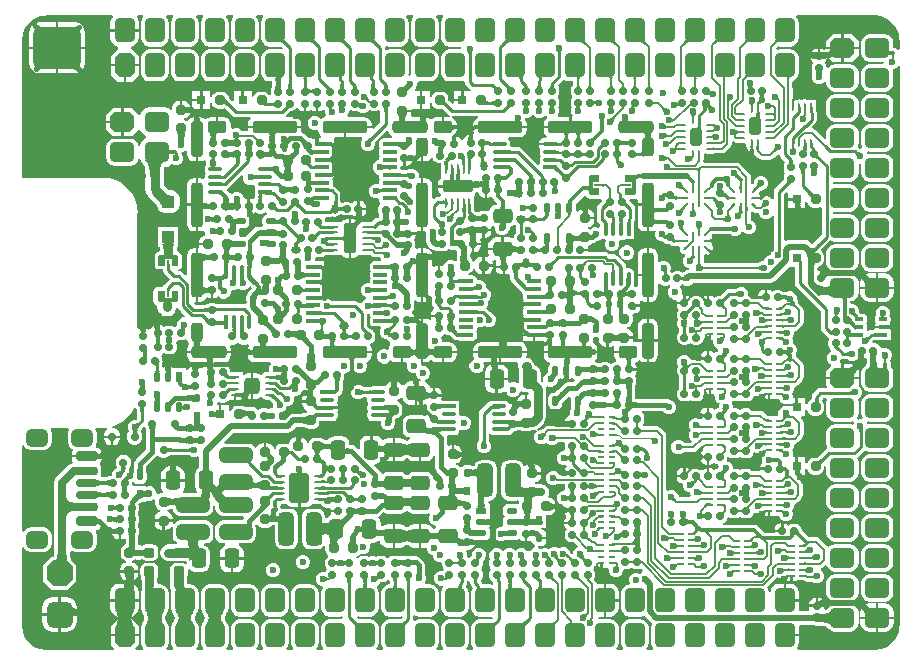
<source format=gbr>
%TF.GenerationSoftware,Altium Limited,Altium Designer,22.9.1 (49)*%
G04 Layer_Physical_Order=1*
G04 Layer_Color=255*
%FSLAX45Y45*%
%MOMM*%
%TF.SameCoordinates,1DF69D78-5120-4B12-B4B9-43D88C5B1DD9*%
%TF.FilePolarity,Positive*%
%TF.FileFunction,Copper,L1,Top,Signal*%
%TF.Part,Single*%
G01*
G75*
%TA.AperFunction,SMDPad,CuDef*%
%ADD10R,0.58000X0.22000*%
G04:AMPARAMS|DCode=11|XSize=0.22mm|YSize=0.58mm|CornerRadius=0.055mm|HoleSize=0mm|Usage=FLASHONLY|Rotation=90.000|XOffset=0mm|YOffset=0mm|HoleType=Round|Shape=RoundedRectangle|*
%AMROUNDEDRECTD11*
21,1,0.22000,0.47000,0,0,90.0*
21,1,0.11000,0.58000,0,0,90.0*
1,1,0.11000,0.23500,0.05500*
1,1,0.11000,0.23500,-0.05500*
1,1,0.11000,-0.23500,-0.05500*
1,1,0.11000,-0.23500,0.05500*
%
%ADD11ROUNDEDRECTD11*%
G04:AMPARAMS|DCode=12|XSize=0.54mm|YSize=0.22mm|CornerRadius=0mm|HoleSize=0mm|Usage=FLASHONLY|Rotation=135.000|XOffset=0mm|YOffset=0mm|HoleType=Round|Shape=Round|*
%AMOVALD12*
21,1,0.32000,0.22000,0.00000,0.00000,135.0*
1,1,0.22000,0.11314,-0.11314*
1,1,0.22000,-0.11314,0.11314*
%
%ADD12OVALD12*%

%ADD13O,0.22000X0.45000*%
G04:AMPARAMS|DCode=14|XSize=0.54mm|YSize=0.22mm|CornerRadius=0mm|HoleSize=0mm|Usage=FLASHONLY|Rotation=45.000|XOffset=0mm|YOffset=0mm|HoleType=Round|Shape=Round|*
%AMOVALD14*
21,1,0.32000,0.22000,0.00000,0.00000,45.0*
1,1,0.22000,-0.11314,-0.11314*
1,1,0.22000,0.11314,0.11314*
%
%ADD14OVALD14*%

%ADD15O,0.45000X0.22000*%
G04:AMPARAMS|DCode=16|XSize=0.55mm|YSize=0.8mm|CornerRadius=0.1375mm|HoleSize=0mm|Usage=FLASHONLY|Rotation=0.000|XOffset=0mm|YOffset=0mm|HoleType=Round|Shape=RoundedRectangle|*
%AMROUNDEDRECTD16*
21,1,0.55000,0.52500,0,0,0.0*
21,1,0.27500,0.80000,0,0,0.0*
1,1,0.27500,0.13750,-0.26250*
1,1,0.27500,-0.13750,-0.26250*
1,1,0.27500,-0.13750,0.26250*
1,1,0.27500,0.13750,0.26250*
%
%ADD16ROUNDEDRECTD16*%
G04:AMPARAMS|DCode=17|XSize=0.23mm|YSize=0.67mm|CornerRadius=0.0575mm|HoleSize=0mm|Usage=FLASHONLY|Rotation=90.000|XOffset=0mm|YOffset=0mm|HoleType=Round|Shape=RoundedRectangle|*
%AMROUNDEDRECTD17*
21,1,0.23000,0.55500,0,0,90.0*
21,1,0.11500,0.67000,0,0,90.0*
1,1,0.11500,0.27750,0.05750*
1,1,0.11500,0.27750,-0.05750*
1,1,0.11500,-0.27750,-0.05750*
1,1,0.11500,-0.27750,0.05750*
%
%ADD17ROUNDEDRECTD17*%
G04:AMPARAMS|DCode=18|XSize=0.23mm|YSize=0.67mm|CornerRadius=0.0575mm|HoleSize=0mm|Usage=FLASHONLY|Rotation=0.000|XOffset=0mm|YOffset=0mm|HoleType=Round|Shape=RoundedRectangle|*
%AMROUNDEDRECTD18*
21,1,0.23000,0.55500,0,0,0.0*
21,1,0.11500,0.67000,0,0,0.0*
1,1,0.11500,0.05750,-0.27750*
1,1,0.11500,-0.05750,-0.27750*
1,1,0.11500,-0.05750,0.27750*
1,1,0.11500,0.05750,0.27750*
%
%ADD18ROUNDEDRECTD18*%
G04:AMPARAMS|DCode=19|XSize=1mm|YSize=1.5mm|CornerRadius=0.25mm|HoleSize=0mm|Usage=FLASHONLY|Rotation=0.000|XOffset=0mm|YOffset=0mm|HoleType=Round|Shape=RoundedRectangle|*
%AMROUNDEDRECTD19*
21,1,1.00000,1.00000,0,0,0.0*
21,1,0.50000,1.50000,0,0,0.0*
1,1,0.50000,0.25000,-0.50000*
1,1,0.50000,-0.25000,-0.50000*
1,1,0.50000,-0.25000,0.50000*
1,1,0.50000,0.25000,0.50000*
%
%ADD19ROUNDEDRECTD19*%
G04:AMPARAMS|DCode=20|XSize=0.23mm|YSize=0.7mm|CornerRadius=0.0575mm|HoleSize=0mm|Usage=FLASHONLY|Rotation=90.000|XOffset=0mm|YOffset=0mm|HoleType=Round|Shape=RoundedRectangle|*
%AMROUNDEDRECTD20*
21,1,0.23000,0.58500,0,0,90.0*
21,1,0.11500,0.70000,0,0,90.0*
1,1,0.11500,0.29250,0.05750*
1,1,0.11500,0.29250,-0.05750*
1,1,0.11500,-0.29250,-0.05750*
1,1,0.11500,-0.29250,0.05750*
%
%ADD20ROUNDEDRECTD20*%
G04:AMPARAMS|DCode=21|XSize=2.5mm|YSize=1.65mm|CornerRadius=0.165mm|HoleSize=0mm|Usage=FLASHONLY|Rotation=90.000|XOffset=0mm|YOffset=0mm|HoleType=Round|Shape=RoundedRectangle|*
%AMROUNDEDRECTD21*
21,1,2.50000,1.32000,0,0,90.0*
21,1,2.17000,1.65000,0,0,90.0*
1,1,0.33000,0.66000,1.08500*
1,1,0.33000,0.66000,-1.08500*
1,1,0.33000,-0.66000,-1.08500*
1,1,0.33000,-0.66000,1.08500*
%
%ADD21ROUNDEDRECTD21*%
%ADD22R,0.70000X0.23000*%
G04:AMPARAMS|DCode=23|XSize=0.35mm|YSize=1.15mm|CornerRadius=0.0875mm|HoleSize=0mm|Usage=FLASHONLY|Rotation=90.000|XOffset=0mm|YOffset=0mm|HoleType=Round|Shape=RoundedRectangle|*
%AMROUNDEDRECTD23*
21,1,0.35000,0.97500,0,0,90.0*
21,1,0.17500,1.15000,0,0,90.0*
1,1,0.17500,0.48750,0.08750*
1,1,0.17500,0.48750,-0.08750*
1,1,0.17500,-0.48750,-0.08750*
1,1,0.17500,-0.48750,0.08750*
%
%ADD23ROUNDEDRECTD23*%
%ADD24R,1.15000X0.35000*%
%ADD25R,0.90000X0.55000*%
G04:AMPARAMS|DCode=26|XSize=0.55mm|YSize=0.9mm|CornerRadius=0.1375mm|HoleSize=0mm|Usage=FLASHONLY|Rotation=90.000|XOffset=0mm|YOffset=0mm|HoleType=Round|Shape=RoundedRectangle|*
%AMROUNDEDRECTD26*
21,1,0.55000,0.62500,0,0,90.0*
21,1,0.27500,0.90000,0,0,90.0*
1,1,0.27500,0.31250,0.13750*
1,1,0.27500,0.31250,-0.13750*
1,1,0.27500,-0.31250,-0.13750*
1,1,0.27500,-0.31250,0.13750*
%
%ADD26ROUNDEDRECTD26*%
%ADD27R,0.55000X0.90000*%
G04:AMPARAMS|DCode=28|XSize=0.55mm|YSize=0.9mm|CornerRadius=0.1375mm|HoleSize=0mm|Usage=FLASHONLY|Rotation=0.000|XOffset=0mm|YOffset=0mm|HoleType=Round|Shape=RoundedRectangle|*
%AMROUNDEDRECTD28*
21,1,0.55000,0.62500,0,0,0.0*
21,1,0.27500,0.90000,0,0,0.0*
1,1,0.27500,0.13750,-0.31250*
1,1,0.27500,-0.13750,-0.31250*
1,1,0.27500,-0.13750,0.31250*
1,1,0.27500,0.13750,0.31250*
%
%ADD28ROUNDEDRECTD28*%
G04:AMPARAMS|DCode=29|XSize=1.4mm|YSize=1.3mm|CornerRadius=0.325mm|HoleSize=0mm|Usage=FLASHONLY|Rotation=90.000|XOffset=0mm|YOffset=0mm|HoleType=Round|Shape=RoundedRectangle|*
%AMROUNDEDRECTD29*
21,1,1.40000,0.65000,0,0,90.0*
21,1,0.75000,1.30000,0,0,90.0*
1,1,0.65000,0.32500,0.37500*
1,1,0.65000,0.32500,-0.37500*
1,1,0.65000,-0.32500,-0.37500*
1,1,0.65000,-0.32500,0.37500*
%
%ADD29ROUNDEDRECTD29*%
G04:AMPARAMS|DCode=30|XSize=0.33mm|YSize=0.7mm|CornerRadius=0.0825mm|HoleSize=0mm|Usage=FLASHONLY|Rotation=270.000|XOffset=0mm|YOffset=0mm|HoleType=Round|Shape=RoundedRectangle|*
%AMROUNDEDRECTD30*
21,1,0.33000,0.53500,0,0,270.0*
21,1,0.16500,0.70000,0,0,270.0*
1,1,0.16500,-0.26750,-0.08250*
1,1,0.16500,-0.26750,0.08250*
1,1,0.16500,0.26750,0.08250*
1,1,0.16500,0.26750,-0.08250*
%
%ADD30ROUNDEDRECTD30*%
%ADD31R,0.70000X0.33000*%
%ADD32R,0.25000X0.70000*%
G04:AMPARAMS|DCode=33|XSize=0.25mm|YSize=0.7mm|CornerRadius=0.0625mm|HoleSize=0mm|Usage=FLASHONLY|Rotation=0.000|XOffset=0mm|YOffset=0mm|HoleType=Round|Shape=RoundedRectangle|*
%AMROUNDEDRECTD33*
21,1,0.25000,0.57500,0,0,0.0*
21,1,0.12500,0.70000,0,0,0.0*
1,1,0.12500,0.06250,-0.28750*
1,1,0.12500,-0.06250,-0.28750*
1,1,0.12500,-0.06250,0.28750*
1,1,0.12500,0.06250,0.28750*
%
%ADD33ROUNDEDRECTD33*%
G04:AMPARAMS|DCode=34|XSize=0.55mm|YSize=0.8mm|CornerRadius=0.1375mm|HoleSize=0mm|Usage=FLASHONLY|Rotation=270.000|XOffset=0mm|YOffset=0mm|HoleType=Round|Shape=RoundedRectangle|*
%AMROUNDEDRECTD34*
21,1,0.55000,0.52500,0,0,270.0*
21,1,0.27500,0.80000,0,0,270.0*
1,1,0.27500,-0.26250,-0.13750*
1,1,0.27500,-0.26250,0.13750*
1,1,0.27500,0.26250,0.13750*
1,1,0.27500,0.26250,-0.13750*
%
%ADD34ROUNDEDRECTD34*%
G04:AMPARAMS|DCode=35|XSize=0.35mm|YSize=1.2mm|CornerRadius=0.0875mm|HoleSize=0mm|Usage=FLASHONLY|Rotation=90.000|XOffset=0mm|YOffset=0mm|HoleType=Round|Shape=RoundedRectangle|*
%AMROUNDEDRECTD35*
21,1,0.35000,1.02500,0,0,90.0*
21,1,0.17500,1.20000,0,0,90.0*
1,1,0.17500,0.51250,0.08750*
1,1,0.17500,0.51250,-0.08750*
1,1,0.17500,-0.51250,-0.08750*
1,1,0.17500,-0.51250,0.08750*
%
%ADD35ROUNDEDRECTD35*%
%ADD36R,1.20000X0.35000*%
%ADD37R,0.85000X0.23000*%
G04:AMPARAMS|DCode=38|XSize=0.23mm|YSize=0.85mm|CornerRadius=0.0575mm|HoleSize=0mm|Usage=FLASHONLY|Rotation=90.000|XOffset=0mm|YOffset=0mm|HoleType=Round|Shape=RoundedRectangle|*
%AMROUNDEDRECTD38*
21,1,0.23000,0.73500,0,0,90.0*
21,1,0.11500,0.85000,0,0,90.0*
1,1,0.11500,0.36750,0.05750*
1,1,0.11500,0.36750,-0.05750*
1,1,0.11500,-0.36750,-0.05750*
1,1,0.11500,-0.36750,0.05750*
%
%ADD38ROUNDEDRECTD38*%
G04:AMPARAMS|DCode=39|XSize=2.55mm|YSize=1.1mm|CornerRadius=0.275mm|HoleSize=0mm|Usage=FLASHONLY|Rotation=90.000|XOffset=0mm|YOffset=0mm|HoleType=Round|Shape=RoundedRectangle|*
%AMROUNDEDRECTD39*
21,1,2.55000,0.55000,0,0,90.0*
21,1,2.00000,1.10000,0,0,90.0*
1,1,0.55000,0.27500,1.00000*
1,1,0.55000,0.27500,-1.00000*
1,1,0.55000,-0.27500,-1.00000*
1,1,0.55000,-0.27500,1.00000*
%
%ADD39ROUNDEDRECTD39*%
G04:AMPARAMS|DCode=40|XSize=0.35mm|YSize=1.15mm|CornerRadius=0.0875mm|HoleSize=0mm|Usage=FLASHONLY|Rotation=180.000|XOffset=0mm|YOffset=0mm|HoleType=Round|Shape=RoundedRectangle|*
%AMROUNDEDRECTD40*
21,1,0.35000,0.97500,0,0,180.0*
21,1,0.17500,1.15000,0,0,180.0*
1,1,0.17500,-0.08750,0.48750*
1,1,0.17500,0.08750,0.48750*
1,1,0.17500,0.08750,-0.48750*
1,1,0.17500,-0.08750,-0.48750*
%
%ADD40ROUNDEDRECTD40*%
%ADD41R,0.35000X1.15000*%
%ADD42R,0.23000X0.85000*%
G04:AMPARAMS|DCode=43|XSize=0.23mm|YSize=0.85mm|CornerRadius=0.0575mm|HoleSize=0mm|Usage=FLASHONLY|Rotation=0.000|XOffset=0mm|YOffset=0mm|HoleType=Round|Shape=RoundedRectangle|*
%AMROUNDEDRECTD43*
21,1,0.23000,0.73500,0,0,0.0*
21,1,0.11500,0.85000,0,0,0.0*
1,1,0.11500,0.05750,-0.36750*
1,1,0.11500,-0.05750,-0.36750*
1,1,0.11500,-0.05750,0.36750*
1,1,0.11500,0.05750,0.36750*
%
%ADD43ROUNDEDRECTD43*%
G04:AMPARAMS|DCode=44|XSize=2.55mm|YSize=1.1mm|CornerRadius=0.275mm|HoleSize=0mm|Usage=FLASHONLY|Rotation=0.000|XOffset=0mm|YOffset=0mm|HoleType=Round|Shape=RoundedRectangle|*
%AMROUNDEDRECTD44*
21,1,2.55000,0.55000,0,0,0.0*
21,1,2.00000,1.10000,0,0,0.0*
1,1,0.55000,1.00000,-0.27500*
1,1,0.55000,-1.00000,-0.27500*
1,1,0.55000,-1.00000,0.27500*
1,1,0.55000,1.00000,0.27500*
%
%ADD44ROUNDEDRECTD44*%
%ADD45O,0.80000X0.60000*%
%ADD46O,0.60000X0.80000*%
G04:AMPARAMS|DCode=47|XSize=0.6mm|YSize=0.7mm|CornerRadius=0.15mm|HoleSize=0mm|Usage=FLASHONLY|Rotation=0.000|XOffset=0mm|YOffset=0mm|HoleType=Round|Shape=RoundedRectangle|*
%AMROUNDEDRECTD47*
21,1,0.60000,0.40000,0,0,0.0*
21,1,0.30000,0.70000,0,0,0.0*
1,1,0.30000,0.15000,-0.20000*
1,1,0.30000,-0.15000,-0.20000*
1,1,0.30000,-0.15000,0.20000*
1,1,0.30000,0.15000,0.20000*
%
%ADD47ROUNDEDRECTD47*%
G04:AMPARAMS|DCode=48|XSize=0.6mm|YSize=0.6mm|CornerRadius=0.15mm|HoleSize=0mm|Usage=FLASHONLY|Rotation=270.000|XOffset=0mm|YOffset=0mm|HoleType=Round|Shape=RoundedRectangle|*
%AMROUNDEDRECTD48*
21,1,0.60000,0.30000,0,0,270.0*
21,1,0.30000,0.60000,0,0,270.0*
1,1,0.30000,-0.15000,-0.15000*
1,1,0.30000,-0.15000,0.15000*
1,1,0.30000,0.15000,0.15000*
1,1,0.30000,0.15000,-0.15000*
%
%ADD48ROUNDEDRECTD48*%
G04:AMPARAMS|DCode=49|XSize=0.6mm|YSize=0.6mm|CornerRadius=0.15mm|HoleSize=0mm|Usage=FLASHONLY|Rotation=0.000|XOffset=0mm|YOffset=0mm|HoleType=Round|Shape=RoundedRectangle|*
%AMROUNDEDRECTD49*
21,1,0.60000,0.30000,0,0,0.0*
21,1,0.30000,0.60000,0,0,0.0*
1,1,0.30000,0.15000,-0.15000*
1,1,0.30000,-0.15000,-0.15000*
1,1,0.30000,-0.15000,0.15000*
1,1,0.30000,0.15000,0.15000*
%
%ADD49ROUNDEDRECTD49*%
%ADD50R,0.24000X0.70000*%
%ADD51O,1.70000X0.30000*%
%ADD52R,0.70000X0.24000*%
%ADD53O,0.30000X1.70000*%
G04:AMPARAMS|DCode=54|XSize=1.8mm|YSize=0.63mm|CornerRadius=0.1575mm|HoleSize=0mm|Usage=FLASHONLY|Rotation=180.000|XOffset=0mm|YOffset=0mm|HoleType=Round|Shape=RoundedRectangle|*
%AMROUNDEDRECTD54*
21,1,1.80000,0.31500,0,0,180.0*
21,1,1.48500,0.63000,0,0,180.0*
1,1,0.31500,-0.74250,0.15750*
1,1,0.31500,0.74250,0.15750*
1,1,0.31500,0.74250,-0.15750*
1,1,0.31500,-0.74250,-0.15750*
%
%ADD54ROUNDEDRECTD54*%
G04:AMPARAMS|DCode=55|XSize=1.8mm|YSize=0.72mm|CornerRadius=0.18mm|HoleSize=0mm|Usage=FLASHONLY|Rotation=180.000|XOffset=0mm|YOffset=0mm|HoleType=Round|Shape=RoundedRectangle|*
%AMROUNDEDRECTD55*
21,1,1.80000,0.36000,0,0,180.0*
21,1,1.44000,0.72000,0,0,180.0*
1,1,0.36000,-0.72000,0.18000*
1,1,0.36000,0.72000,0.18000*
1,1,0.36000,0.72000,-0.18000*
1,1,0.36000,-0.72000,-0.18000*
%
%ADD55ROUNDEDRECTD55*%
G04:AMPARAMS|DCode=56|XSize=1.8mm|YSize=0.8mm|CornerRadius=0.2mm|HoleSize=0mm|Usage=FLASHONLY|Rotation=180.000|XOffset=0mm|YOffset=0mm|HoleType=Round|Shape=RoundedRectangle|*
%AMROUNDEDRECTD56*
21,1,1.80000,0.40000,0,0,180.0*
21,1,1.40000,0.80000,0,0,180.0*
1,1,0.40000,-0.70000,0.20000*
1,1,0.40000,0.70000,0.20000*
1,1,0.40000,0.70000,-0.20000*
1,1,0.40000,-0.70000,-0.20000*
%
%ADD56ROUNDEDRECTD56*%
%TA.AperFunction,SMDPad,SMDef*%
%ADD57C,0.30000*%
%TA.AperFunction,SMDPad,CuDef*%
G04:AMPARAMS|DCode=58|XSize=3mm|YSize=1mm|CornerRadius=0.25mm|HoleSize=0mm|Usage=FLASHONLY|Rotation=90.000|XOffset=0mm|YOffset=0mm|HoleType=Round|Shape=RoundedRectangle|*
%AMROUNDEDRECTD58*
21,1,3.00000,0.50000,0,0,90.0*
21,1,2.50000,1.00000,0,0,90.0*
1,1,0.50000,0.25000,1.25000*
1,1,0.50000,0.25000,-1.25000*
1,1,0.50000,-0.25000,-1.25000*
1,1,0.50000,-0.25000,1.25000*
%
%ADD58ROUNDEDRECTD58*%
%TA.AperFunction,SMDPad,SMDef*%
G04:AMPARAMS|DCode=59|XSize=3.8mm|YSize=1mm|CornerRadius=0.25mm|HoleSize=0mm|Usage=FLASHONLY|Rotation=90.000|XOffset=0mm|YOffset=0mm|HoleType=Round|Shape=RoundedRectangle|*
%AMROUNDEDRECTD59*
21,1,3.80000,0.50000,0,0,90.0*
21,1,3.30000,1.00000,0,0,90.0*
1,1,0.50000,0.25000,1.65000*
1,1,0.50000,0.25000,-1.65000*
1,1,0.50000,-0.25000,-1.65000*
1,1,0.50000,-0.25000,1.65000*
%
%ADD59ROUNDEDRECTD59*%
%TA.AperFunction,SMDPad,CuDef*%
G04:AMPARAMS|DCode=60|XSize=1.6mm|YSize=1mm|CornerRadius=0.25mm|HoleSize=0mm|Usage=FLASHONLY|Rotation=180.000|XOffset=0mm|YOffset=0mm|HoleType=Round|Shape=RoundedRectangle|*
%AMROUNDEDRECTD60*
21,1,1.60000,0.50000,0,0,180.0*
21,1,1.10000,1.00000,0,0,180.0*
1,1,0.50000,-0.55000,0.25000*
1,1,0.50000,0.55000,0.25000*
1,1,0.50000,0.55000,-0.25000*
1,1,0.50000,-0.55000,-0.25000*
%
%ADD60ROUNDEDRECTD60*%
G04:AMPARAMS|DCode=61|XSize=3mm|YSize=1mm|CornerRadius=0.25mm|HoleSize=0mm|Usage=FLASHONLY|Rotation=0.000|XOffset=0mm|YOffset=0mm|HoleType=Round|Shape=RoundedRectangle|*
%AMROUNDEDRECTD61*
21,1,3.00000,0.50000,0,0,0.0*
21,1,2.50000,1.00000,0,0,0.0*
1,1,0.50000,1.25000,-0.25000*
1,1,0.50000,-1.25000,-0.25000*
1,1,0.50000,-1.25000,0.25000*
1,1,0.50000,1.25000,0.25000*
%
%ADD61ROUNDEDRECTD61*%
%TA.AperFunction,SMDPad,SMDef*%
G04:AMPARAMS|DCode=62|XSize=3.8mm|YSize=1mm|CornerRadius=0.25mm|HoleSize=0mm|Usage=FLASHONLY|Rotation=0.000|XOffset=0mm|YOffset=0mm|HoleType=Round|Shape=RoundedRectangle|*
%AMROUNDEDRECTD62*
21,1,3.80000,0.50000,0,0,0.0*
21,1,3.30000,1.00000,0,0,0.0*
1,1,0.50000,1.65000,-0.25000*
1,1,0.50000,-1.65000,-0.25000*
1,1,0.50000,-1.65000,0.25000*
1,1,0.50000,1.65000,0.25000*
%
%ADD62ROUNDEDRECTD62*%
%TA.AperFunction,SMDPad,CuDef*%
G04:AMPARAMS|DCode=63|XSize=1.6mm|YSize=1mm|CornerRadius=0.25mm|HoleSize=0mm|Usage=FLASHONLY|Rotation=90.000|XOffset=0mm|YOffset=0mm|HoleType=Round|Shape=RoundedRectangle|*
%AMROUNDEDRECTD63*
21,1,1.60000,0.50000,0,0,90.0*
21,1,1.10000,1.00000,0,0,90.0*
1,1,0.50000,0.25000,0.55000*
1,1,0.50000,0.25000,-0.55000*
1,1,0.50000,-0.25000,-0.55000*
1,1,0.50000,-0.25000,0.55000*
%
%ADD63ROUNDEDRECTD63*%
G04:AMPARAMS|DCode=64|XSize=2.8mm|YSize=1.3mm|CornerRadius=0.325mm|HoleSize=0mm|Usage=FLASHONLY|Rotation=90.000|XOffset=0mm|YOffset=0mm|HoleType=Round|Shape=RoundedRectangle|*
%AMROUNDEDRECTD64*
21,1,2.80000,0.65000,0,0,90.0*
21,1,2.15000,1.30000,0,0,90.0*
1,1,0.65000,0.32500,1.07500*
1,1,0.65000,0.32500,-1.07500*
1,1,0.65000,-0.32500,-1.07500*
1,1,0.65000,-0.32500,1.07500*
%
%ADD64ROUNDEDRECTD64*%
G04:AMPARAMS|DCode=65|XSize=2.8mm|YSize=1.3mm|CornerRadius=0.325mm|HoleSize=0mm|Usage=FLASHONLY|Rotation=0.000|XOffset=0mm|YOffset=0mm|HoleType=Round|Shape=RoundedRectangle|*
%AMROUNDEDRECTD65*
21,1,2.80000,0.65000,0,0,0.0*
21,1,2.15000,1.30000,0,0,0.0*
1,1,0.65000,1.07500,-0.32500*
1,1,0.65000,-1.07500,-0.32500*
1,1,0.65000,-1.07500,0.32500*
1,1,0.65000,1.07500,0.32500*
%
%ADD65ROUNDEDRECTD65*%
G04:AMPARAMS|DCode=66|XSize=0.9mm|YSize=0.8mm|CornerRadius=0.2mm|HoleSize=0mm|Usage=FLASHONLY|Rotation=0.000|XOffset=0mm|YOffset=0mm|HoleType=Round|Shape=RoundedRectangle|*
%AMROUNDEDRECTD66*
21,1,0.90000,0.40000,0,0,0.0*
21,1,0.50000,0.80000,0,0,0.0*
1,1,0.40000,0.25000,-0.20000*
1,1,0.40000,-0.25000,-0.20000*
1,1,0.40000,-0.25000,0.20000*
1,1,0.40000,0.25000,0.20000*
%
%ADD66ROUNDEDRECTD66*%
G04:AMPARAMS|DCode=67|XSize=0.8mm|YSize=0.8mm|CornerRadius=0.2mm|HoleSize=0mm|Usage=FLASHONLY|Rotation=90.000|XOffset=0mm|YOffset=0mm|HoleType=Round|Shape=RoundedRectangle|*
%AMROUNDEDRECTD67*
21,1,0.80000,0.40000,0,0,90.0*
21,1,0.40000,0.80000,0,0,90.0*
1,1,0.40000,0.20000,0.20000*
1,1,0.40000,0.20000,-0.20000*
1,1,0.40000,-0.20000,-0.20000*
1,1,0.40000,-0.20000,0.20000*
%
%ADD67ROUNDEDRECTD67*%
%ADD68R,0.80000X0.80000*%
G04:AMPARAMS|DCode=69|XSize=0.5mm|YSize=0.7mm|CornerRadius=0.125mm|HoleSize=0mm|Usage=FLASHONLY|Rotation=180.000|XOffset=0mm|YOffset=0mm|HoleType=Round|Shape=RoundedRectangle|*
%AMROUNDEDRECTD69*
21,1,0.50000,0.45000,0,0,180.0*
21,1,0.25000,0.70000,0,0,180.0*
1,1,0.25000,-0.12500,0.22500*
1,1,0.25000,0.12500,0.22500*
1,1,0.25000,0.12500,-0.22500*
1,1,0.25000,-0.12500,-0.22500*
%
%ADD69ROUNDEDRECTD69*%
%ADD70R,0.50000X0.70000*%
G04:AMPARAMS|DCode=71|XSize=1.1mm|YSize=1.1mm|CornerRadius=0.275mm|HoleSize=0mm|Usage=FLASHONLY|Rotation=180.000|XOffset=0mm|YOffset=0mm|HoleType=Round|Shape=RoundedRectangle|*
%AMROUNDEDRECTD71*
21,1,1.10000,0.55000,0,0,180.0*
21,1,0.55000,1.10000,0,0,180.0*
1,1,0.55000,-0.27500,0.27500*
1,1,0.55000,0.27500,0.27500*
1,1,0.55000,0.27500,-0.27500*
1,1,0.55000,-0.27500,-0.27500*
%
%ADD71ROUNDEDRECTD71*%
%ADD72R,1.10000X1.10000*%
G04:AMPARAMS|DCode=73|XSize=0.8mm|YSize=0.8mm|CornerRadius=0.2mm|HoleSize=0mm|Usage=FLASHONLY|Rotation=180.000|XOffset=0mm|YOffset=0mm|HoleType=Round|Shape=RoundedRectangle|*
%AMROUNDEDRECTD73*
21,1,0.80000,0.40000,0,0,180.0*
21,1,0.40000,0.80000,0,0,180.0*
1,1,0.40000,-0.20000,0.20000*
1,1,0.40000,0.20000,0.20000*
1,1,0.40000,0.20000,-0.20000*
1,1,0.40000,-0.20000,-0.20000*
%
%ADD73ROUNDEDRECTD73*%
G04:AMPARAMS|DCode=74|XSize=1.65mm|YSize=1.25mm|CornerRadius=0.3125mm|HoleSize=0mm|Usage=FLASHONLY|Rotation=0.000|XOffset=0mm|YOffset=0mm|HoleType=Round|Shape=RoundedRectangle|*
%AMROUNDEDRECTD74*
21,1,1.65000,0.62500,0,0,0.0*
21,1,1.02500,1.25000,0,0,0.0*
1,1,0.62500,0.51250,-0.31250*
1,1,0.62500,-0.51250,-0.31250*
1,1,0.62500,-0.51250,0.31250*
1,1,0.62500,0.51250,0.31250*
%
%ADD74ROUNDEDRECTD74*%
G04:AMPARAMS|DCode=75|XSize=1.65mm|YSize=1.25mm|CornerRadius=0.3125mm|HoleSize=0mm|Usage=FLASHONLY|Rotation=270.000|XOffset=0mm|YOffset=0mm|HoleType=Round|Shape=RoundedRectangle|*
%AMROUNDEDRECTD75*
21,1,1.65000,0.62500,0,0,270.0*
21,1,1.02500,1.25000,0,0,270.0*
1,1,0.62500,-0.31250,-0.51250*
1,1,0.62500,-0.31250,0.51250*
1,1,0.62500,0.31250,0.51250*
1,1,0.62500,0.31250,-0.51250*
%
%ADD75ROUNDEDRECTD75*%
%TA.AperFunction,Conductor*%
%ADD76C,0.15000*%
%ADD77C,0.12000*%
%ADD78C,0.30000*%
%ADD79C,0.40000*%
%ADD80C,0.25000*%
%ADD81C,0.20000*%
%ADD82C,0.23000*%
%ADD83C,0.17000*%
%ADD84C,0.50000*%
%ADD85C,0.19000*%
%TA.AperFunction,NonConductor*%
%ADD86C,0.30000*%
%TA.AperFunction,Conductor*%
%ADD87C,0.35000*%
%ADD88C,0.70000*%
%ADD89C,0.75000*%
%ADD90C,0.22000*%
%ADD91C,0.60000*%
%ADD92C,0.80000*%
%ADD93C,1.00000*%
%ADD94C,0.24000*%
%TA.AperFunction,ComponentPad*%
G04:AMPARAMS|DCode=95|XSize=1.7mm|YSize=2.1mm|CornerRadius=0mm|HoleSize=0mm|Usage=FLASHONLY|Rotation=270.000|XOffset=0mm|YOffset=0mm|HoleType=Round|Shape=Octagon|*
%AMOCTAGOND95*
4,1,8,1.05000,0.42500,1.05000,-0.42500,0.62500,-0.85000,-0.62500,-0.85000,-1.05000,-0.42500,-1.05000,0.42500,-0.62500,0.85000,0.62500,0.85000,1.05000,0.42500,0.0*
%
%ADD95OCTAGOND95*%

G04:AMPARAMS|DCode=96|XSize=1.7mm|YSize=2.1mm|CornerRadius=0.425mm|HoleSize=0mm|Usage=FLASHONLY|Rotation=270.000|XOffset=0mm|YOffset=0mm|HoleType=Round|Shape=RoundedRectangle|*
%AMROUNDEDRECTD96*
21,1,1.70000,1.25001,0,0,270.0*
21,1,0.85000,2.10000,0,0,270.0*
1,1,0.85000,-0.62500,-0.42500*
1,1,0.85000,-0.62500,0.42500*
1,1,0.85000,0.62500,0.42500*
1,1,0.85000,0.62500,-0.42500*
%
%ADD96ROUNDEDRECTD96*%
G04:AMPARAMS|DCode=97|XSize=1.7mm|YSize=2.1mm|CornerRadius=0mm|HoleSize=0mm|Usage=FLASHONLY|Rotation=0.000|XOffset=0mm|YOffset=0mm|HoleType=Round|Shape=Octagon|*
%AMOCTAGOND97*
4,1,8,-0.42500,1.05000,0.42500,1.05000,0.85000,0.62500,0.85000,-0.62500,0.42500,-1.05000,-0.42500,-1.05000,-0.85000,-0.62500,-0.85000,0.62500,-0.42500,1.05000,0.0*
%
%ADD97OCTAGOND97*%

G04:AMPARAMS|DCode=98|XSize=1.7mm|YSize=2.1mm|CornerRadius=0.425mm|HoleSize=0mm|Usage=FLASHONLY|Rotation=0.000|XOffset=0mm|YOffset=0mm|HoleType=Round|Shape=RoundedRectangle|*
%AMROUNDEDRECTD98*
21,1,1.70000,1.25001,0,0,0.0*
21,1,0.85000,2.10000,0,0,0.0*
1,1,0.85000,0.42500,-0.62500*
1,1,0.85000,-0.42500,-0.62500*
1,1,0.85000,-0.42500,0.62500*
1,1,0.85000,0.42500,0.62500*
%
%ADD98ROUNDEDRECTD98*%
G04:AMPARAMS|DCode=99|XSize=1.8mm|YSize=1.45mm|CornerRadius=0.3625mm|HoleSize=0mm|Usage=FLASHONLY|Rotation=180.000|XOffset=0mm|YOffset=0mm|HoleType=Round|Shape=RoundedRectangle|*
%AMROUNDEDRECTD99*
21,1,1.80000,0.72500,0,0,180.0*
21,1,1.07500,1.45000,0,0,180.0*
1,1,0.72500,-0.53750,0.36250*
1,1,0.72500,0.53750,0.36250*
1,1,0.72500,0.53750,-0.36250*
1,1,0.72500,-0.53750,-0.36250*
%
%ADD99ROUNDEDRECTD99*%
G04:AMPARAMS|DCode=100|XSize=4mm|YSize=3.6mm|CornerRadius=0.54mm|HoleSize=0mm|Usage=FLASHONLY|Rotation=0.000|XOffset=0mm|YOffset=0mm|HoleType=Round|Shape=RoundedRectangle|*
%AMROUNDEDRECTD100*
21,1,4.00000,2.52000,0,0,0.0*
21,1,2.92000,3.60000,0,0,0.0*
1,1,1.08000,1.46000,-1.26000*
1,1,1.08000,-1.46000,-1.26000*
1,1,1.08000,-1.46000,1.26000*
1,1,1.08000,1.46000,1.26000*
%
%ADD100ROUNDEDRECTD100*%
G04:AMPARAMS|DCode=101|XSize=2.2mm|YSize=2.2mm|CornerRadius=0mm|HoleSize=0mm|Usage=FLASHONLY|Rotation=270.000|XOffset=0mm|YOffset=0mm|HoleType=Round|Shape=Octagon|*
%AMOCTAGOND101*
4,1,8,-0.55000,-1.10000,0.55000,-1.10000,1.10000,-0.55000,1.10000,0.55000,0.55000,1.10000,-0.55000,1.10000,-1.10000,0.55000,-1.10000,-0.55000,-0.55000,-1.10000,0.0*
%
%ADD101OCTAGOND101*%

G04:AMPARAMS|DCode=102|XSize=2.2mm|YSize=2.2mm|CornerRadius=0.55mm|HoleSize=0mm|Usage=FLASHONLY|Rotation=270.000|XOffset=0mm|YOffset=0mm|HoleType=Round|Shape=RoundedRectangle|*
%AMROUNDEDRECTD102*
21,1,2.20000,1.10000,0,0,270.0*
21,1,1.10000,2.20000,0,0,270.0*
1,1,1.10000,-0.55000,-0.55000*
1,1,1.10000,-0.55000,0.55000*
1,1,1.10000,0.55000,0.55000*
1,1,1.10000,0.55000,-0.55000*
%
%ADD102ROUNDEDRECTD102*%
%TA.AperFunction,ViaPad*%
%ADD103C,0.60000*%
G36*
X7560322Y5189773D02*
X7559154Y5190590D01*
X7557739Y5190949D01*
X7556075Y5190852D01*
X7554164Y5190298D01*
X7552005Y5189288D01*
X7549599Y5187822D01*
X7546946Y5185899D01*
X7544044Y5183519D01*
X7537498Y5177391D01*
X7526891Y5187997D01*
X7530184Y5191394D01*
X7535399Y5197445D01*
X7537322Y5200099D01*
X7538789Y5202505D01*
X7539798Y5204664D01*
X7540352Y5206575D01*
X7540449Y5208238D01*
X7540090Y5209654D01*
X7539274Y5210822D01*
X7560322Y5189773D01*
D02*
G37*
G36*
X7306322D02*
X7305154Y5190590D01*
X7303739Y5190949D01*
X7302075Y5190852D01*
X7300164Y5190298D01*
X7298005Y5189288D01*
X7295599Y5187822D01*
X7292946Y5185899D01*
X7290044Y5183519D01*
X7283498Y5177391D01*
X7272891Y5187997D01*
X7276184Y5191394D01*
X7281399Y5197445D01*
X7283322Y5200099D01*
X7284789Y5202505D01*
X7285798Y5204664D01*
X7286352Y5206575D01*
X7286449Y5208238D01*
X7286090Y5209654D01*
X7285274Y5210822D01*
X7306322Y5189773D01*
D02*
G37*
G36*
X7052322D02*
X7051154Y5190590D01*
X7049739Y5190949D01*
X7048075Y5190852D01*
X7046164Y5190298D01*
X7044005Y5189288D01*
X7041599Y5187822D01*
X7038946Y5185899D01*
X7036044Y5183519D01*
X7029498Y5177391D01*
X7018891Y5187997D01*
X7022184Y5191394D01*
X7027399Y5197445D01*
X7029322Y5200099D01*
X7030789Y5202505D01*
X7031798Y5204664D01*
X7032352Y5206575D01*
X7032449Y5208238D01*
X7032090Y5209654D01*
X7031274Y5210822D01*
X7052322Y5189773D01*
D02*
G37*
G36*
X6803322Y5187702D02*
X6801753Y5188789D01*
X6799841Y5189253D01*
X6797585Y5189094D01*
X6794987Y5188313D01*
X6792046Y5186909D01*
X6788762Y5184883D01*
X6785135Y5182234D01*
X6781164Y5178963D01*
X6772195Y5170553D01*
X6758053Y5184695D01*
X6762569Y5189351D01*
X6769734Y5197634D01*
X6772383Y5201261D01*
X6774410Y5204546D01*
X6775813Y5207487D01*
X6776595Y5210085D01*
X6776753Y5212340D01*
X6776289Y5214252D01*
X6775203Y5215822D01*
X6803322Y5187702D01*
D02*
G37*
G36*
X5285174Y5186581D02*
X5283207Y5187923D01*
X5280788Y5188465D01*
X5277918Y5188207D01*
X5274597Y5187149D01*
X5270824Y5185292D01*
X5266600Y5182636D01*
X5261924Y5179179D01*
X5256797Y5174923D01*
X5245189Y5164011D01*
X5227511Y5181689D01*
X5233367Y5187718D01*
X5242679Y5198424D01*
X5246136Y5203100D01*
X5248792Y5207324D01*
X5250650Y5211097D01*
X5251707Y5214418D01*
X5251965Y5217288D01*
X5251423Y5219707D01*
X5250081Y5221674D01*
X5285174Y5186581D01*
D02*
G37*
G36*
X6431711Y5214252D02*
X6431247Y5212340D01*
X6431405Y5210085D01*
X6432187Y5207487D01*
X6433590Y5204546D01*
X6435617Y5201261D01*
X6438266Y5197634D01*
X6441537Y5193664D01*
X6449947Y5184695D01*
X6435805Y5170553D01*
X6431149Y5175069D01*
X6422865Y5182234D01*
X6419238Y5184883D01*
X6415954Y5186909D01*
X6413013Y5188313D01*
X6410415Y5189094D01*
X6408159Y5189253D01*
X6406247Y5188789D01*
X6404678Y5187702D01*
X6432797Y5215822D01*
X6431711Y5214252D01*
D02*
G37*
G36*
X6177711D02*
X6177247Y5212340D01*
X6177405Y5210085D01*
X6178187Y5207487D01*
X6179590Y5204546D01*
X6181617Y5201261D01*
X6184266Y5197634D01*
X6187537Y5193664D01*
X6195947Y5184695D01*
X6181805Y5170553D01*
X6177149Y5175069D01*
X6168865Y5182234D01*
X6165238Y5184883D01*
X6161954Y5186909D01*
X6159013Y5188313D01*
X6156415Y5189094D01*
X6154159Y5189253D01*
X6152247Y5188789D01*
X6150678Y5187702D01*
X6178797Y5215822D01*
X6177711Y5214252D01*
D02*
G37*
G36*
X5923711D02*
X5923247Y5212340D01*
X5923405Y5210085D01*
X5924187Y5207487D01*
X5925590Y5204546D01*
X5927617Y5201261D01*
X5930266Y5197634D01*
X5933537Y5193664D01*
X5941947Y5184695D01*
X5927805Y5170553D01*
X5923149Y5175069D01*
X5914865Y5182234D01*
X5911238Y5184883D01*
X5907954Y5186909D01*
X5905013Y5188313D01*
X5902415Y5189094D01*
X5900159Y5189253D01*
X5898247Y5188789D01*
X5896678Y5187702D01*
X5924797Y5215822D01*
X5923711Y5214252D01*
D02*
G37*
G36*
X4146577Y5219707D02*
X4146035Y5217288D01*
X4146293Y5214418D01*
X4147350Y5211097D01*
X4149208Y5207324D01*
X4151864Y5203100D01*
X4155321Y5198424D01*
X4159577Y5193297D01*
X4170489Y5181689D01*
X4152811Y5164011D01*
X4146781Y5169867D01*
X4136076Y5179179D01*
X4131400Y5182636D01*
X4127176Y5185292D01*
X4123403Y5187149D01*
X4120082Y5188207D01*
X4117212Y5188465D01*
X4114793Y5187923D01*
X4112826Y5186581D01*
X4147919Y5221674D01*
X4146577Y5219707D01*
D02*
G37*
G36*
X3892577D02*
X3892035Y5217288D01*
X3892293Y5214418D01*
X3893350Y5211097D01*
X3895208Y5207324D01*
X3897864Y5203100D01*
X3901321Y5198424D01*
X3905577Y5193297D01*
X3916489Y5181689D01*
X3898811Y5164011D01*
X3892781Y5169867D01*
X3882076Y5179179D01*
X3877400Y5182636D01*
X3873176Y5185292D01*
X3869403Y5187149D01*
X3866082Y5188207D01*
X3863212Y5188465D01*
X3860793Y5187923D01*
X3858826Y5186581D01*
X3893919Y5221674D01*
X3892577Y5219707D01*
D02*
G37*
G36*
X3638577D02*
X3638035Y5217288D01*
X3638293Y5214418D01*
X3639350Y5211097D01*
X3641208Y5207324D01*
X3643864Y5203100D01*
X3647321Y5198424D01*
X3651577Y5193297D01*
X3662489Y5181689D01*
X3644811Y5164011D01*
X3638781Y5169867D01*
X3628076Y5179179D01*
X3623400Y5182636D01*
X3619176Y5185292D01*
X3615403Y5187149D01*
X3612082Y5188207D01*
X3609212Y5188465D01*
X3606793Y5187923D01*
X3604826Y5186581D01*
X3639919Y5221674D01*
X3638577Y5219707D01*
D02*
G37*
G36*
X3384577D02*
X3384035Y5217288D01*
X3384293Y5214418D01*
X3385350Y5211097D01*
X3387208Y5207324D01*
X3389864Y5203100D01*
X3393321Y5198424D01*
X3397577Y5193297D01*
X3408489Y5181689D01*
X3390811Y5164011D01*
X3384781Y5169867D01*
X3374076Y5179179D01*
X3369400Y5182636D01*
X3365176Y5185292D01*
X3361403Y5187149D01*
X3358082Y5188207D01*
X3355212Y5188465D01*
X3352793Y5187923D01*
X3350826Y5186581D01*
X3385919Y5221674D01*
X3384577Y5219707D01*
D02*
G37*
G36*
X4729083Y5402056D02*
X4715207Y5381288D01*
X4709580Y5353000D01*
Y5228000D01*
X4715207Y5199712D01*
X4731231Y5175730D01*
X4755212Y5159706D01*
X4783500Y5154080D01*
X4868500D01*
X4870336Y5154445D01*
X4882749Y5143858D01*
X4868582Y5132904D01*
X4868500Y5132920D01*
X4783500D01*
X4755212Y5127294D01*
X4731231Y5111270D01*
X4715207Y5087288D01*
X4709580Y5059000D01*
Y4934000D01*
X4715207Y4905712D01*
X4731231Y4881730D01*
X4755212Y4865707D01*
X4783500Y4860080D01*
X4868500D01*
X4894154Y4865183D01*
X4904357Y4859965D01*
X4909432Y4856115D01*
X4912453Y4840929D01*
X4921846Y4826871D01*
X4949360Y4799357D01*
X4963417Y4789964D01*
X4961760Y4775000D01*
X4900000D01*
Y4700000D01*
X4890000D01*
Y4690000D01*
X4815000D01*
Y4675878D01*
X4801142Y4670138D01*
X4790670Y4680610D01*
X4790641Y4680653D01*
X4781586Y4689708D01*
X4779788Y4691575D01*
X4772200Y4700319D01*
X4770980Y4701911D01*
Y4720000D01*
X4767099Y4739509D01*
X4756048Y4756048D01*
X4739509Y4767099D01*
X4720000Y4770980D01*
X4680000D01*
X4660491Y4767099D01*
X4643952Y4756048D01*
X4632901Y4739509D01*
X4630000Y4724923D01*
X4615000Y4726400D01*
Y4775000D01*
X4550000D01*
Y4699999D01*
Y4625000D01*
X4615000D01*
Y4673600D01*
X4630000Y4675077D01*
X4632901Y4660491D01*
X4643952Y4643952D01*
X4660491Y4632901D01*
X4680000Y4629020D01*
X4719140D01*
X4723433Y4625298D01*
X4729333Y4619398D01*
X4729360Y4619358D01*
X4769359Y4579359D01*
X4783416Y4569966D01*
X4780000Y4556175D01*
X4735000D01*
Y4479999D01*
X4803885D01*
Y4499940D01*
X4804348Y4497102D01*
X4805737Y4494562D01*
X4808052Y4492321D01*
X4811292Y4490379D01*
X4815459Y4488735D01*
X4820551Y4487390D01*
X4826569Y4486345D01*
X4833513Y4485598D01*
X4841175Y4485323D01*
Y4495000D01*
X4836519Y4518411D01*
X4823257Y4538257D01*
X4803411Y4551519D01*
X4802663Y4551668D01*
X4804140Y4566668D01*
X5020860D01*
X5022337Y4551668D01*
X5021589Y4551519D01*
X5001743Y4538257D01*
X4988481Y4518411D01*
X4983825Y4495000D01*
Y4480000D01*
X4993000D01*
Y4483943D01*
X4998154Y4483972D01*
X5017684Y4485355D01*
X5019041Y4485787D01*
X5019855Y4486277D01*
X5020126Y4486824D01*
Y4480000D01*
X5436175D01*
Y4495000D01*
X5431519Y4518411D01*
X5420435Y4534999D01*
X5424390Y4546419D01*
X5427080Y4549999D01*
X5441937D01*
X5463989Y4559133D01*
X5475810Y4570954D01*
X5485409Y4574387D01*
X5495009Y4570954D01*
X5506830Y4559133D01*
X5528882Y4549999D01*
X5552752D01*
X5574804Y4559133D01*
X5585610Y4569939D01*
X5595409Y4574338D01*
X5605208Y4569939D01*
X5610675Y4564472D01*
X5609586Y4547444D01*
X5609060Y4546488D01*
X5596742Y4538257D01*
X5583481Y4518411D01*
X5578825Y4495000D01*
Y4480000D01*
X5795000D01*
Y4556175D01*
X5702244D01*
X5696031Y4571175D01*
X5700867Y4576011D01*
X5710001Y4598064D01*
Y4621933D01*
X5702479Y4640094D01*
X5707389Y4647442D01*
X5710881Y4665000D01*
Y4695000D01*
X5707389Y4712558D01*
X5703415Y4718506D01*
X5698530Y4730000D01*
X5703415Y4741494D01*
X5707389Y4747442D01*
X5710881Y4765000D01*
Y4795000D01*
X5707389Y4812558D01*
X5697957Y4826674D01*
X5741109Y4869827D01*
X5748497Y4880884D01*
X5771212Y4865707D01*
X5799500Y4860080D01*
X5829217D01*
Y4834972D01*
X5829106Y4831819D01*
X5822557Y4827443D01*
X5812611Y4812558D01*
X5809118Y4795000D01*
Y4765000D01*
X5812611Y4747442D01*
X5816585Y4741494D01*
X5821470Y4730000D01*
X5816585Y4718506D01*
X5812611Y4712558D01*
X5809118Y4695000D01*
Y4665000D01*
X5812611Y4647442D01*
X5817522Y4640093D01*
X5810000Y4621935D01*
Y4598065D01*
X5819134Y4576013D01*
X5823972Y4571175D01*
X5817758Y4556175D01*
X5815000D01*
Y4470000D01*
X5805000D01*
Y4460000D01*
X5796686D01*
X5806620Y4450066D01*
X5805582Y4449765D01*
X5804158Y4449000D01*
X5802347Y4447770D01*
X5800149Y4446076D01*
X5794593Y4441296D01*
X5778839Y4426162D01*
X5761161Y4443839D01*
X5765642Y4448358D01*
X5775917Y4460000D01*
X5578825D01*
Y4445000D01*
X5583481Y4421589D01*
X5596742Y4401743D01*
X5605551Y4395857D01*
X5601000Y4380857D01*
X5583750D01*
X5566679Y4377461D01*
X5552208Y4367792D01*
X5542539Y4353320D01*
X5539392Y4337500D01*
X5632500D01*
Y4317500D01*
X5539392D01*
X5542539Y4301680D01*
X5550008Y4290500D01*
X5547248Y4286369D01*
X5544241Y4271250D01*
Y4253750D01*
X5547248Y4238631D01*
X5553015Y4230000D01*
X5547248Y4221370D01*
X5544241Y4206250D01*
Y4188750D01*
X5545790Y4180962D01*
X5545000Y4180000D01*
X5545000D01*
Y4155879D01*
X5531142Y4150139D01*
X5388141Y4293141D01*
X5374083Y4302534D01*
X5357500Y4305832D01*
X5305012D01*
X5295496Y4317427D01*
X5295759Y4318750D01*
Y4336250D01*
X5292752Y4351370D01*
X5284187Y4364187D01*
X5277247Y4368825D01*
X5281797Y4383825D01*
X5375000D01*
X5398411Y4388481D01*
X5418257Y4401743D01*
X5431519Y4421589D01*
X5436175Y4445000D01*
Y4460000D01*
X5020126D01*
Y4451062D01*
X5019855Y4451610D01*
X5019041Y4452099D01*
X5017684Y4452532D01*
X5015786Y4452906D01*
X5013344Y4453223D01*
X5006834Y4453684D01*
X4993000Y4453943D01*
Y4460000D01*
X4983825D01*
Y4445000D01*
X4988481Y4421589D01*
X4990791Y4418132D01*
X4981771Y4404633D01*
X4975362Y4405908D01*
X4976246Y4396017D01*
X4977215Y4390207D01*
X4978460Y4384654D01*
X4979983Y4379358D01*
X4981783Y4374317D01*
X4983859Y4369533D01*
X4986212Y4365005D01*
X4988842Y4360734D01*
X4970000D01*
Y4340000D01*
X4950000D01*
Y4360734D01*
X4931158D01*
X4933788Y4365005D01*
X4936141Y4369533D01*
X4938217Y4374317D01*
X4940017Y4379358D01*
X4941540Y4384654D01*
X4942785Y4390207D01*
X4943754Y4396017D01*
X4944638Y4405908D01*
X4925491Y4402099D01*
X4908952Y4391048D01*
X4897901Y4374509D01*
X4896567Y4367801D01*
X4887793Y4365805D01*
X4880958Y4366217D01*
X4871048Y4381048D01*
X4854509Y4392099D01*
X4837160Y4395550D01*
X4832926Y4401565D01*
X4829430Y4410979D01*
X4836519Y4421589D01*
X4841175Y4445000D01*
Y4454834D01*
X4826569Y4453655D01*
X4820551Y4452610D01*
X4815459Y4451265D01*
X4811292Y4449621D01*
X4808052Y4447679D01*
X4805737Y4445438D01*
X4804348Y4442898D01*
X4803885Y4440059D01*
Y4459999D01*
X4725000D01*
Y4469999D01*
X4715000D01*
Y4556175D01*
X4670000D01*
X4646589Y4551519D01*
X4626743Y4538257D01*
X4618257D01*
X4598411Y4551519D01*
X4575673Y4556041D01*
X4576474Y4544191D01*
X4577621Y4536268D01*
X4579095Y4529520D01*
X4580897Y4523945D01*
X4583027Y4519545D01*
X4585484Y4516319D01*
X4588269Y4514266D01*
X4591382Y4513388D01*
X4518453Y4519874D01*
X4521598Y4520160D01*
X4524411Y4521608D01*
X4526893Y4524218D01*
X4529045Y4527988D01*
X4530865Y4532920D01*
X4532354Y4539014D01*
X4533513Y4546269D01*
X4534340Y4554685D01*
X4534389Y4556175D01*
X4460214D01*
X4452333Y4571176D01*
X4456077Y4590000D01*
Y4600000D01*
X4380000D01*
Y4620000D01*
X4461053D01*
X4465000Y4625000D01*
X4471077Y4625000D01*
X4530000D01*
Y4699999D01*
Y4775000D01*
X4489060D01*
X4485199Y4785759D01*
X4484853Y4790000D01*
X4500866Y4806013D01*
X4510000Y4828065D01*
Y4848664D01*
X4520919Y4861787D01*
X4529500Y4860080D01*
X4614500D01*
X4642788Y4865707D01*
X4666769Y4881730D01*
X4682793Y4905712D01*
X4688420Y4934000D01*
Y5059000D01*
X4682793Y5087288D01*
X4666769Y5111270D01*
X4642788Y5127294D01*
X4614500Y5132920D01*
X4529500D01*
X4501212Y5127294D01*
X4477231Y5111270D01*
X4461207Y5087288D01*
X4455580Y5059000D01*
Y4934000D01*
X4458326Y4920195D01*
X4448160Y4906817D01*
X4442544Y4906462D01*
X4431527Y4919457D01*
X4434420Y4934000D01*
Y5059000D01*
X4428793Y5087288D01*
X4412769Y5111270D01*
X4388788Y5127294D01*
X4360500Y5132920D01*
X4275500D01*
X4248332Y5127516D01*
X4244886Y5127753D01*
X4233332Y5133929D01*
Y5144501D01*
X4231854Y5151928D01*
X4245354Y5160948D01*
X4247212Y5159706D01*
X4275500Y5154080D01*
X4360500D01*
X4388788Y5159706D01*
X4412769Y5175730D01*
X4428793Y5199712D01*
X4434420Y5228000D01*
Y5353000D01*
X4428793Y5381288D01*
X4414917Y5402056D01*
X4420074Y5417056D01*
X4469926D01*
X4475083Y5402056D01*
X4461207Y5381288D01*
X4455580Y5353000D01*
Y5228000D01*
X4461207Y5199712D01*
X4477231Y5175730D01*
X4501212Y5159706D01*
X4529500Y5154080D01*
X4614500D01*
X4642788Y5159706D01*
X4666769Y5175730D01*
X4682793Y5199712D01*
X4688420Y5228000D01*
Y5353000D01*
X4682793Y5381288D01*
X4668917Y5402056D01*
X4674074Y5417056D01*
X4723926D01*
X4729083Y5402056D01*
D02*
G37*
G36*
X3205083D02*
X3191207Y5381288D01*
X3185580Y5353000D01*
Y5228000D01*
X3191207Y5199712D01*
X3207231Y5175730D01*
X3231212Y5159706D01*
X3259500Y5154080D01*
X3344500D01*
X3354013Y5155972D01*
X3354916Y5155305D01*
X3362585Y5148634D01*
X3367599Y5143620D01*
X3360210Y5129795D01*
X3344500Y5132920D01*
X3259500D01*
X3231212Y5127294D01*
X3207231Y5111270D01*
X3191207Y5087288D01*
X3185580Y5059000D01*
Y4934000D01*
X3191207Y4905712D01*
X3207231Y4881730D01*
X3231212Y4865707D01*
X3259500Y4860080D01*
X3277681D01*
X3277827Y4859248D01*
X3279021Y4844447D01*
Y4840979D01*
X3278670Y4831723D01*
X3277415Y4818121D01*
X3276697Y4813396D01*
X3275926Y4809659D01*
X3275278Y4807346D01*
X3275032Y4806707D01*
X3274336Y4805438D01*
X3274158Y4804874D01*
X3272611Y4802558D01*
X3271209Y4795510D01*
X3270751Y4794055D01*
X3270802Y4793465D01*
X3269118Y4785000D01*
Y4755000D01*
X3271536Y4742847D01*
X3257099Y4739509D01*
X3246048Y4756048D01*
X3229509Y4767099D01*
X3210000Y4770980D01*
X3170000D01*
X3150491Y4767099D01*
X3133952Y4756048D01*
X3122901Y4739509D01*
X3120000Y4724923D01*
X3105000Y4726400D01*
Y4775000D01*
X3040000D01*
Y4700000D01*
X3020000D01*
Y4775000D01*
X2955000D01*
Y4695882D01*
X2941142Y4690142D01*
X2922102Y4709182D01*
X2915212Y4717082D01*
X2912629Y4720496D01*
X2910620Y4723505D01*
X2910100Y4724421D01*
X2907099Y4739509D01*
X2896048Y4756048D01*
X2879509Y4767099D01*
X2860000Y4770980D01*
X2820000D01*
X2800491Y4767099D01*
X2783952Y4756048D01*
X2772901Y4739509D01*
X2770000Y4724923D01*
X2755000Y4726400D01*
Y4775000D01*
X2690000D01*
Y4700000D01*
Y4625000D01*
X2755000D01*
Y4673600D01*
X2770000Y4675077D01*
X2772901Y4660491D01*
X2783952Y4643952D01*
X2800491Y4632901D01*
X2820000Y4629020D01*
X2860000D01*
X2876366Y4632276D01*
X2876965Y4631757D01*
X2939361Y4569360D01*
X2953419Y4559967D01*
X2970002Y4556669D01*
X3092298D01*
X3096848Y4541669D01*
X3091743Y4538257D01*
X3078482Y4518411D01*
X3073825Y4495000D01*
Y4480000D01*
X3526176D01*
Y4495000D01*
X3521519Y4518411D01*
X3508258Y4538257D01*
X3488411Y4551519D01*
X3465000Y4556175D01*
X3402909D01*
X3398725Y4563767D01*
X3397458Y4571175D01*
X3425198Y4598915D01*
X3433975Y4606655D01*
X3437200Y4609119D01*
X3445000D01*
X3462558Y4612611D01*
X3477443Y4622557D01*
X3483660Y4631861D01*
X3486791Y4632659D01*
X3500390Y4631766D01*
X3508952Y4618952D01*
X3525491Y4607901D01*
X3545000Y4604021D01*
X3550000D01*
Y4670001D01*
X3570000D01*
Y4604021D01*
X3575000D01*
X3594509Y4607901D01*
X3610000Y4618252D01*
X3625491Y4607901D01*
X3645000Y4604021D01*
X3650000D01*
Y4670001D01*
X3670000D01*
Y4604021D01*
X3675000D01*
X3694509Y4607901D01*
X3708198Y4617048D01*
X3717334Y4620553D01*
X3724674Y4615559D01*
X3730000Y4610516D01*
Y4588065D01*
X3736996Y4571176D01*
X3731024Y4558370D01*
X3728346Y4555846D01*
X3706589Y4551519D01*
X3693926Y4543057D01*
X3690863Y4543986D01*
X3673985Y4560864D01*
X3651932Y4569998D01*
X3628063D01*
X3606011Y4560864D01*
X3589132Y4543986D01*
X3579998Y4521933D01*
Y4498064D01*
X3589132Y4476011D01*
X3606011Y4459133D01*
X3628063Y4449999D01*
X3651932D01*
X3656027Y4451694D01*
X3669604Y4441083D01*
X3673481Y4421589D01*
X3686743Y4401743D01*
X3696834Y4395000D01*
X3692283Y4380000D01*
X3610000D01*
Y4380000D01*
X3595000Y4375533D01*
X3594285Y4376027D01*
X3572076Y4395021D01*
X3551048Y4416050D01*
X3534509Y4427101D01*
X3523068Y4429376D01*
X3526176Y4445000D01*
Y4460000D01*
X3073825D01*
Y4445000D01*
X3066261Y4435784D01*
X3030728D01*
X3028366Y4441487D01*
X3011487Y4458366D01*
X2989435Y4467500D01*
X2965565D01*
X2946175Y4459469D01*
X2931175Y4465627D01*
Y4495000D01*
X2926519Y4518411D01*
X2913258Y4538257D01*
X2893411Y4551519D01*
X2870000Y4556175D01*
X2825000D01*
Y4469999D01*
X2805000D01*
Y4556175D01*
X2760000D01*
X2736589Y4551519D01*
X2716743Y4538257D01*
X2713257D01*
X2693411Y4551519D01*
X2670000Y4556175D01*
X2655000D01*
Y4370000D01*
Y4183825D01*
X2670000D01*
X2693411Y4188481D01*
X2701482Y4193874D01*
X2719082Y4188179D01*
X2720954Y4184239D01*
X2720000Y4181935D01*
Y4158065D01*
X2721434Y4154603D01*
X2720813Y4154187D01*
X2712248Y4141370D01*
X2709241Y4126250D01*
Y4108750D01*
X2712248Y4093631D01*
X2718015Y4085000D01*
X2712248Y4076370D01*
X2709241Y4061250D01*
Y4043750D01*
X2695688Y4034997D01*
X2693411Y4036519D01*
X2670000Y4041175D01*
X2655000D01*
Y3815000D01*
Y3588825D01*
X2670000D01*
X2693411Y3593481D01*
X2695000Y3594543D01*
X2710000Y3586525D01*
Y3576076D01*
X2713890Y3566684D01*
X2706820Y3553455D01*
X2698540Y3551808D01*
X2680347Y3539653D01*
X2668191Y3521460D01*
X2663923Y3500000D01*
Y3490000D01*
X2740000D01*
Y3470000D01*
X2663923D01*
Y3460000D01*
X2664366Y3457771D01*
X2655000Y3446358D01*
Y3372234D01*
X2673635Y3384315D01*
X2687556Y3342703D01*
X2686202Y3343143D01*
X2684734Y3343283D01*
X2683154Y3343120D01*
X2681461Y3342655D01*
X2679655Y3341889D01*
X2677736Y3340821D01*
X2675705Y3339451D01*
X2673561Y3337779D01*
X2671303Y3335805D01*
X2668933Y3333530D01*
X2655000Y3350989D01*
Y3220000D01*
Y2993825D01*
X2670000D01*
X2693411Y2998481D01*
X2713257Y3011743D01*
X2726519Y3031589D01*
X2733746Y3029414D01*
X2735193Y3028447D01*
X2754702Y3024566D01*
X2759702D01*
Y3090546D01*
X2779702D01*
Y3024566D01*
X2784702D01*
X2804211Y3028447D01*
X2820750Y3039498D01*
X2825210Y3039937D01*
X2836013Y3029134D01*
X2858065Y3020000D01*
X2881935D01*
X2903987Y3029134D01*
X2920866Y3046013D01*
X2930000Y3068065D01*
Y3077105D01*
X2938065Y3090000D01*
X2961935D01*
X2983987Y3099135D01*
X2990658Y3105806D01*
X2997330Y3099135D01*
X3019382Y3090000D01*
X3043252D01*
X3065304Y3099135D01*
X3082183Y3116013D01*
X3083748Y3119793D01*
X3098398Y3123015D01*
X3099640Y3121869D01*
X3111102Y3110407D01*
X3083613Y3082918D01*
X3071457Y3064725D01*
X3068240Y3048555D01*
X3061355Y3031934D01*
Y3019183D01*
X3061138Y3018089D01*
X3061355Y3016995D01*
Y3008064D01*
X3063847Y3002049D01*
Y2982036D01*
X3048847Y2971630D01*
X3040279Y2973334D01*
X2824806D01*
X2818700Y2973593D01*
X2810660Y2974417D01*
X2808258Y2974817D01*
X2806466Y2975219D01*
X2805971Y2975367D01*
X2805673Y2975534D01*
X2805014Y2975748D01*
X2802558Y2977389D01*
X2797920Y2978312D01*
X2796542Y2978874D01*
X2795404Y2978868D01*
X2794322Y2979219D01*
X2793632Y2979164D01*
X2785000Y2980882D01*
X2755000D01*
X2745594Y2979011D01*
X2744486Y2979054D01*
X2743409Y2978657D01*
X2742262Y2978617D01*
X2741211Y2978139D01*
X2737442Y2977389D01*
X2734329Y2975309D01*
X2733288Y2974925D01*
X2730763Y2973379D01*
X2729022Y2972487D01*
X2726982Y2971621D01*
X2724615Y2970801D01*
X2721913Y2970052D01*
X2718846Y2969393D01*
X2715781Y2968905D01*
X2709007Y2968332D01*
X2629517D01*
X2618461Y2979389D01*
X2618513Y2979885D01*
X2625238Y2993825D01*
X2635000D01*
Y3220000D01*
Y3446175D01*
X2620000D01*
X2596589Y3441519D01*
X2576743Y3428258D01*
X2563481Y3408411D01*
X2558825Y3385000D01*
Y3222056D01*
X2544967Y3216316D01*
X2520643Y3240639D01*
X2506585Y3250033D01*
X2490003Y3253331D01*
X2480319D01*
X2479597Y3254412D01*
X2482873Y3263507D01*
X2487308Y3269871D01*
X2496705Y3271741D01*
X2506629Y3278371D01*
X2513259Y3288294D01*
X2515588Y3300000D01*
Y3373524D01*
X2515881Y3375000D01*
X2512389Y3392558D01*
X2502443Y3407443D01*
X2487558Y3417389D01*
X2471371Y3420609D01*
Y3432233D01*
X2472781Y3451332D01*
X2473299Y3455000D01*
X2485000D01*
Y3481897D01*
X2485141Y3482367D01*
X2485000Y3483775D01*
Y3483883D01*
X2485283Y3485305D01*
X2485000Y3486727D01*
Y3625000D01*
X2315000D01*
Y3486727D01*
X2314717Y3485305D01*
X2315000Y3483883D01*
Y3483772D01*
X2314859Y3482366D01*
X2315000Y3481897D01*
Y3455000D01*
X2326318D01*
X2328629Y3423703D01*
Y3420609D01*
X2312442Y3417389D01*
X2297557Y3407443D01*
X2287611Y3392558D01*
X2284119Y3375000D01*
X2284412Y3373524D01*
Y3300000D01*
X2286741Y3288295D01*
X2293371Y3278371D01*
X2303295Y3271741D01*
X2315000Y3269412D01*
X2354490Y3269413D01*
X2358000Y3254753D01*
Y3245000D01*
X2360161D01*
X2360436Y3243616D01*
X2360437Y3243615D01*
X2360437Y3243614D01*
X2365457Y3236101D01*
X2369719Y3229723D01*
X2412611Y3186826D01*
X2412290Y3183570D01*
X2369360Y3140640D01*
X2365591Y3135000D01*
X2358000D01*
Y3120783D01*
X2315000D01*
X2299393Y3117679D01*
X2286162Y3108838D01*
X2277321Y3095607D01*
X2274216Y3080000D01*
Y3006476D01*
X2273923Y3005000D01*
X2278192Y2983540D01*
X2290347Y2965347D01*
X2308431Y2953265D01*
Y2949999D01*
X2314640Y2918785D01*
X2332321Y2892323D01*
X2358783Y2874641D01*
X2389998Y2868432D01*
X2421212Y2874641D01*
X2447674Y2892323D01*
X2465356Y2918785D01*
X2468850Y2936351D01*
X2472167Y2937463D01*
X2484459Y2937935D01*
X2491860Y2926859D01*
X2544861Y2873858D01*
X2544743Y2873303D01*
X2537505Y2860000D01*
X2518065D01*
X2496013Y2850866D01*
X2479134Y2833987D01*
X2470000Y2811935D01*
Y2788125D01*
X2469599Y2787803D01*
X2457225Y2779709D01*
X2448506Y2783415D01*
X2442558Y2787389D01*
X2425000Y2790881D01*
X2395000D01*
X2377442Y2787389D01*
X2363179Y2777859D01*
X2361048Y2781048D01*
X2344509Y2792099D01*
X2325000Y2795979D01*
X2320000D01*
Y2792353D01*
X2322500D01*
X2322589Y2785831D01*
X2323443Y2775966D01*
X2333163Y2776307D01*
X2331137Y2773328D01*
X2327725Y2767538D01*
X2326339Y2764726D01*
X2325769Y2763388D01*
X2326866Y2761113D01*
X2328203Y2759396D01*
X2329718Y2758367D01*
X2331411Y2758023D01*
X2323854D01*
X2323460Y2756626D01*
X2322927Y2754038D01*
X2322606Y2751505D01*
X2322500Y2749029D01*
X2320000Y2748908D01*
Y2730000D01*
X2300000D01*
Y2747948D01*
X2297500Y2747827D01*
X2297380Y2750288D01*
X2297020Y2752797D01*
X2296420Y2755355D01*
X2295580Y2757962D01*
X2295555Y2758023D01*
X2288589D01*
X2290282Y2758367D01*
X2291797Y2759396D01*
X2293134Y2761113D01*
X2293693Y2762272D01*
X2293180Y2763323D01*
X2291620Y2766077D01*
X2289820Y2768880D01*
X2285500Y2774632D01*
X2296714Y2775026D01*
X2297143Y2779994D01*
X2297500Y2792353D01*
X2300000D01*
Y2795979D01*
X2295000D01*
X2275491Y2792099D01*
X2258952Y2781048D01*
X2247901Y2764509D01*
X2231234Y2757605D01*
X2224509Y2762099D01*
X2205000Y2765979D01*
X2200000D01*
Y2759983D01*
X2200099Y2754037D01*
X2200262Y2751985D01*
X2213989D01*
X2211331Y2748350D01*
X2205036Y2738521D01*
X2203497Y2735604D01*
X2203140Y2734827D01*
X2203579Y2733696D01*
X2204871Y2731506D01*
X2206362Y2729941D01*
X2208052Y2729002D01*
X2209940Y2728689D01*
X2200782D01*
X2200559Y2727932D01*
X2200140Y2725734D01*
X2200000Y2723716D01*
Y2700000D01*
X2180000D01*
Y2723716D01*
X2179860Y2725734D01*
X2179440Y2727932D01*
X2179218Y2728689D01*
X2170059D01*
X2171948Y2729002D01*
X2173638Y2729941D01*
X2175129Y2731506D01*
X2176421Y2733696D01*
X2176860Y2734827D01*
X2176503Y2735604D01*
X2174964Y2738521D01*
X2171047Y2744894D01*
X2166011Y2751985D01*
X2179718D01*
X2180000Y2759983D01*
Y2765979D01*
X2175000D01*
X2155491Y2762099D01*
X2152673Y2760216D01*
X2139444Y2767287D01*
Y3746500D01*
X2140038D01*
X2134301Y3804742D01*
X2117313Y3860745D01*
X2089725Y3912359D01*
X2052598Y3957598D01*
X2007359Y3994725D01*
X1955745Y4022313D01*
X1899742Y4039301D01*
X1841500Y4045038D01*
Y4044444D01*
X1161544D01*
Y5207000D01*
X1161155Y5208958D01*
X1168077Y5261534D01*
X1189126Y5312351D01*
X1222610Y5355989D01*
X1266248Y5389474D01*
X1317066Y5410523D01*
X1357121Y5415796D01*
X1371600Y5417055D01*
X1371600Y5417056D01*
X1921052D01*
X1929070Y5402056D01*
X1916497Y5383239D01*
X1910482Y5353000D01*
Y5300500D01*
X2153518D01*
Y5353000D01*
X2147503Y5383239D01*
X2134930Y5402056D01*
X2142948Y5417056D01*
X2183926D01*
X2189083Y5402056D01*
X2175207Y5381288D01*
X2169580Y5353000D01*
Y5228000D01*
X2175207Y5199712D01*
X2191231Y5175730D01*
X2215212Y5159706D01*
X2243500Y5154080D01*
X2328500D01*
X2356788Y5159706D01*
X2380769Y5175730D01*
X2396793Y5199712D01*
X2402420Y5228000D01*
Y5353000D01*
X2396793Y5381288D01*
X2382917Y5402056D01*
X2388074Y5417056D01*
X2437926D01*
X2443083Y5402056D01*
X2429207Y5381288D01*
X2423580Y5353000D01*
Y5228000D01*
X2429207Y5199712D01*
X2445231Y5175730D01*
X2469212Y5159706D01*
X2497500Y5154080D01*
X2582500D01*
X2610788Y5159706D01*
X2634769Y5175730D01*
X2650793Y5199712D01*
X2656420Y5228000D01*
Y5353000D01*
X2650793Y5381288D01*
X2636917Y5402056D01*
X2642074Y5417056D01*
X2691926D01*
X2697083Y5402056D01*
X2683207Y5381288D01*
X2677580Y5353000D01*
Y5228000D01*
X2683207Y5199712D01*
X2699231Y5175730D01*
X2723212Y5159706D01*
X2751500Y5154080D01*
X2836500D01*
X2864788Y5159706D01*
X2888769Y5175730D01*
X2904793Y5199712D01*
X2910420Y5228000D01*
Y5353000D01*
X2904793Y5381288D01*
X2890917Y5402056D01*
X2896074Y5417056D01*
X2945926D01*
X2951083Y5402056D01*
X2937207Y5381288D01*
X2931580Y5353000D01*
Y5228000D01*
X2937207Y5199712D01*
X2953231Y5175730D01*
X2977212Y5159706D01*
X3005500Y5154080D01*
X3090500D01*
X3118788Y5159706D01*
X3142769Y5175730D01*
X3158793Y5199712D01*
X3164420Y5228000D01*
Y5353000D01*
X3158793Y5381288D01*
X3144917Y5402056D01*
X3150074Y5417056D01*
X3199926D01*
X3205083Y5402056D01*
D02*
G37*
G36*
X8434462Y5410484D02*
X8485651Y5389281D01*
X8529609Y5355551D01*
X8563338Y5311594D01*
X8584542Y5260404D01*
X8589867Y5219955D01*
X8591113Y5205471D01*
X8591116Y5205460D01*
X8591116Y5190471D01*
X8591118Y5132120D01*
X8585718Y5129360D01*
X8576118Y5127521D01*
X8574954Y5128685D01*
X8572443Y5132443D01*
X8568685Y5134954D01*
X8565490Y5138149D01*
X8561316Y5139878D01*
X8557558Y5142389D01*
X8553126Y5143271D01*
X8548951Y5145000D01*
X8544432D01*
X8540000Y5145882D01*
X8538420D01*
Y5186000D01*
X8532793Y5214288D01*
X8516770Y5238269D01*
X8492788Y5254293D01*
X8464500Y5259920D01*
X8339500D01*
X8311212Y5254293D01*
X8287230Y5238269D01*
X8271206Y5214288D01*
X8265580Y5186000D01*
Y5101000D01*
X8271206Y5072712D01*
X8287230Y5048731D01*
X8311212Y5032707D01*
X8339500Y5027080D01*
X8452748D01*
X8456163Y5022790D01*
X8451218Y5006746D01*
X8450419Y5005920D01*
X8339500D01*
X8311212Y5000293D01*
X8287230Y4984269D01*
X8271206Y4960288D01*
X8265580Y4932000D01*
Y4847000D01*
X8271206Y4818712D01*
X8287230Y4794731D01*
X8311212Y4778707D01*
X8339500Y4773080D01*
X8464500D01*
X8492788Y4778707D01*
X8516770Y4794731D01*
X8532793Y4818712D01*
X8538420Y4847000D01*
Y4932000D01*
X8535538Y4946488D01*
X8536757Y4961488D01*
X8558809Y4970623D01*
X8575688Y4987501D01*
X8576122Y4988549D01*
X8591122Y4985565D01*
X8591247Y270194D01*
X8591247Y269996D01*
Y255256D01*
X8589999Y240773D01*
X8584683Y200394D01*
X8563507Y149271D01*
X8529821Y105371D01*
X8485921Y71685D01*
X8434798Y50509D01*
X8381926Y43549D01*
X8379938Y43944D01*
X7730948D01*
X7722930Y58944D01*
X7735503Y77761D01*
X7741518Y108000D01*
Y160500D01*
X7620000D01*
Y180500D01*
X7741518D01*
Y233000D01*
X7738668Y247328D01*
X7748184Y258923D01*
X7856931D01*
X7864640Y253772D01*
X7890002Y248727D01*
X7918126D01*
X7937965Y248070D01*
X7953605Y246519D01*
X7966738Y244418D01*
X7976864Y241963D01*
X7981498Y240290D01*
X7993230Y222731D01*
X8017212Y206707D01*
X8045500Y201080D01*
X8170500D01*
X8198788Y206707D01*
X8222770Y222731D01*
X8238794Y246712D01*
X8244420Y275000D01*
Y360000D01*
X8238794Y388288D01*
X8222770Y412269D01*
X8198788Y428293D01*
X8170500Y433920D01*
X8045500D01*
X8017212Y428293D01*
X7993230Y412269D01*
X7977761Y389117D01*
X7974665Y387958D01*
X7967529Y386174D01*
X7961986Y389581D01*
X7954800Y399072D01*
X7955980Y405000D01*
Y410000D01*
X7824020D01*
Y405000D01*
X7827503Y387495D01*
X7825995Y381645D01*
X7821256Y372081D01*
X7805009Y371078D01*
X7750661D01*
X7738351Y386078D01*
X7741518Y402000D01*
Y454500D01*
X7620000D01*
Y464500D01*
X7610000D01*
Y606018D01*
X7577500D01*
X7547261Y600003D01*
X7521626Y582874D01*
X7504497Y557239D01*
X7500647Y537885D01*
X7485353D01*
X7481503Y557239D01*
X7470382Y573884D01*
X7547036Y650538D01*
X7552671Y658972D01*
X7568475Y652426D01*
X7592344D01*
X7606646Y658350D01*
X7615350Y653697D01*
X7624301Y640301D01*
X7637698Y631350D01*
X7653500Y628206D01*
X7667000D01*
Y675000D01*
X7687000D01*
Y628206D01*
X7700500D01*
X7716302Y631350D01*
X7724500Y636827D01*
X7725649Y636059D01*
X7739500Y633304D01*
X7766305D01*
X7766500Y633265D01*
X7783203D01*
X7793978Y626066D01*
X7808610Y623155D01*
X7845630D01*
X7859889Y617279D01*
X7863197Y615663D01*
X7866488Y614795D01*
X7878065Y610000D01*
X7901935D01*
X7923987Y619134D01*
X7940865Y636013D01*
X7950000Y658065D01*
Y681935D01*
X7940865Y703987D01*
X7923987Y720865D01*
X7923852Y720922D01*
X7925388Y736521D01*
X7930905Y737619D01*
X7944136Y746459D01*
X7961839Y764162D01*
X7976193Y759808D01*
X7977207Y754712D01*
X7993230Y730731D01*
X8017212Y714707D01*
X8045500Y709080D01*
X8170500D01*
X8198788Y714707D01*
X8222770Y730731D01*
X8238794Y754712D01*
X8244420Y783000D01*
Y868000D01*
X8238794Y896288D01*
X8222770Y920269D01*
X8198788Y936293D01*
X8170500Y941920D01*
X8045500D01*
X8017212Y936293D01*
X7995092Y921513D01*
X7990830Y920456D01*
X7976078Y921599D01*
X7908839Y988838D01*
X7895608Y997679D01*
X7880000Y1000784D01*
X7879999Y1000783D01*
X7824103D01*
X7785609Y1039277D01*
X7780315Y1044851D01*
X7775389Y1050537D01*
X7766711Y1061791D01*
X7763895Y1066052D01*
X7761643Y1069950D01*
X7760118Y1073094D01*
X7759254Y1075364D01*
X7758420Y1078527D01*
X7758032Y1079322D01*
X7757389Y1082558D01*
X7754367Y1087080D01*
X7753689Y1088573D01*
X7753375Y1088867D01*
X7753186Y1089253D01*
X7752524Y1089839D01*
X7747443Y1097443D01*
X7732558Y1107389D01*
X7715000Y1110881D01*
X7685000D01*
X7667442Y1107389D01*
X7653179Y1097859D01*
X7651048Y1101048D01*
X7634509Y1112099D01*
X7615000Y1115979D01*
X7610000D01*
Y1050000D01*
X7600000D01*
Y1040000D01*
X7534020D01*
Y1035882D01*
X7449005D01*
X7392443Y1092443D01*
X7377558Y1102389D01*
X7360000Y1105881D01*
X7095341D01*
X7093863Y1120881D01*
X7102558Y1122611D01*
X7117443Y1132557D01*
X7127389Y1147442D01*
X7130651Y1163845D01*
X7133692Y1166070D01*
X7145881Y1170335D01*
X7157442Y1162611D01*
X7175000Y1159119D01*
X7205000D01*
X7222558Y1162611D01*
X7228506Y1166586D01*
X7240000Y1171470D01*
X7251493Y1166586D01*
X7257442Y1162611D01*
X7275000Y1159119D01*
X7305000D01*
X7322558Y1162611D01*
X7337443Y1172557D01*
X7347389Y1187442D01*
X7349637Y1198747D01*
X7362453Y1207039D01*
X7365881Y1207642D01*
X7378474Y1202426D01*
X7402344D01*
X7416646Y1208350D01*
X7425350Y1203698D01*
X7434301Y1190302D01*
X7447698Y1181350D01*
X7463500Y1178207D01*
X7477000D01*
Y1225001D01*
X7496999D01*
Y1178207D01*
X7510500D01*
X7526302Y1181350D01*
X7534500Y1186828D01*
X7535648Y1186060D01*
X7549500Y1183305D01*
X7568954D01*
X7578028Y1161401D01*
X7594906Y1144522D01*
X7616958Y1135388D01*
X7640828D01*
X7662880Y1144522D01*
X7679759Y1161401D01*
X7688893Y1183453D01*
Y1207322D01*
X7681737Y1224600D01*
X7692455Y1235318D01*
X7701590Y1257371D01*
Y1270088D01*
X7702793Y1281738D01*
X7715448Y1286975D01*
X7718686Y1287619D01*
X7731917Y1296460D01*
X7759840Y1324382D01*
X7759840Y1324383D01*
X7768681Y1337614D01*
X7771786Y1353221D01*
X7771786Y1353222D01*
Y1441570D01*
X7768681Y1457177D01*
X7759840Y1470408D01*
X7719106Y1511142D01*
X7724846Y1525000D01*
X7795000D01*
Y1573600D01*
X7810000Y1575077D01*
X7812901Y1560491D01*
X7823952Y1543952D01*
X7840491Y1532901D01*
X7860000Y1529021D01*
X7900000D01*
X7919509Y1532901D01*
X7936048Y1543952D01*
X7947099Y1560491D01*
X7950980Y1580000D01*
Y1600790D01*
X7956580Y1605284D01*
X7971580Y1598090D01*
Y1545000D01*
X7977207Y1516712D01*
X7993230Y1492731D01*
X8017212Y1476707D01*
X8045500Y1471080D01*
X8170500D01*
X8198788Y1476707D01*
X8222770Y1492731D01*
X8238794Y1516712D01*
X8244420Y1545000D01*
Y1630000D01*
X8238794Y1658288D01*
X8229630Y1672002D01*
X8240641Y1679359D01*
X8293819Y1732538D01*
X8298342Y1739306D01*
X8311212Y1730707D01*
X8339500Y1725080D01*
X8464500D01*
X8492788Y1730707D01*
X8516770Y1746731D01*
X8532793Y1770712D01*
X8538420Y1799000D01*
Y1884000D01*
X8532793Y1912288D01*
X8516770Y1936269D01*
X8492788Y1952293D01*
X8464500Y1957920D01*
X8339500D01*
X8319194Y1953881D01*
X8312899Y1969077D01*
X8321275Y1981702D01*
X8322343Y1982493D01*
X8339500Y1979080D01*
X8464500D01*
X8492788Y1984707D01*
X8516770Y2000731D01*
X8532793Y2024712D01*
X8538420Y2053000D01*
Y2138000D01*
X8532793Y2166288D01*
X8516770Y2190269D01*
X8492788Y2206293D01*
X8464500Y2211920D01*
X8339500D01*
X8311212Y2206293D01*
X8287230Y2190269D01*
X8271206Y2166288D01*
X8265580Y2138000D01*
Y2053000D01*
X8271206Y2024712D01*
X8278759Y2013409D01*
X8275083Y2006186D01*
X8269678Y2000000D01*
X8248065D01*
X8237359Y1995565D01*
X8227415Y2007682D01*
X8238794Y2024712D01*
X8244420Y2053000D01*
Y2138000D01*
X8238794Y2166288D01*
X8240976Y2173484D01*
X8244560Y2174968D01*
X8261438Y2191847D01*
X8270573Y2213899D01*
Y2237768D01*
X8261438Y2259821D01*
X8250486Y2270773D01*
X8248000Y2289500D01*
Y2339500D01*
X7968000D01*
Y2289500D01*
X7980310Y2277190D01*
X7974570Y2263332D01*
X7920000D01*
X7903417Y2260034D01*
X7889359Y2250641D01*
X7859421Y2220702D01*
X7850028Y2206645D01*
X7846730Y2190062D01*
Y2171179D01*
X7846629Y2168320D01*
X7840491Y2167099D01*
X7823952Y2156048D01*
X7812901Y2139509D01*
X7810000Y2124923D01*
X7795000Y2126400D01*
Y2175000D01*
X7730000D01*
Y2100000D01*
X7710000D01*
Y2175000D01*
X7688893D01*
Y2197322D01*
X7681737Y2214599D01*
X7692455Y2225318D01*
X7701590Y2247370D01*
Y2260088D01*
X7702793Y2271737D01*
X7715448Y2276975D01*
X7718686Y2277619D01*
X7731917Y2286459D01*
X7768838Y2323380D01*
X7768838Y2323380D01*
X7777679Y2336612D01*
X7780784Y2352219D01*
Y2449999D01*
X7780784Y2450000D01*
X7777679Y2465607D01*
X7768838Y2478839D01*
X7718839Y2528838D01*
X7715980Y2530748D01*
X7714132Y2549985D01*
X7714144Y2549997D01*
X7723278Y2572049D01*
Y2595919D01*
X7714144Y2617971D01*
X7697266Y2634849D01*
X7687077Y2639070D01*
X7688893Y2643453D01*
Y2667322D01*
X7681736Y2684599D01*
X7692455Y2695318D01*
X7701589Y2717370D01*
Y2730088D01*
X7702792Y2741737D01*
X7715448Y2746975D01*
X7718686Y2747619D01*
X7731917Y2756460D01*
X7768837Y2793380D01*
X7768838Y2793380D01*
X7777679Y2806612D01*
X7780783Y2822219D01*
Y2919999D01*
X7780784Y2920000D01*
X7777679Y2935608D01*
X7768838Y2948839D01*
X7735881Y2981795D01*
Y2981882D01*
X7732389Y2999441D01*
X7722443Y3014325D01*
X7720534Y3016234D01*
X7720524Y3016393D01*
X7720546Y3018074D01*
X7720000Y3021027D01*
Y3031935D01*
X7710865Y3053987D01*
X7693987Y3070866D01*
X7671935Y3080000D01*
X7648065D01*
X7635094Y3074627D01*
X7628787Y3075882D01*
X7618300D01*
X7609374Y3076423D01*
X7608005Y3076601D01*
X7607443Y3077443D01*
X7592558Y3087389D01*
X7575000Y3090882D01*
X7545000D01*
X7527442Y3087389D01*
X7513179Y3077859D01*
X7511048Y3081048D01*
X7494509Y3092099D01*
X7475000Y3095980D01*
X7470000D01*
Y3030000D01*
X7460000D01*
Y3020000D01*
X7392151D01*
X7389999Y3018235D01*
X7343596D01*
X7337443Y3027443D01*
X7322558Y3037389D01*
X7314892Y3038914D01*
X7310000Y3048066D01*
Y3071935D01*
X7300866Y3093987D01*
X7283987Y3110866D01*
X7261935Y3120000D01*
X7238065D01*
X7216013Y3110866D01*
X7213561Y3108414D01*
X7211858Y3107186D01*
X7207804Y3104639D01*
X7206754Y3104084D01*
X7205657Y3103581D01*
X7205009Y3103332D01*
X7149999D01*
X7133417Y3100034D01*
X7119359Y3090641D01*
X7079525Y3050807D01*
X7070462Y3042789D01*
X7067976Y3040881D01*
X7054999D01*
X7037441Y3037389D01*
X7023178Y3027859D01*
X7021047Y3031048D01*
X7004508Y3042099D01*
X6984999Y3045979D01*
X6980000D01*
Y2980000D01*
X6960000D01*
Y3008601D01*
X6940321Y2988923D01*
X6941080Y2990093D01*
X6941326Y2991572D01*
X6941059Y2993361D01*
X6940279Y2995460D01*
X6938986Y2997869D01*
X6937181Y3000588D01*
X6934863Y3003616D01*
X6928689Y3010602D01*
X6924833Y3014560D01*
X6931662Y3021389D01*
X6921110D01*
X6921050Y3022924D01*
X6920871Y3024318D01*
X6920572Y3025570D01*
X6920153Y3026683D01*
X6919614Y3027654D01*
X6918956Y3028484D01*
X6918178Y3029174D01*
X6917839Y3029382D01*
X6916821Y3027859D01*
X6902557Y3037389D01*
X6901985Y3037503D01*
Y3036011D01*
X6899220Y3038053D01*
X6884999Y3040881D01*
X6854999D01*
X6837441Y3037389D01*
X6823178Y3027859D01*
X6821048Y3031048D01*
X6804509Y3042099D01*
X6785000Y3045979D01*
X6780000D01*
Y3008898D01*
X6781449Y3008649D01*
X6783254Y3008909D01*
X6785368Y3009684D01*
X6787792Y3010975D01*
X6790526Y3012781D01*
X6793570Y3015104D01*
X6800587Y3021297D01*
X6804560Y3025167D01*
X6815166Y3014560D01*
X6811297Y3010587D01*
X6802781Y3000527D01*
X6800974Y2997793D01*
X6799684Y2995369D01*
X6798908Y2993254D01*
X6798649Y2991449D01*
X6798906Y2989955D01*
X6799678Y2988770D01*
X6780000Y3008448D01*
Y2980000D01*
X6770000D01*
Y2970000D01*
X6704020D01*
Y2965000D01*
X6707901Y2945491D01*
X6718952Y2928952D01*
X6722141Y2926821D01*
X6712611Y2912558D01*
X6709118Y2895000D01*
Y2865000D01*
X6712611Y2847442D01*
X6717521Y2840093D01*
X6710000Y2821935D01*
Y2798065D01*
X6719134Y2776013D01*
X6721585Y2773561D01*
X6722814Y2771858D01*
X6725361Y2767804D01*
X6725916Y2766754D01*
X6726418Y2765657D01*
X6726667Y2765009D01*
Y2750524D01*
X6726468Y2744458D01*
X6726039Y2740098D01*
X6725980Y2739731D01*
X6722557Y2737443D01*
X6712611Y2722558D01*
X6709118Y2705000D01*
Y2675000D01*
X6712611Y2657442D01*
X6722557Y2642557D01*
X6737442Y2632611D01*
X6755000Y2629118D01*
X6785000D01*
X6802558Y2632611D01*
X6808506Y2636585D01*
X6820000Y2641470D01*
X6831493Y2636585D01*
X6837441Y2632611D01*
X6854999Y2629118D01*
X6884999D01*
X6902557Y2632611D01*
X6917443Y2642557D01*
X6927388Y2657442D01*
X6929919Y2670164D01*
X6941113Y2676732D01*
X6942470Y2676962D01*
X6934742Y2676188D01*
X6937442Y2680475D01*
X6946677Y2697522D01*
X6947672Y2700054D01*
X6948383Y2702292D01*
X6948809Y2704238D01*
X6948951Y2705891D01*
X6963951Y2707689D01*
X6964127Y2705863D01*
X6964655Y2703848D01*
X6965535Y2701642D01*
X6966766Y2699246D01*
X6968350Y2696660D01*
X6970286Y2693883D01*
X6975213Y2687759D01*
X6977000Y2685816D01*
Y2719975D01*
X6997000D01*
Y2673105D01*
X7010000Y2671934D01*
X7010000Y2648065D01*
X7019135Y2626013D01*
X7036013Y2609134D01*
X7049843Y2603406D01*
X7058928Y2586142D01*
X7058163Y2584295D01*
Y2570881D01*
X7055000D01*
X7037442Y2567389D01*
X7023178Y2557859D01*
X7021048Y2561048D01*
X7004509Y2572099D01*
X6985000Y2575979D01*
X6980000D01*
Y2510000D01*
X6960000D01*
Y2575979D01*
X6955000D01*
X6935491Y2572099D01*
X6918952Y2561048D01*
X6907901Y2544509D01*
X6904020Y2525000D01*
Y2504017D01*
X6825782D01*
X6825055Y2503872D01*
X6820865Y2513987D01*
X6803987Y2530865D01*
X6781934Y2540000D01*
X6758065D01*
X6736012Y2530865D01*
X6719134Y2513987D01*
X6710000Y2491935D01*
Y2468065D01*
X6717521Y2449907D01*
X6712611Y2442558D01*
X6709118Y2425000D01*
Y2395000D01*
X6712611Y2377442D01*
X6722557Y2362557D01*
X6725980Y2360269D01*
X6726668Y2350964D01*
Y2270527D01*
X6726468Y2264457D01*
X6726039Y2260098D01*
X6725981Y2259731D01*
X6722557Y2257443D01*
X6712611Y2242558D01*
X6709118Y2225000D01*
Y2195000D01*
X6712611Y2177442D01*
X6722557Y2162557D01*
X6737442Y2152611D01*
X6755000Y2149118D01*
X6785000D01*
X6802558Y2152611D01*
X6808506Y2156585D01*
X6820000Y2161470D01*
X6831494Y2156585D01*
X6837442Y2152611D01*
X6855000Y2149118D01*
X6885000D01*
X6902558Y2152611D01*
X6917443Y2162557D01*
X6927389Y2177442D01*
X6930881Y2195000D01*
Y2204546D01*
X6933609Y2206004D01*
X6936007Y2214647D01*
X6936747Y2218135D01*
X6938158Y2228166D01*
X6938360Y2231366D01*
X6938427Y2234494D01*
X6953427Y2237271D01*
X6953620Y2235082D01*
X6954200Y2232933D01*
X6955166Y2230823D01*
X6956518Y2228752D01*
X6958258Y2226721D01*
X6960384Y2224729D01*
X6962896Y2222777D01*
X6965794Y2220863D01*
X6969080Y2218990D01*
X6972751Y2217155D01*
X6955280Y2209842D01*
X6963500Y2208207D01*
X6977000D01*
Y2255000D01*
X6997000D01*
Y2208207D01*
X7010500D01*
X7016888Y2209477D01*
X7020342Y2207491D01*
X7030000Y2197154D01*
Y2178065D01*
X7039135Y2156013D01*
X7056013Y2139134D01*
X7069033Y2133741D01*
X7060000Y2111935D01*
Y2090882D01*
X7054999D01*
X7037441Y2087389D01*
X7023178Y2077859D01*
X7021047Y2081048D01*
X7004508Y2092099D01*
X6984999Y2095980D01*
X6980000D01*
Y2030000D01*
X6970000D01*
Y2020000D01*
X6940323D01*
X6940323Y2015023D01*
X6940095Y2016437D01*
X6939411Y2017702D01*
X6938270Y2018818D01*
X6937746Y2019135D01*
X6936265Y2018335D01*
X6929865Y2014372D01*
X6922274Y2009089D01*
X6918033Y2005951D01*
X6918022Y2020000D01*
X6904020D01*
Y2017088D01*
X6899181Y2011970D01*
X6890420Y2006485D01*
X6881935Y2010000D01*
X6858065D01*
X6836013Y2000865D01*
X6819134Y1983987D01*
X6810000Y1961935D01*
Y1938065D01*
X6819134Y1916013D01*
X6828349Y1906798D01*
X6818148Y1896597D01*
X6809014Y1874544D01*
Y1850675D01*
X6818148Y1828622D01*
X6835026Y1811744D01*
X6835263Y1810555D01*
X6824538Y1798234D01*
X6766618D01*
X6753987Y1810866D01*
X6731935Y1820000D01*
X6708065D01*
X6686013Y1810866D01*
X6669134Y1793987D01*
X6660000Y1771935D01*
Y1748065D01*
X6669134Y1726013D01*
X6686013Y1709135D01*
X6708065Y1700000D01*
X6731935D01*
X6753987Y1709135D01*
X6766618Y1721766D01*
X6844630D01*
X6859262Y1724676D01*
X6871666Y1732964D01*
X6907956Y1769254D01*
X6924232Y1764317D01*
X6925350Y1758698D01*
X6927996Y1754738D01*
X6924836Y1735067D01*
X6924625Y1734839D01*
X6918952Y1731048D01*
X6907901Y1714509D01*
X6904020Y1695000D01*
Y1690000D01*
X6970000D01*
Y1680000D01*
X6980000D01*
Y1614020D01*
X6985000D01*
X7004509Y1617901D01*
X7021048Y1628952D01*
X7023179Y1632141D01*
X7037442Y1622611D01*
X7052421Y1619631D01*
X7057937Y1613025D01*
X7062231Y1604118D01*
X7058163Y1594296D01*
Y1580882D01*
X7054999D01*
X7037441Y1577389D01*
X7023178Y1567859D01*
X7021047Y1571048D01*
X7004508Y1582099D01*
X6984999Y1585980D01*
X6980000D01*
Y1552188D01*
X6980363Y1551507D01*
X6981240Y1550491D01*
X6982234Y1549882D01*
X6983344Y1549678D01*
X6980000D01*
Y1520000D01*
X6960000D01*
Y1549678D01*
X6956655D01*
X6957765Y1549882D01*
X6958759Y1550491D01*
X6959636Y1551507D01*
X6960000Y1552189D01*
Y1585980D01*
X6957062D01*
Y1575438D01*
X6955016Y1575415D01*
X6949973Y1575071D01*
X6948657Y1574865D01*
X6947524Y1574612D01*
X6946573Y1574314D01*
X6945805Y1573970D01*
X6945220Y1573580D01*
X6944816Y1573144D01*
X6947568Y1584502D01*
X6935491Y1582099D01*
X6918952Y1571048D01*
X6916821Y1567859D01*
X6902558Y1577389D01*
X6901985Y1577503D01*
Y1566011D01*
X6897742Y1569144D01*
X6883749Y1578378D01*
X6880994Y1579862D01*
X6878823Y1580882D01*
X6855000D01*
X6837442Y1577389D01*
X6823179Y1567859D01*
X6821048Y1571048D01*
X6804509Y1582099D01*
X6785000Y1585980D01*
X6780000D01*
Y1548898D01*
X6781449Y1548650D01*
X6783254Y1548909D01*
X6785369Y1549684D01*
X6787793Y1550975D01*
X6790527Y1552782D01*
X6793570Y1555104D01*
X6800587Y1561297D01*
X6804560Y1565167D01*
X6815167Y1554561D01*
X6811297Y1550587D01*
X6802781Y1540527D01*
X6800975Y1537793D01*
X6799684Y1535369D01*
X6798909Y1533254D01*
X6798649Y1531450D01*
X6798906Y1529955D01*
X6799678Y1528770D01*
X6780000Y1548448D01*
Y1520000D01*
X6770000D01*
Y1510000D01*
X6704020D01*
Y1505000D01*
X6707901Y1485491D01*
X6718952Y1468952D01*
X6735491Y1457901D01*
X6746141Y1455783D01*
X6760000Y1451935D01*
Y1428065D01*
X6769134Y1406013D01*
X6786012Y1389135D01*
X6808065Y1380000D01*
X6820000D01*
Y1368066D01*
X6826143Y1353235D01*
X6817314Y1338234D01*
X6721868D01*
X6720613Y1344357D01*
X6720000Y1348432D01*
Y1351935D01*
X6710865Y1373987D01*
X6693987Y1390866D01*
X6671935Y1400000D01*
X6648065D01*
X6633235Y1393857D01*
X6618234Y1402686D01*
Y1860000D01*
X6615324Y1874632D01*
X6607036Y1887036D01*
X6567036Y1927036D01*
X6554632Y1935324D01*
X6540000Y1938234D01*
X6423596D01*
X6417443Y1947443D01*
Y1952557D01*
X6427389Y1967442D01*
X6430881Y1985000D01*
Y2015000D01*
X6427389Y2032558D01*
X6417443Y2047443D01*
X6407600Y2054021D01*
X6412150Y2069020D01*
X6587889D01*
X6589134Y2066013D01*
X6606013Y2049135D01*
X6628065Y2040000D01*
X6651935D01*
X6673987Y2049135D01*
X6690865Y2066013D01*
X6700000Y2088065D01*
Y2111935D01*
X6690865Y2133987D01*
X6673987Y2150866D01*
X6651935Y2160000D01*
X6644721D01*
X6634097Y2167099D01*
X6614588Y2170980D01*
X6370975D01*
X6361722Y2171330D01*
X6352372Y2172194D01*
X6350980Y2194495D01*
Y2249025D01*
X6351330Y2258278D01*
X6352586Y2271880D01*
X6353304Y2276605D01*
X6354075Y2280344D01*
X6354722Y2282654D01*
X6354968Y2283292D01*
X6355664Y2284563D01*
X6355842Y2285127D01*
X6357389Y2287442D01*
X6358791Y2294492D01*
X6359249Y2295946D01*
X6359198Y2296535D01*
X6360882Y2305000D01*
Y2335000D01*
X6357389Y2352558D01*
X6347859Y2366821D01*
X6351048Y2368952D01*
X6362099Y2385491D01*
X6365980Y2405000D01*
Y2410000D01*
X6300000D01*
Y2430000D01*
X6365980D01*
Y2435000D01*
X6362099Y2454509D01*
X6354772Y2465474D01*
X6359654Y2480968D01*
X6360464Y2481901D01*
X6368411Y2483481D01*
X6388257Y2496743D01*
X6391743D01*
X6411589Y2483481D01*
X6435000Y2478825D01*
X6450000D01*
Y2655000D01*
X6367675D01*
X6358824Y2648425D01*
X6347527Y2650673D01*
X6340968Y2655059D01*
X6334639Y2662770D01*
X6336077Y2670000D01*
Y2680000D01*
X6259999D01*
Y2700000D01*
X6336077D01*
Y2710000D01*
X6331809Y2731460D01*
X6319653Y2749653D01*
X6301460Y2761809D01*
X6285908Y2764902D01*
Y2780196D01*
X6299509Y2782901D01*
X6316048Y2793952D01*
X6327099Y2810491D01*
X6330979Y2830000D01*
Y2870000D01*
X6329185Y2879020D01*
X6340752Y2894021D01*
X6345000D01*
X6364509Y2897901D01*
X6381048Y2908952D01*
X6392099Y2925491D01*
X6395980Y2945000D01*
Y2950000D01*
X6330000D01*
Y2970000D01*
X6395980D01*
Y2975000D01*
X6392339Y2993304D01*
X6394992Y2996648D01*
X6404175Y3003435D01*
X6411589Y2998481D01*
X6435000Y2993825D01*
X6450000D01*
Y3210000D01*
X6373824D01*
Y3126528D01*
X6358824Y3118132D01*
X6355903Y3118713D01*
X6345022Y3122782D01*
X6345174Y3135810D01*
X6345759Y3138750D01*
Y3236250D01*
X6342752Y3251370D01*
X6334187Y3264187D01*
X6321369Y3272752D01*
X6306250Y3275759D01*
X6288750D01*
X6287427Y3275496D01*
X6275832Y3285012D01*
Y3289033D01*
X6272534Y3305616D01*
X6263141Y3319674D01*
X6201958Y3380856D01*
X6187900Y3390250D01*
X6171317Y3393548D01*
X6134131D01*
X6124539Y3403141D01*
X6110481Y3412534D01*
X6093899Y3415832D01*
X5955979D01*
Y3420000D01*
X5890000D01*
Y3440000D01*
X5955979D01*
Y3445000D01*
X5952099Y3464509D01*
X5964748Y3471954D01*
X5969509Y3472901D01*
X5986048Y3483952D01*
X5989435Y3489021D01*
X5990000D01*
X6009509Y3492901D01*
X6025514Y3503595D01*
X6030060D01*
X6052112Y3512730D01*
X6068990Y3529608D01*
X6073192Y3530882D01*
X6078630Y3527248D01*
X6093750Y3524241D01*
X6098382D01*
X6101034Y3521712D01*
X6107169Y3509241D01*
X6100000Y3491935D01*
Y3468065D01*
X6109135Y3446013D01*
X6126013Y3429134D01*
X6148065Y3420000D01*
X6171935D01*
X6193987Y3429134D01*
X6210866Y3446013D01*
X6220000Y3468065D01*
Y3491935D01*
X6216586Y3500176D01*
X6220035Y3506852D01*
X6227078Y3514045D01*
X6241250D01*
X6260271Y3517829D01*
X6271004Y3525000D01*
X6345000D01*
Y3623314D01*
X6345832Y3627500D01*
Y3677129D01*
X6350034Y3683417D01*
X6353332Y3700000D01*
Y3780000D01*
X6350034Y3796583D01*
X6340641Y3810641D01*
X6317378Y3833903D01*
X6307420Y3844952D01*
X6303843Y3849412D01*
X6304012Y3850812D01*
X6309577Y3864412D01*
X6343524D01*
X6345000Y3864119D01*
X6358824Y3866868D01*
X6373824Y3858472D01*
Y3825000D01*
X6460000D01*
Y3815000D01*
X6470000D01*
Y3588825D01*
X6485000D01*
X6508411Y3593481D01*
X6517946Y3599853D01*
X6530063Y3589909D01*
X6524488Y3576450D01*
Y3552580D01*
X6533623Y3530528D01*
X6550501Y3513649D01*
X6572554Y3504515D01*
X6581112D01*
X6591445Y3497611D01*
X6600365Y3495837D01*
X6602557Y3492557D01*
X6617442Y3482611D01*
X6635000Y3479119D01*
X6645995D01*
X6647557Y3477557D01*
X6662442Y3467611D01*
X6680000Y3464119D01*
X6697558Y3467611D01*
X6699961Y3469217D01*
X6726652D01*
X6734812Y3454430D01*
X6731630Y3438433D01*
X6734812Y3422436D01*
X6743874Y3408874D01*
X6757436Y3399812D01*
X6771040Y3397106D01*
X6775272Y3389609D01*
X6777241Y3382094D01*
X6769135Y3373987D01*
X6760000Y3351935D01*
Y3328065D01*
X6769135Y3306013D01*
X6786013Y3289134D01*
X6808065Y3280000D01*
X6807814Y3265104D01*
X6791246Y3261809D01*
X6773053Y3249653D01*
X6770102Y3246701D01*
X6756013Y3240866D01*
X6754534Y3239387D01*
X6742558Y3247389D01*
X6725000Y3250881D01*
X6695000D01*
X6677442Y3247389D01*
X6664562Y3238783D01*
X6656813Y3241736D01*
X6650783Y3246244D01*
Y3247045D01*
X6651240Y3256211D01*
X6651623Y3259800D01*
X6651662Y3260033D01*
X6651765Y3260479D01*
X6653129Y3263772D01*
Y3287641D01*
X6643995Y3309694D01*
X6627117Y3326572D01*
X6605064Y3335707D01*
X6581195D01*
X6561175Y3327414D01*
X6546175Y3333204D01*
Y3385000D01*
X6541519Y3408411D01*
X6528257Y3428258D01*
X6508411Y3441519D01*
X6485000Y3446175D01*
X6470000D01*
Y3220000D01*
Y2993825D01*
X6485000D01*
X6508411Y2998481D01*
X6528257Y3011743D01*
X6541519Y3031589D01*
X6546175Y3055000D01*
Y3140074D01*
X6561175Y3144625D01*
X6562557Y3142557D01*
X6577442Y3132611D01*
X6595000Y3129118D01*
X6625000D01*
X6642558Y3132611D01*
X6647797Y3136111D01*
X6649373Y3135167D01*
X6649656Y3134698D01*
X6650692Y3116888D01*
X6639884Y3106080D01*
X6630750Y3084028D01*
Y3060158D01*
X6639884Y3038106D01*
X6656762Y3021227D01*
X6678815Y3012093D01*
X6692126D01*
X6704594Y2997884D01*
X6704020Y2995000D01*
Y2990000D01*
X6760000D01*
Y3047320D01*
X6750280Y3059025D01*
X6750750Y3060158D01*
Y3084028D01*
X6741615Y3106080D01*
X6732399Y3115296D01*
X6737336Y3131572D01*
X6742558Y3132611D01*
X6754534Y3140613D01*
X6756013Y3139134D01*
X6778065Y3130000D01*
X6801935D01*
X6823987Y3139134D01*
X6838775Y3153923D01*
X7495001D01*
X7516461Y3158191D01*
X7534653Y3170347D01*
X7654306Y3290000D01*
X7706668D01*
Y3150000D01*
X7709966Y3133417D01*
X7719359Y3119360D01*
X7926668Y2912051D01*
Y2770000D01*
X7929966Y2753417D01*
X7939360Y2739360D01*
X7979359Y2699360D01*
X7989378Y2692665D01*
X7993417Y2689966D01*
X7993953Y2674565D01*
X7992611Y2672558D01*
X7989119Y2655000D01*
Y2625000D01*
X7992611Y2607442D01*
X8002557Y2592557D01*
X8009060Y2588212D01*
X8009101Y2588159D01*
X8009385Y2587995D01*
X8010376Y2579380D01*
X8010346Y2579140D01*
X8008565Y2573346D01*
X8007609Y2571141D01*
X8005354Y2570207D01*
X7988476Y2553329D01*
X7979342Y2531276D01*
Y2507407D01*
X7988476Y2485354D01*
X8005354Y2468476D01*
X8008171Y2467309D01*
X8011098Y2452598D01*
X7968000Y2409500D01*
Y2359500D01*
X8098000D01*
Y2469500D01*
X8093951D01*
X8088210Y2483358D01*
X8090207Y2485354D01*
X8099341Y2507407D01*
X8105201Y2512216D01*
X8110504Y2511161D01*
X8144235D01*
X8144925Y2510703D01*
X8145912Y2509945D01*
X8147122Y2508894D01*
X8149069Y2507003D01*
X8151404Y2505492D01*
X8157833Y2499063D01*
X8179886Y2489928D01*
X8203755D01*
X8225808Y2499063D01*
X8240407Y2513662D01*
X8241158Y2559266D01*
X8260000D01*
Y2580000D01*
X8280000D01*
Y2559266D01*
X8298843D01*
X8297162Y2556156D01*
X8295659Y2552121D01*
X8294333Y2547159D01*
X8293183Y2541271D01*
X8291415Y2526718D01*
X8290743Y2515163D01*
X8297564Y2516519D01*
X8313040Y2506934D01*
X8313770Y2491700D01*
X8313472Y2483188D01*
X8312438Y2473277D01*
X8311064Y2465112D01*
X8309559Y2459194D01*
X8309556Y2459187D01*
X8287230Y2444269D01*
X8271206Y2420288D01*
X8265580Y2392000D01*
Y2307000D01*
X8271206Y2278712D01*
X8287230Y2254731D01*
X8311212Y2238707D01*
X8339500Y2233080D01*
X8464500D01*
X8492788Y2238707D01*
X8516770Y2254731D01*
X8532793Y2278712D01*
X8538420Y2307000D01*
Y2392000D01*
X8532793Y2420288D01*
X8516770Y2444269D01*
X8515882Y2444863D01*
Y2470000D01*
X8515000Y2474432D01*
Y2478951D01*
X8513271Y2483126D01*
X8512389Y2487558D01*
X8509878Y2491316D01*
X8509598Y2491992D01*
Y2495747D01*
X8509875Y2496388D01*
X8510402Y2497448D01*
X8515211Y2505385D01*
X8516186Y2506790D01*
X8518495Y2509099D01*
X8527629Y2531151D01*
Y2555021D01*
X8518495Y2577073D01*
X8501616Y2593951D01*
X8479564Y2603086D01*
X8455694D01*
X8445414Y2598828D01*
X8428301Y2607975D01*
X8427389Y2612558D01*
X8417443Y2627443D01*
X8402558Y2637389D01*
X8385000Y2640881D01*
X8371924D01*
X8362009Y2655657D01*
X8362342Y2657079D01*
X8362748Y2658474D01*
X8363124Y2659529D01*
X8363314Y2659969D01*
X8370597Y2667252D01*
X8385266Y2668051D01*
X8385266Y2668051D01*
X8385266Y2668051D01*
X8414148D01*
X8415570Y2667768D01*
X8416993Y2668051D01*
X8515265D01*
Y2750698D01*
X8517756Y2754426D01*
X8519750Y2764448D01*
X8515293Y2764377D01*
X8515127Y2755284D01*
X8512748Y2757045D01*
X8510323Y2758620D01*
X8507853Y2760010D01*
X8505339Y2761215D01*
X8502779Y2762234D01*
X8500174Y2763068D01*
X8497525Y2763717D01*
X8495517Y2764063D01*
X8480116Y2763817D01*
Y2769551D01*
X8379766D01*
X8380234Y2767202D01*
X8370718Y2755607D01*
X8354338D01*
X8337756Y2752308D01*
X8325856Y2744357D01*
X8322882Y2744098D01*
X8313951Y2754050D01*
X8313046Y2756377D01*
X8316015Y2771301D01*
Y2787801D01*
X8313046Y2802725D01*
X8306815Y2812051D01*
X8313046Y2821377D01*
X8316015Y2836301D01*
Y2852801D01*
X8313046Y2867725D01*
X8304592Y2880378D01*
X8291940Y2888831D01*
X8277015Y2891800D01*
X8262343D01*
X8258407Y2897691D01*
X8248655Y2907443D01*
X8248627Y2907603D01*
X8248521Y2908656D01*
X8248473Y2910077D01*
X8248537Y2912676D01*
X8248000Y2915778D01*
Y2926934D01*
X8238865Y2948986D01*
X8221987Y2965865D01*
X8199935Y2974999D01*
X8176353D01*
X8173890Y2989098D01*
X8174126Y2995510D01*
X8174159Y2995808D01*
X8198788Y3000707D01*
X8222770Y3016731D01*
X8238794Y3040712D01*
X8244420Y3069000D01*
Y3154000D01*
X8238794Y3182288D01*
X8222770Y3206269D01*
X8198788Y3222293D01*
X8170500Y3227920D01*
X8045500D01*
X8017212Y3222293D01*
X8006658Y3215242D01*
X7992800Y3220982D01*
X7992099Y3224509D01*
X7981048Y3241048D01*
X7964509Y3252099D01*
X7945000Y3255980D01*
X7940000D01*
Y3190000D01*
X7920000D01*
Y3255980D01*
X7915000D01*
X7909302Y3254846D01*
X7896353Y3267564D01*
X7896536Y3273132D01*
X7897579Y3283374D01*
X7898531Y3289020D01*
X7900000D01*
X7919509Y3292901D01*
X7936048Y3303952D01*
X7947099Y3320491D01*
X7950980Y3340000D01*
Y3380000D01*
X7947099Y3399509D01*
X7936048Y3416048D01*
X7931593Y3419025D01*
X7929826Y3422265D01*
X7929647Y3438365D01*
X8006140Y3514859D01*
X8006716Y3515720D01*
X8017212Y3508707D01*
X8045500Y3503080D01*
X8170500D01*
X8198788Y3508707D01*
X8222770Y3524731D01*
X8238794Y3548712D01*
X8244420Y3577000D01*
Y3662000D01*
X8238794Y3690288D01*
X8222770Y3714269D01*
X8198788Y3730293D01*
X8170500Y3735920D01*
X8045500D01*
X8038102Y3734449D01*
X8024488Y3745621D01*
Y3747379D01*
X8038102Y3758551D01*
X8045500Y3757080D01*
X8170500D01*
X8198788Y3762707D01*
X8222770Y3778731D01*
X8238794Y3802712D01*
X8244420Y3831000D01*
Y3916000D01*
X8238794Y3944288D01*
X8222770Y3968269D01*
X8198788Y3984293D01*
X8170500Y3989920D01*
X8045500D01*
X8038102Y3988449D01*
X8024488Y3999621D01*
Y4001379D01*
X8038102Y4012551D01*
X8045500Y4011080D01*
X8170500D01*
X8198788Y4016707D01*
X8222770Y4032731D01*
X8238794Y4056712D01*
X8244420Y4085000D01*
Y4156142D01*
X8245086Y4158673D01*
X8261784Y4163189D01*
X8265580Y4159394D01*
Y4085000D01*
X8271206Y4056712D01*
X8287230Y4032731D01*
X8311212Y4016707D01*
X8339500Y4011080D01*
X8464500D01*
X8492788Y4016707D01*
X8516770Y4032731D01*
X8532793Y4056712D01*
X8538420Y4085000D01*
Y4170000D01*
X8532793Y4198288D01*
X8516770Y4222269D01*
X8492788Y4238293D01*
X8464500Y4243920D01*
X8339500D01*
X8321857Y4240411D01*
X8320074Y4241874D01*
X8314852Y4254897D01*
X8325495Y4267865D01*
X8339500Y4265080D01*
X8464500D01*
X8492788Y4270707D01*
X8516770Y4286731D01*
X8532793Y4310712D01*
X8538420Y4339000D01*
Y4424000D01*
X8532793Y4452288D01*
X8516770Y4476269D01*
X8492788Y4492293D01*
X8464500Y4497920D01*
X8339500D01*
X8311212Y4492293D01*
X8287230Y4476269D01*
X8271206Y4452288D01*
X8265580Y4424000D01*
Y4339000D01*
X8271206Y4310712D01*
X8275786Y4303858D01*
X8275217Y4301810D01*
X8267006Y4290000D01*
X8258912D01*
X8255842Y4290438D01*
X8253329Y4290302D01*
X8252049Y4290311D01*
X8251453Y4290357D01*
X8242170Y4299640D01*
X8234721Y4304618D01*
X8238794Y4310712D01*
X8244420Y4339000D01*
Y4424000D01*
X8238794Y4452288D01*
X8222770Y4476269D01*
X8198788Y4492293D01*
X8170500Y4497920D01*
X8045500D01*
X8017212Y4492293D01*
X7993230Y4476269D01*
X7977207Y4452288D01*
X7971580Y4424000D01*
Y4376211D01*
X7957722Y4370471D01*
X7879354Y4448838D01*
X7866123Y4457679D01*
X7855017Y4459888D01*
X7849388Y4472332D01*
X7849109Y4475193D01*
X7878141Y4504225D01*
X7887534Y4518283D01*
X7890832Y4534866D01*
Y4592500D01*
X7887534Y4609083D01*
X7883332Y4615372D01*
Y4640000D01*
X7882499Y4644186D01*
Y4705000D01*
X7799820D01*
X7796249Y4705710D01*
X7783749D01*
X7769605Y4702897D01*
X7764999Y4699819D01*
X7760393Y4702897D01*
X7746249Y4705710D01*
X7733749D01*
X7719605Y4702897D01*
X7719499Y4702826D01*
X7712344Y4707607D01*
X7705958Y4708877D01*
X7714381Y4700531D01*
X7712769Y4700727D01*
X7711131Y4700707D01*
X7709467Y4700469D01*
X7707776Y4700015D01*
X7706058Y4699344D01*
X7704314Y4698456D01*
X7702543Y4697351D01*
X7700746Y4696029D01*
X7700025Y4695422D01*
X7700027Y4695072D01*
X7701315Y4674267D01*
X7701718Y4672066D01*
X7702174Y4670227D01*
X7702684Y4668750D01*
X7677315D01*
X7677825Y4670228D01*
X7678281Y4672067D01*
X7678684Y4674268D01*
X7679329Y4679756D01*
X7679758Y4686691D01*
X7680000Y4699807D01*
X7690000D01*
X7682929Y4706878D01*
X7684671Y4708715D01*
X7686196Y4710528D01*
X7687504Y4712315D01*
X7688234Y4713494D01*
Y4865199D01*
X7690788Y4865707D01*
X7714769Y4881730D01*
X7730793Y4905712D01*
X7736420Y4934000D01*
Y5059000D01*
X7730793Y5087288D01*
X7714769Y5111270D01*
X7690788Y5127294D01*
X7662500Y5132920D01*
X7577500D01*
X7553235Y5128094D01*
X7552512Y5128410D01*
X7544150Y5140578D01*
X7560944Y5157373D01*
X7577500Y5154080D01*
X7662500D01*
X7690788Y5159706D01*
X7714769Y5175730D01*
X7730793Y5199712D01*
X7736420Y5228000D01*
Y5353000D01*
X7730793Y5381288D01*
X7716917Y5402056D01*
X7722074Y5417056D01*
X8379531D01*
X8381527Y5417453D01*
X8434462Y5410484D01*
D02*
G37*
G36*
X5732275Y5118537D02*
X5728598Y5112685D01*
X5727105Y5109859D01*
X5725841Y5107100D01*
X5724807Y5104408D01*
X5724003Y5101782D01*
X5723428Y5099223D01*
X5723084Y5096732D01*
X5722968Y5094307D01*
X5697969D01*
X5697854Y5096732D01*
X5697509Y5099223D01*
X5696935Y5101782D01*
X5696131Y5104408D01*
X5695097Y5107100D01*
X5693833Y5109859D01*
X5692339Y5112685D01*
X5688663Y5118537D01*
X5686480Y5121563D01*
X5734457D01*
X5732275Y5118537D01*
D02*
G37*
G36*
X4974293Y5116195D02*
X4970616Y5110343D01*
X4969123Y5107517D01*
X4967859Y5104758D01*
X4966825Y5102066D01*
X4966021Y5099440D01*
X4965447Y5096882D01*
X4965102Y5094390D01*
X4964987Y5091965D01*
X4939987D01*
X4939872Y5094390D01*
X4939527Y5096882D01*
X4938953Y5099440D01*
X4938149Y5102066D01*
X4937115Y5104758D01*
X4935851Y5107517D01*
X4934357Y5110343D01*
X4930681Y5116195D01*
X4928498Y5119221D01*
X4976476D01*
X4974293Y5116195D01*
D02*
G37*
G36*
X7306675Y4895627D02*
X7305497Y4896433D01*
X7304073Y4896783D01*
X7302400Y4896678D01*
X7300481Y4896116D01*
X7298316Y4895099D01*
X7295903Y4893625D01*
X7293242Y4891696D01*
X7290336Y4889312D01*
X7283780Y4883174D01*
X7273108Y4893715D01*
X7276396Y4897108D01*
X7281602Y4903148D01*
X7283518Y4905796D01*
X7284978Y4908195D01*
X7285981Y4910347D01*
X7286526Y4912250D01*
X7286615Y4913904D01*
X7286246Y4915310D01*
X7285420Y4916468D01*
X7306675Y4895627D01*
D02*
G37*
G36*
X7663543Y4891826D02*
X7662274Y4891121D01*
X7661155Y4889956D01*
X7660186Y4888332D01*
X7659365Y4886249D01*
X7658694Y4883706D01*
X7658171Y4880704D01*
X7657798Y4877242D01*
X7657500Y4868941D01*
X7642500D01*
X7642425Y4873288D01*
X7641825Y4880606D01*
X7641300Y4883575D01*
X7640625Y4886085D01*
X7639800Y4888136D01*
X7638825Y4889728D01*
X7637700Y4890860D01*
X7636425Y4891532D01*
X7635000Y4891746D01*
X7664960Y4892072D01*
X7663543Y4891826D01*
D02*
G37*
G36*
X7119284Y4891518D02*
X7118009Y4890834D01*
X7116884Y4889693D01*
X7115909Y4888097D01*
X7115084Y4886044D01*
X7114409Y4883536D01*
X7113884Y4880571D01*
X7113510Y4877151D01*
X7113210Y4868941D01*
X7098209D01*
X7098134Y4873274D01*
X7097534Y4880571D01*
X7097009Y4883536D01*
X7096335Y4886044D01*
X7095510Y4888097D01*
X7094534Y4889693D01*
X7093409Y4890834D01*
X7092134Y4891518D01*
X7090709Y4891746D01*
X7120709D01*
X7119284Y4891518D01*
D02*
G37*
G36*
X5563841Y4891746D02*
X5563329Y4891544D01*
X5562871Y4890875D01*
X5562466Y4889736D01*
X5562116Y4888129D01*
X5561819Y4886053D01*
X5561388Y4880496D01*
X5561145Y4868647D01*
X5536145D01*
X5536119Y4873360D01*
X5534881Y4891289D01*
X5534494Y4892553D01*
X5534056Y4893323D01*
X5533566Y4893602D01*
X5563841Y4891746D01*
D02*
G37*
G36*
X5406935Y4905852D02*
X5405580Y4904099D01*
X5404385Y4901567D01*
X5403349Y4898255D01*
X5402472Y4894164D01*
X5401755Y4889293D01*
X5400799Y4877214D01*
X5400480Y4862017D01*
X5375480D01*
X5375398Y4868207D01*
X5374166Y4882487D01*
X5373427Y4885817D01*
X5372524Y4888432D01*
X5371457Y4890333D01*
X5370225Y4891519D01*
X5368829Y4891989D01*
X5367269Y4891746D01*
X5408449Y4906825D01*
X5406935Y4905852D01*
D02*
G37*
G36*
X6167905Y4904912D02*
X6166246Y4903267D01*
X6164782Y4900988D01*
X6163513Y4898076D01*
X6162440Y4894531D01*
X6161562Y4890354D01*
X6160879Y4885543D01*
X6160098Y4874022D01*
X6160000Y4867312D01*
X6140000Y4861638D01*
X6139900Y4868001D01*
X6139100Y4878491D01*
X6138400Y4882619D01*
X6137501Y4886002D01*
X6136400Y4888640D01*
X6135101Y4890534D01*
X6133600Y4891683D01*
X6131900Y4892086D01*
X6130000Y4891746D01*
X6169759Y4905925D01*
X6167905Y4904912D01*
D02*
G37*
G36*
X6878102Y4891443D02*
X6876402Y4890534D01*
X6874901Y4889018D01*
X6873601Y4886897D01*
X6872501Y4884170D01*
X6871601Y4880836D01*
X6870901Y4876896D01*
X6870402Y4872351D01*
X6870002Y4861441D01*
X6850002D01*
X6849901Y4867199D01*
X6849102Y4876896D01*
X6848402Y4880836D01*
X6847502Y4884170D01*
X6846402Y4886897D01*
X6845102Y4889018D01*
X6843602Y4890534D01*
X6841901Y4891443D01*
X6840002Y4891746D01*
X6880001D01*
X6878102Y4891443D01*
D02*
G37*
G36*
X6368100D02*
X6366400Y4890534D01*
X6364900Y4889018D01*
X6363600Y4886897D01*
X6362500Y4884170D01*
X6361600Y4880836D01*
X6360900Y4876896D01*
X6360400Y4872351D01*
X6360000Y4861441D01*
X6340000D01*
X6339900Y4867199D01*
X6339100Y4876896D01*
X6338400Y4880836D01*
X6337500Y4884170D01*
X6336400Y4886897D01*
X6335100Y4889018D01*
X6333600Y4890534D01*
X6331900Y4891443D01*
X6330000Y4891746D01*
X6370000D01*
X6368100Y4891443D01*
D02*
G37*
G36*
X5888069Y4892125D02*
X5886376Y4891169D01*
X5884882Y4889599D01*
X5883587Y4887417D01*
X5882491Y4884621D01*
X5881595Y4881211D01*
X5880897Y4877189D01*
X5880399Y4872553D01*
X5880001Y4861441D01*
X5860001D01*
X5859901Y4867231D01*
X5859101Y4876972D01*
X5858401Y4880923D01*
X5857501Y4884260D01*
X5856401Y4886984D01*
X5855101Y4889094D01*
X5853601Y4890591D01*
X5851901Y4891475D01*
X5850001Y4891746D01*
X5889961Y4892467D01*
X5888069Y4892125D01*
D02*
G37*
G36*
X3582623Y4891368D02*
X3580498Y4890234D01*
X3578623Y4888343D01*
X3576998Y4885697D01*
X3575623Y4882295D01*
X3574498Y4878136D01*
X3573623Y4873221D01*
X3572998Y4867551D01*
X3572498Y4853941D01*
X3547498D01*
X3547373Y4861124D01*
X3546373Y4873221D01*
X3545498Y4878136D01*
X3544373Y4882295D01*
X3542998Y4885697D01*
X3541373Y4888343D01*
X3539498Y4890234D01*
X3537373Y4891368D01*
X3534998Y4891746D01*
X3584998D01*
X3582623Y4891368D01*
D02*
G37*
G36*
X4462507Y4824223D02*
X4452665Y4814190D01*
X4451591Y4812933D01*
X4454226Y4810299D01*
X4452856Y4810001D01*
X4451377Y4809480D01*
X4449789Y4808738D01*
X4448091Y4807773D01*
X4446283Y4806586D01*
X4445972Y4806357D01*
X4425673Y4782603D01*
X4422019Y4776843D01*
X4419602Y4771938D01*
X4418422Y4767887D01*
X4418480Y4764691D01*
X4419776Y4762349D01*
X4372349Y4809776D01*
X4374691Y4808481D01*
X4377887Y4808423D01*
X4381937Y4809602D01*
X4386843Y4812019D01*
X4392603Y4815673D01*
X4399218Y4820565D01*
X4414646Y4833749D01*
X4415177Y4834361D01*
X4416586Y4836278D01*
X4417773Y4838085D01*
X4418738Y4839784D01*
X4419480Y4841373D01*
X4420000Y4842852D01*
X4420298Y4844223D01*
X4422893Y4841629D01*
X4434223Y4852507D01*
X4462507Y4824223D01*
D02*
G37*
G36*
X6360099Y4834037D02*
X6360895Y4824023D01*
X6361591Y4819955D01*
X6362485Y4816513D01*
X6363579Y4813696D01*
X6364871Y4811506D01*
X6366362Y4809941D01*
X6368052Y4809002D01*
X6369941Y4808689D01*
X6330059D01*
X6331948Y4809002D01*
X6333638Y4809941D01*
X6335129Y4811506D01*
X6336421Y4813696D01*
X6337515Y4816513D01*
X6338409Y4819955D01*
X6339105Y4824023D01*
X6339603Y4828717D01*
X6340000Y4839983D01*
X6360000D01*
X6360099Y4834037D01*
D02*
G37*
G36*
X6480099D02*
X6480894Y4824023D01*
X6481590Y4819955D01*
X6482485Y4816513D01*
X6483578Y4813696D01*
X6484871Y4811506D01*
X6486362Y4809941D01*
X6488052Y4809002D01*
X6489940Y4808689D01*
X6450059Y4808689D01*
X6451948Y4809002D01*
X6453638Y4809941D01*
X6455129Y4811506D01*
X6456421Y4813696D01*
X6457515Y4816513D01*
X6458409Y4819955D01*
X6459105Y4824023D01*
X6459602Y4828717D01*
X6460000Y4839983D01*
X6480000D01*
X6480099Y4834037D01*
D02*
G37*
G36*
X6260099D02*
X6260895Y4824023D01*
X6261591Y4819955D01*
X6262485Y4816513D01*
X6263579Y4813696D01*
X6264871Y4811506D01*
X6266362Y4809941D01*
X6268052Y4809002D01*
X6269941Y4808689D01*
X6230060Y4808689D01*
X6231948Y4809002D01*
X6233638Y4809941D01*
X6235129Y4811506D01*
X6236422Y4813696D01*
X6237515Y4816513D01*
X6238410Y4819955D01*
X6239106Y4824023D01*
X6239603Y4828717D01*
X6240000Y4839983D01*
X6260000D01*
X6260099Y4834037D01*
D02*
G37*
G36*
X6160100D02*
X6160895Y4824023D01*
X6161591Y4819955D01*
X6162486Y4816513D01*
X6163579Y4813696D01*
X6164871Y4811506D01*
X6166362Y4809941D01*
X6168052Y4809002D01*
X6169941Y4808689D01*
X6130060Y4808689D01*
X6131949Y4809002D01*
X6133638Y4809941D01*
X6135129Y4811506D01*
X6136422Y4813696D01*
X6137515Y4816513D01*
X6138410Y4819955D01*
X6139106Y4824023D01*
X6139603Y4828717D01*
X6140000Y4839983D01*
X6160000D01*
X6160100Y4834037D01*
D02*
G37*
G36*
X5980100Y4834037D02*
X5980895Y4824023D01*
X5981591Y4819955D01*
X5982486Y4816513D01*
X5983579Y4813696D01*
X5984872Y4811505D01*
X5986363Y4809941D01*
X5988053Y4809002D01*
X5989941Y4808689D01*
X5950060Y4808689D01*
X5951949Y4809002D01*
X5953639Y4809941D01*
X5955130Y4811506D01*
X5956422Y4813696D01*
X5957516Y4816513D01*
X5958410Y4819955D01*
X5959106Y4824023D01*
X5959603Y4828717D01*
X5960001Y4839983D01*
X5980001D01*
X5980100Y4834037D01*
D02*
G37*
G36*
X5880100D02*
X5880896Y4824023D01*
X5881591Y4819955D01*
X5882486Y4816513D01*
X5883580Y4813696D01*
X5884872Y4811505D01*
X5886363Y4809941D01*
X5888053Y4809002D01*
X5889941Y4808689D01*
X5850060Y4808689D01*
X5851949Y4809002D01*
X5853639Y4809941D01*
X5855130Y4811506D01*
X5856422Y4813696D01*
X5857516Y4816513D01*
X5858410Y4819955D01*
X5859106Y4824023D01*
X5859603Y4828717D01*
X5860001Y4839983D01*
X5880001D01*
X5880100Y4834037D01*
D02*
G37*
G36*
X5662576Y4834051D02*
X5663694Y4819960D01*
X5664365Y4816515D01*
X5665184Y4813697D01*
X5666153Y4811505D01*
X5667271Y4809939D01*
X5668538Y4809000D01*
X5669954Y4808687D01*
X5630049Y4808687D01*
X5631465Y4809000D01*
X5632732Y4809940D01*
X5633850Y4811505D01*
X5634819Y4813697D01*
X5635638Y4816515D01*
X5636309Y4819960D01*
X5636831Y4824031D01*
X5637427Y4834051D01*
X5637502Y4840000D01*
X5662501D01*
X5662576Y4834051D01*
D02*
G37*
G36*
X5552622Y4839551D02*
X5553609Y4826193D01*
X5554472Y4820767D01*
X5555582Y4816175D01*
X5556938Y4812418D01*
X5558541Y4809496D01*
X5560391Y4807409D01*
X5562487Y4806156D01*
X5564830Y4805739D01*
X5515169Y4805738D01*
X5517511Y4806155D01*
X5519607Y4807407D01*
X5521457Y4809495D01*
X5523060Y4812417D01*
X5524416Y4816174D01*
X5525526Y4820766D01*
X5526389Y4826193D01*
X5527006Y4832455D01*
X5527499Y4847483D01*
X5552499D01*
X5552622Y4839551D01*
D02*
G37*
G36*
X7341771Y4838288D02*
X7342460Y4828680D01*
X7352620Y4828908D01*
X7350537Y4825910D01*
X7347030Y4820094D01*
X7345605Y4817276D01*
X7344831Y4815505D01*
X7345661Y4813153D01*
X7347106Y4810471D01*
X7348773Y4808570D01*
X7350663Y4807450D01*
X7352775Y4807112D01*
X7342152Y4806860D01*
X7342098Y4806605D01*
X7341769Y4804087D01*
X7341660Y4801629D01*
X7316659Y4800859D01*
X7316541Y4803305D01*
X7316187Y4805808D01*
X7316087Y4806240D01*
X7305544Y4805989D01*
X7307656Y4806433D01*
X7309546Y4807660D01*
X7311213Y4809671D01*
X7312658Y4812463D01*
X7313331Y4814430D01*
X7312402Y4816375D01*
X7310864Y4819157D01*
X7309091Y4821994D01*
X7304833Y4827835D01*
X7315898Y4828083D01*
X7316215Y4831463D01*
X7316659Y4845660D01*
X7341660D01*
X7341771Y4838288D01*
D02*
G37*
G36*
X6750100Y4833810D02*
X6750900Y4823560D01*
X6751600Y4819482D01*
X6752500Y4816103D01*
X6753600Y4813421D01*
X6754900Y4811438D01*
X6756400Y4810153D01*
X6758100Y4809566D01*
X6760000Y4809678D01*
X6721157Y4800734D01*
X6722837Y4803498D01*
X6724341Y4806499D01*
X6725667Y4809735D01*
X6726817Y4813207D01*
X6727789Y4816914D01*
X6728585Y4820858D01*
X6729646Y4829451D01*
X6729912Y4834102D01*
X6730000Y4838988D01*
X6750000Y4839983D01*
X6750100Y4833810D01*
D02*
G37*
G36*
X3992532Y4819066D02*
X3993658Y4803388D01*
X3994077Y4801700D01*
X3994559Y4800494D01*
X3995106Y4799770D01*
X3995718Y4799529D01*
X3964282D01*
X3964894Y4799770D01*
X3965441Y4800494D01*
X3965923Y4801700D01*
X3966342Y4803388D01*
X3966695Y4805559D01*
X3966985Y4808212D01*
X3967468Y4819066D01*
X3967500Y4823648D01*
X3992500D01*
X3992532Y4819066D01*
D02*
G37*
G36*
X4252576Y4824049D02*
X4253694Y4809959D01*
X4254364Y4806515D01*
X4255184Y4803697D01*
X4256153Y4801505D01*
X4257270Y4799939D01*
X4258537Y4799000D01*
X4259952Y4798687D01*
X4220051Y4798688D01*
X4221467Y4799001D01*
X4222733Y4799940D01*
X4223851Y4801506D01*
X4224819Y4803697D01*
X4225639Y4806515D01*
X4226310Y4809959D01*
X4226831Y4814030D01*
X4227427Y4824049D01*
X4227502Y4829998D01*
X4252502D01*
X4252576Y4824049D01*
D02*
G37*
G36*
X3882623Y4829551D02*
X3883610Y4816193D01*
X3884473Y4810766D01*
X3885583Y4806174D01*
X3886939Y4802417D01*
X3888542Y4799495D01*
X3890392Y4797408D01*
X3892488Y4796156D01*
X3894830Y4795738D01*
X3845169D01*
X3847512Y4796156D01*
X3849608Y4797408D01*
X3851458Y4799495D01*
X3853061Y4802417D01*
X3854417Y4806174D01*
X3855527Y4810766D01*
X3856390Y4816193D01*
X3857007Y4822455D01*
X3857500Y4837483D01*
X3882500D01*
X3882623Y4829551D01*
D02*
G37*
G36*
X3442624D02*
X3443611Y4816193D01*
X3444474Y4810766D01*
X3445583Y4806174D01*
X3446940Y4802417D01*
X3448543Y4799495D01*
X3450392Y4797408D01*
X3452489Y4796155D01*
X3454831Y4795738D01*
X3405170Y4795739D01*
X3407513Y4796156D01*
X3409609Y4797408D01*
X3411459Y4799496D01*
X3413062Y4802418D01*
X3414418Y4806175D01*
X3415528Y4810767D01*
X3416391Y4816193D01*
X3417008Y4822455D01*
X3417501Y4837483D01*
X3442501D01*
X3442624Y4829551D01*
D02*
G37*
G36*
X4142624Y4829843D02*
X4143619Y4817137D01*
X4144490Y4812071D01*
X4145610Y4807862D01*
X4146978Y4804511D01*
X4148595Y4802018D01*
X4150462Y4800382D01*
X4152577Y4799604D01*
X4154940Y4799684D01*
X4111157Y4790734D01*
X4112362Y4792886D01*
X4113441Y4795548D01*
X4114392Y4798719D01*
X4115216Y4802398D01*
X4115914Y4806586D01*
X4116929Y4816490D01*
X4117436Y4828429D01*
X4117500Y4835162D01*
X4142499Y4837483D01*
X4142624Y4829843D01*
D02*
G37*
G36*
X3366051Y4899542D02*
X3362682Y4897180D01*
X3359710Y4893537D01*
X3357134Y4888612D01*
X3354954Y4882407D01*
X3353171Y4874921D01*
X3351784Y4866153D01*
X3350793Y4856105D01*
X3350383Y4843701D01*
X3352211Y4814413D01*
X3353184Y4808006D01*
X3354333Y4802434D01*
X3355660Y4797698D01*
X3357162Y4793798D01*
X3358842Y4790734D01*
X3301157D01*
X3302838Y4793798D01*
X3304341Y4797699D01*
X3305668Y4802435D01*
X3306817Y4808007D01*
X3307790Y4814415D01*
X3309205Y4829737D01*
X3309745Y4843990D01*
X3308201Y4863131D01*
X3306801Y4871104D01*
X3305001Y4877782D01*
X3302801Y4883165D01*
X3300201Y4887253D01*
X3297201Y4890045D01*
X3293801Y4891543D01*
X3290001Y4891746D01*
X3369815Y4900624D01*
X3366051Y4899542D01*
D02*
G37*
G36*
X5162281Y4830513D02*
X5181735Y4813914D01*
X5185358Y4811599D01*
X5188485Y4810018D01*
X5191116Y4809170D01*
X5193250Y4809057D01*
X5194888Y4809678D01*
X5160322Y4785113D01*
X5161331Y4786362D01*
X5161579Y4788135D01*
X5161066Y4790431D01*
X5159792Y4793251D01*
X5157756Y4796594D01*
X5154959Y4800460D01*
X5151401Y4804849D01*
X5142002Y4815199D01*
X5136160Y4821159D01*
X5156177Y4836498D01*
X5162281Y4830513D01*
D02*
G37*
G36*
X5272789Y4830063D02*
X5289698Y4815759D01*
X5294361Y4812660D01*
X5298537Y4810395D01*
X5302226Y4808964D01*
X5305428Y4808368D01*
X5308143Y4808606D01*
X5310372Y4809678D01*
X5270322Y4779627D01*
X5271844Y4781406D01*
X5272441Y4783763D01*
X5272111Y4786698D01*
X5270856Y4790212D01*
X5268675Y4794304D01*
X5265568Y4798974D01*
X5261536Y4804223D01*
X5250694Y4816456D01*
X5243884Y4823440D01*
X5266179Y4836500D01*
X5272789Y4830063D01*
D02*
G37*
G36*
X3750829Y4822000D02*
X3760025Y4814158D01*
X3764552Y4810815D01*
X3769033Y4807856D01*
X3773467Y4805283D01*
X3777854Y4803095D01*
X3782194Y4801292D01*
X3786487Y4799875D01*
X3790734Y4798842D01*
X3740322Y4779611D01*
X3742350Y4780883D01*
X3743406Y4782781D01*
X3743488Y4785305D01*
X3742596Y4788455D01*
X3740731Y4792230D01*
X3737893Y4796632D01*
X3734082Y4801659D01*
X3729298Y4807312D01*
X3716809Y4820495D01*
X3746161Y4826499D01*
X3750829Y4822000D01*
D02*
G37*
G36*
X3572621Y4829551D02*
X3573608Y4816194D01*
X3574471Y4810767D01*
X3575581Y4806175D01*
X3576937Y4802418D01*
X3578540Y4799496D01*
X3580390Y4797409D01*
X3581030Y4797027D01*
X3580734Y4798842D01*
X3584251Y4796688D01*
X3588015Y4794760D01*
X3592025Y4793059D01*
X3596281Y4791585D01*
X3600783Y4790337D01*
X3605531Y4789316D01*
X3610000Y4788606D01*
X3614469Y4789316D01*
X3619217Y4790337D01*
X3623719Y4791585D01*
X3627975Y4793059D01*
X3631985Y4794760D01*
X3635749Y4796688D01*
X3639266Y4798842D01*
X3631310Y4750061D01*
X3631287Y4752425D01*
X3630408Y4754540D01*
X3628671Y4756406D01*
X3626077Y4758023D01*
X3622626Y4759392D01*
X3618319Y4760511D01*
X3613154Y4761382D01*
X3610457Y4761661D01*
X3606846Y4761382D01*
X3601681Y4760511D01*
X3597374Y4759392D01*
X3593923Y4758023D01*
X3591329Y4756406D01*
X3589592Y4754540D01*
X3588713Y4752425D01*
X3588690Y4750061D01*
X3581240Y4795739D01*
X3535167Y4795737D01*
X3537510Y4796154D01*
X3539606Y4797407D01*
X3541456Y4799494D01*
X3543059Y4802417D01*
X3544415Y4806174D01*
X3545525Y4810766D01*
X3546388Y4816193D01*
X3547005Y4822454D01*
X3547498Y4837483D01*
X3572498D01*
X3572621Y4829551D01*
D02*
G37*
G36*
X6991062Y4737526D02*
X6989038Y4740190D01*
X6986945Y4742572D01*
X6984782Y4744675D01*
X6982551Y4746497D01*
X6980251Y4748039D01*
X6977882Y4749301D01*
X6975443Y4750282D01*
X6972936Y4750983D01*
X6970359Y4751403D01*
X6967714Y4751543D01*
X6976764Y4776543D01*
X6979655Y4776597D01*
X6985222Y4777025D01*
X6987899Y4777400D01*
X6993040Y4778471D01*
X6995503Y4779167D01*
X7000217Y4780880D01*
X7002466Y4781897D01*
X6991062Y4737526D01*
D02*
G37*
G36*
X7456946Y4756978D02*
X7454145Y4756567D01*
X7451638Y4755093D01*
X7449426Y4752555D01*
X7447509Y4748954D01*
X7445887Y4744290D01*
X7444559Y4738562D01*
X7443527Y4731771D01*
X7443369Y4730085D01*
X7444000Y4727558D01*
X7444792Y4725040D01*
X7445728Y4722600D01*
X7446808Y4720236D01*
X7448032Y4717950D01*
X7449399Y4715741D01*
X7442551Y4716260D01*
X7442200Y4705017D01*
X7412200Y4705574D01*
X7412090Y4712801D01*
X7411589Y4718605D01*
X7402185Y4719318D01*
X7404088Y4721556D01*
X7405790Y4723859D01*
X7407293Y4726225D01*
X7408595Y4728654D01*
X7409696Y4731147D01*
X7410287Y4732823D01*
X7409439Y4737580D01*
X7408225Y4742743D01*
X7406789Y4747493D01*
X7405133Y4751830D01*
X7403255Y4755755D01*
X7401157Y4759266D01*
X7456946Y4756978D01*
D02*
G37*
G36*
X7569159Y4722154D02*
X7569013Y4719783D01*
X7569074Y4717501D01*
X7569342Y4715308D01*
X7569817Y4713204D01*
X7570500Y4711189D01*
X7571390Y4709262D01*
X7572487Y4707425D01*
X7573792Y4705676D01*
X7575303Y4704016D01*
X7564697Y4693410D01*
X7562984Y4694980D01*
X7561183Y4696352D01*
X7559293Y4697527D01*
X7557315Y4698503D01*
X7555248Y4699283D01*
X7553093Y4699864D01*
X7550849Y4700249D01*
X7548517Y4700435D01*
X7546096Y4700424D01*
X7543587Y4700215D01*
X7569512Y4724614D01*
X7569159Y4722154D01*
D02*
G37*
G36*
X6031985Y4656011D02*
X6028350Y4658669D01*
X6018521Y4664964D01*
X6015604Y4666503D01*
X6012867Y4667762D01*
X6010799Y4668554D01*
X6009955Y4668410D01*
X6006513Y4667515D01*
X6003696Y4666421D01*
X6001506Y4665129D01*
X5999941Y4663638D01*
X5999002Y4661948D01*
X5998690Y4660060D01*
Y4699941D01*
X5999002Y4698052D01*
X5999941Y4696362D01*
X6001506Y4694871D01*
X6003696Y4693579D01*
X6006513Y4692485D01*
X6009955Y4691591D01*
X6010799Y4691446D01*
X6012867Y4692238D01*
X6015604Y4693497D01*
X6018521Y4695036D01*
X6024894Y4698953D01*
X6031985Y4703989D01*
Y4656011D01*
D02*
G37*
G36*
X4090393Y4729774D02*
X4092891Y4718373D01*
X4093866Y4715222D01*
X4094911Y4712396D01*
X4096027Y4709896D01*
X4097214Y4707720D01*
X4098471Y4705869D01*
X4099799Y4704343D01*
X4085657Y4690201D01*
X4084131Y4691529D01*
X4082280Y4692786D01*
X4080104Y4693973D01*
X4077603Y4695089D01*
X4074778Y4696134D01*
X4071627Y4697108D01*
X4064351Y4698845D01*
X4055776Y4700299D01*
X4089701Y4734224D01*
X4090393Y4729774D01*
D02*
G37*
G36*
X7154470Y4694450D02*
X7154072Y4694433D01*
X7153558Y4694260D01*
X7152929Y4693933D01*
X7152185Y4693450D01*
X7151326Y4692812D01*
X7149263Y4691069D01*
X7145303Y4687291D01*
X7134697Y4697897D01*
X7135497Y4698731D01*
X7136747Y4700242D01*
X7137197Y4700921D01*
X7137529Y4701548D01*
X7137745Y4702124D01*
X7137844Y4702648D01*
X7137827Y4703121D01*
X7137692Y4703542D01*
X7137441Y4703912D01*
X7154470Y4694450D01*
D02*
G37*
G36*
X7421262Y4669321D02*
X7418290Y4669534D01*
X7415441Y4669534D01*
X7412715Y4669323D01*
X7410111Y4668898D01*
X7407631Y4668262D01*
X7405273Y4667413D01*
X7403038Y4666351D01*
X7400927Y4665077D01*
X7398937Y4663591D01*
X7397071Y4661892D01*
X7383371Y4676477D01*
X7385224Y4678472D01*
X7386913Y4680591D01*
X7388438Y4682833D01*
X7389800Y4685198D01*
X7390998Y4687685D01*
X7392032Y4690296D01*
X7392902Y4693029D01*
X7393609Y4695886D01*
X7394153Y4698865D01*
X7394532Y4701967D01*
X7421262Y4669321D01*
D02*
G37*
G36*
X6499841Y4687326D02*
X6500475Y4686051D01*
X6501579Y4684926D01*
X6503154Y4683950D01*
X6505199Y4683126D01*
X6507715Y4682451D01*
X6510701Y4681926D01*
X6514158Y4681551D01*
X6522483Y4681250D01*
Y4666251D01*
X6517941Y4666177D01*
X6510269Y4665591D01*
X6507139Y4665078D01*
X6504480Y4664418D01*
X6502292Y4663612D01*
X6500574Y4662659D01*
X6499327Y4661559D01*
X6498550Y4660313D01*
X6498245Y4658920D01*
X6499678Y4688751D01*
X6499841Y4687326D01*
D02*
G37*
G36*
X6978449Y4679929D02*
X6978181Y4677644D01*
X6978872Y4674700D01*
X6980525Y4671095D01*
X6983137Y4666830D01*
X6986710Y4661905D01*
X6991244Y4656320D01*
X6993996Y4653291D01*
X6994695Y4652769D01*
X6998991Y4650039D01*
X7001126Y4648921D01*
X7003255Y4647966D01*
X7005375Y4647176D01*
X7007488Y4646551D01*
X7003099Y4643273D01*
X7003192Y4643171D01*
X7010607Y4635606D01*
X6985589Y4618197D01*
X6978637Y4625008D01*
X6970019Y4618574D01*
X6970017Y4621462D01*
X6969800Y4624262D01*
X6969369Y4626972D01*
X6968723Y4629594D01*
X6967862Y4632125D01*
X6966787Y4634568D01*
X6965829Y4636316D01*
X6959518Y4641864D01*
X6955116Y4645080D01*
X6954692Y4643669D01*
X6954039Y4640341D01*
X6953531Y4636349D01*
X6952950Y4626367D01*
X6952877Y4620377D01*
X6927877D01*
X6927810Y4625956D01*
X6926802Y4640439D01*
X6926197Y4644516D01*
X6924585Y4651542D01*
X6923577Y4654493D01*
X6922434Y4657067D01*
X6921158Y4659266D01*
X6943488Y4654142D01*
X6979678Y4681554D01*
X6978449Y4679929D01*
D02*
G37*
G36*
X6697559Y4682310D02*
X6714500Y4675328D01*
X6714810Y4675239D01*
X6715740Y4675485D01*
X6717748Y4676310D01*
X6719210Y4677285D01*
X6720126Y4678410D01*
X6720497Y4679685D01*
X6720322Y4681110D01*
X6722548Y4673655D01*
X6723307Y4673610D01*
X6727979Y4658610D01*
X6727066Y4658524D01*
X6729266Y4651158D01*
X6726957Y4652574D01*
X6724490Y4653841D01*
X6721866Y4654958D01*
X6719672Y4655723D01*
X6719430Y4655580D01*
X6717086Y4653876D01*
X6714660Y4651794D01*
X6712151Y4649332D01*
X6709560Y4646492D01*
X6704131Y4639676D01*
X6699577Y4658600D01*
X6699096Y4658610D01*
X6698724Y4662144D01*
X6693380Y4684351D01*
X6697559Y4682310D01*
D02*
G37*
G36*
X5089449Y4697627D02*
X5090034Y4695502D01*
X5091532Y4693627D01*
X5093943Y4692002D01*
X5097267Y4690627D01*
X5101504Y4689502D01*
X5106654Y4688627D01*
X5112717Y4688002D01*
X5125943Y4687557D01*
X5130253Y4687626D01*
X5143154Y4688622D01*
X5148319Y4689493D01*
X5152627Y4690612D01*
X5156078Y4691981D01*
X5158672Y4693598D01*
X5160408Y4695464D01*
X5161288Y4697579D01*
X5161311Y4699943D01*
X5169266Y4651158D01*
X5165748Y4653313D01*
X5161983Y4655242D01*
X5157973Y4656943D01*
X5153716Y4658418D01*
X5149214Y4659666D01*
X5144466Y4660687D01*
X5139472Y4661481D01*
X5128746Y4662389D01*
X5124876Y4662465D01*
X5077685Y4661448D01*
X5089776Y4700002D01*
X5089449Y4697627D01*
D02*
G37*
G36*
X7363989Y4681985D02*
X7360855Y4677742D01*
X7351621Y4663748D01*
X7350137Y4660994D01*
X7349223Y4659048D01*
X7349529Y4657442D01*
X7350150Y4655058D01*
X7351642Y4650751D01*
X7328354D01*
X7329142Y4652829D01*
X7329846Y4655060D01*
X7330783Y4659032D01*
X7329861Y4660994D01*
X7328377Y4663749D01*
X7324420Y4670151D01*
X7319144Y4677743D01*
X7316011Y4681986D01*
X7363989Y4681985D01*
D02*
G37*
G36*
X5310370Y4650322D02*
X5308142Y4651394D01*
X5305426Y4651632D01*
X5302224Y4651036D01*
X5298535Y4649606D01*
X5294359Y4647340D01*
X5289696Y4644241D01*
X5284546Y4640308D01*
X5272786Y4629937D01*
X5266176Y4623501D01*
X5243883Y4636563D01*
X5250693Y4643546D01*
X5265568Y4661028D01*
X5268675Y4665698D01*
X5270856Y4669790D01*
X5272111Y4673304D01*
X5272440Y4676239D01*
X5271844Y4678596D01*
X5270322Y4680375D01*
X5310370Y4650322D01*
D02*
G37*
G36*
X2878414Y4723295D02*
X2878993Y4719771D01*
X2880211Y4715956D01*
X2882067Y4711848D01*
X2884560Y4707450D01*
X2887692Y4702759D01*
X2891462Y4697777D01*
X2900914Y4686939D01*
X2906597Y4681083D01*
X2905311Y4647014D01*
X2899103Y4653047D01*
X2888526Y4662216D01*
X2884157Y4665353D01*
X2880401Y4667525D01*
X2877259Y4668732D01*
X2874730Y4668974D01*
X2872814Y4668251D01*
X2871511Y4666563D01*
X2870822Y4663910D01*
X2878472Y4726528D01*
X2878414Y4723295D01*
D02*
G37*
G36*
X4739410Y4697248D02*
X4739771Y4695005D01*
X4740859Y4692256D01*
X4742675Y4689001D01*
X4745218Y4685241D01*
X4748488Y4680974D01*
X4757209Y4670924D01*
X4768839Y4658851D01*
X4751162Y4641173D01*
X4746055Y4646169D01*
X4733497Y4657056D01*
X4730231Y4659320D01*
X4727426Y4660900D01*
X4725081Y4661797D01*
X4723196Y4662011D01*
X4721772Y4661542D01*
X4720807Y4660390D01*
X4739776Y4698986D01*
X4739410Y4697248D01*
D02*
G37*
G36*
X3228670Y4687625D02*
X3228639Y4685500D01*
X3229682Y4683625D01*
X3231801Y4682000D01*
X3234994Y4680625D01*
X3239262Y4679499D01*
X3244605Y4678625D01*
X3251023Y4678000D01*
X3265528Y4677548D01*
X3270253Y4677624D01*
X3283154Y4678619D01*
X3288319Y4679490D01*
X3292626Y4680610D01*
X3296077Y4681978D01*
X3298671Y4683595D01*
X3300408Y4685462D01*
X3301288Y4687576D01*
X3301310Y4689940D01*
X3309266Y4641158D01*
X3305748Y4643313D01*
X3301984Y4645241D01*
X3297974Y4646942D01*
X3293718Y4648416D01*
X3289216Y4649664D01*
X3284468Y4650685D01*
X3279474Y4651479D01*
X3268747Y4652386D01*
X3263015Y4652500D01*
X3262838Y4661377D01*
X3260500Y4652500D01*
X3244191Y4652574D01*
X3200176Y4655171D01*
X3198879Y4656135D01*
X3200084Y4657248D01*
X3203791Y4658509D01*
X3210000Y4659919D01*
X3229776Y4690000D01*
X3228670Y4687625D01*
D02*
G37*
G36*
X3440374Y4640322D02*
X3438145Y4641394D01*
X3435430Y4641632D01*
X3432227Y4641036D01*
X3428538Y4639605D01*
X3424362Y4637340D01*
X3419699Y4634241D01*
X3414550Y4630307D01*
X3402790Y4619937D01*
X3396180Y4613501D01*
X3373883Y4626560D01*
X3380693Y4633543D01*
X3395569Y4651024D01*
X3398675Y4655695D01*
X3400856Y4659787D01*
X3402111Y4663300D01*
X3402440Y4666236D01*
X3401844Y4668593D01*
X3400322Y4670371D01*
X3440374Y4640322D01*
D02*
G37*
G36*
X7510010Y4660341D02*
X7510511Y4659749D01*
X7511164Y4659227D01*
X7511969Y4658774D01*
X7512925Y4658391D01*
X7514033Y4658078D01*
X7515292Y4657834D01*
X7516703Y4657660D01*
X7518265Y4657556D01*
X7519979Y4657521D01*
Y4642521D01*
X7518265Y4642486D01*
X7515292Y4642207D01*
X7514033Y4641964D01*
X7512925Y4641650D01*
X7511969Y4641267D01*
X7511164Y4640814D01*
X7510511Y4640292D01*
X7510010Y4639700D01*
X7509660Y4639038D01*
Y4661003D01*
X7510010Y4660341D01*
D02*
G37*
G36*
X4009540Y4675754D02*
X4010106Y4674054D01*
X4011376Y4672554D01*
X4013350Y4671254D01*
X4016029Y4670154D01*
X4018789Y4669419D01*
X4023376Y4670863D01*
X4026378Y4672022D01*
X4032724Y4674875D01*
X4036067Y4676568D01*
X4034216Y4667851D01*
X4039983Y4667654D01*
X4037765Y4647654D01*
X4032479Y4647589D01*
X4029874Y4647404D01*
X4026473Y4631386D01*
X4023912Y4634477D01*
X4018873Y4639683D01*
X4016394Y4641797D01*
X4013943Y4643587D01*
X4011518Y4645051D01*
X4011231Y4645187D01*
X4008150Y4644471D01*
X4005326Y4643496D01*
X4002854Y4642392D01*
X4000734Y4641158D01*
X4002322Y4647638D01*
X4002092Y4647654D01*
X4003852Y4653880D01*
X4009678Y4677654D01*
X4009540Y4675754D01*
D02*
G37*
G36*
X6262709Y4650119D02*
X6262141Y4649509D01*
X6261639Y4648493D01*
X6261204Y4647070D01*
X6260836Y4645241D01*
X6260535Y4643006D01*
X6260134Y4637316D01*
X6260000Y4630000D01*
X6240000D01*
X6239967Y4633861D01*
X6239164Y4645241D01*
X6238796Y4647070D01*
X6238361Y4648493D01*
X6237860Y4649509D01*
X6237291Y4650119D01*
X6236656Y4650322D01*
X6263345D01*
X6262709Y4650119D01*
D02*
G37*
G36*
X5437667Y4655482D02*
X5438161Y4653620D01*
X5438986Y4651461D01*
X5439522Y4650321D01*
X5445000Y4650322D01*
X5443575Y4650094D01*
X5442301Y4649409D01*
X5441176Y4648269D01*
X5440836Y4647712D01*
X5441624Y4646250D01*
X5445581Y4639848D01*
X5450858Y4632256D01*
X5453991Y4628013D01*
X5437520D01*
X5437502Y4627517D01*
X5422502D01*
X5422493Y4628013D01*
X5406013D01*
X5409146Y4632256D01*
X5418380Y4646250D01*
X5419178Y4647732D01*
X5418855Y4648265D01*
X5417739Y4649404D01*
X5416474Y4650088D01*
X5415060Y4650316D01*
X5420481Y4650317D01*
X5421018Y4651461D01*
X5421842Y4653620D01*
X5422337Y4655482D01*
X5422502Y4657046D01*
X5437502D01*
X5437667Y4655482D01*
D02*
G37*
G36*
X6327861Y4655588D02*
X6343087Y4652766D01*
X6343193Y4650560D01*
X6343209Y4650441D01*
X6343565Y4650322D01*
X6343474Y4650194D01*
X6343393Y4649748D01*
X6343357Y4649358D01*
X6343513Y4648209D01*
X6344045Y4645714D01*
X6344789Y4643075D01*
X6345747Y4640291D01*
X6348301Y4634289D01*
X6349898Y4631071D01*
X6353728Y4624202D01*
X6307385Y4630717D01*
X6310368Y4633634D01*
X6315393Y4639240D01*
X6317434Y4641930D01*
X6319161Y4644543D01*
X6320575Y4647081D01*
X6321674Y4649543D01*
X6322459Y4651929D01*
X6322894Y4654061D01*
X6322862Y4657264D01*
X6327861Y4655588D01*
D02*
G37*
G36*
X6160140Y4654266D02*
X6160559Y4652068D01*
X6160782Y4651310D01*
X6169940D01*
X6168052Y4650998D01*
X6166362Y4650059D01*
X6164871Y4648494D01*
X6163578Y4646304D01*
X6163140Y4645173D01*
X6163497Y4644396D01*
X6165036Y4641479D01*
X6168953Y4635106D01*
X6173989Y4628015D01*
X6160282D01*
X6160000Y4620017D01*
X6140000D01*
X6139901Y4625963D01*
X6139738Y4628015D01*
X6126011D01*
X6128669Y4631650D01*
X6134964Y4641479D01*
X6136503Y4644396D01*
X6136860Y4645173D01*
X6136421Y4646304D01*
X6135129Y4648494D01*
X6133638Y4650059D01*
X6131948Y4650998D01*
X6130059Y4651310D01*
X6139218D01*
X6139440Y4652068D01*
X6139860Y4654266D01*
X6140000Y4656284D01*
X6160000D01*
X6160140Y4654266D01*
D02*
G37*
G36*
X5880140D02*
X5880559Y4652068D01*
X5880782Y4651310D01*
X5889940D01*
X5888052Y4650998D01*
X5886362Y4650059D01*
X5884871Y4648494D01*
X5883579Y4646304D01*
X5883140Y4645173D01*
X5883497Y4644396D01*
X5885036Y4641479D01*
X5888953Y4635106D01*
X5893989Y4628015D01*
X5880282D01*
X5880000Y4620017D01*
X5860000D01*
X5859901Y4625963D01*
X5859738Y4628015D01*
X5846011D01*
X5848669Y4631650D01*
X5854964Y4641479D01*
X5856503Y4644396D01*
X5856860Y4645173D01*
X5856421Y4646304D01*
X5855129Y4648494D01*
X5853638Y4650059D01*
X5851948Y4650998D01*
X5850059Y4651310D01*
X5859218D01*
X5859440Y4652068D01*
X5859860Y4654266D01*
X5860000Y4656284D01*
X5880000D01*
X5880140Y4654266D01*
D02*
G37*
G36*
X5660141Y4654264D02*
X5660561Y4652066D01*
X5660783Y4651311D01*
X5669942Y4651311D01*
X5668053Y4650998D01*
X5666363Y4650059D01*
X5664872Y4648494D01*
X5663580Y4646304D01*
X5663141Y4645172D01*
X5663498Y4644394D01*
X5665037Y4641478D01*
X5668954Y4635105D01*
X5673990Y4628013D01*
X5660284D01*
X5660001Y4620017D01*
X5640001D01*
X5639902Y4625963D01*
X5639739Y4628013D01*
X5626013D01*
X5628670Y4631649D01*
X5634965Y4641478D01*
X5636504Y4644394D01*
X5636862Y4645172D01*
X5636423Y4646303D01*
X5635130Y4648494D01*
X5633639Y4650059D01*
X5631950Y4650997D01*
X5630061Y4651310D01*
X5639219Y4651310D01*
X5639442Y4652066D01*
X5639861Y4654264D01*
X5640001Y4656283D01*
X5660001D01*
X5660141Y4654264D01*
D02*
G37*
G36*
X5550552Y4654388D02*
X5550977Y4652181D01*
X5551223Y4651355D01*
X5560351Y4651392D01*
X5558462Y4651071D01*
X5556772Y4650124D01*
X5555281Y4648551D01*
X5553989Y4646353D01*
X5553585Y4645308D01*
X5553951Y4644526D01*
X5555508Y4641629D01*
X5559473Y4635320D01*
X5561880Y4631907D01*
X5564571Y4628322D01*
X5550698Y4628173D01*
X5550411Y4620017D01*
X5530411D01*
X5530311Y4625955D01*
X5530152Y4627954D01*
X5516676Y4627810D01*
X5519286Y4631443D01*
X5525466Y4641277D01*
X5526977Y4644198D01*
X5527329Y4644979D01*
X5526832Y4646255D01*
X5525540Y4648437D01*
X5524049Y4649993D01*
X5522359Y4650924D01*
X5520470Y4651229D01*
X5529681Y4651267D01*
X5529861Y4651895D01*
X5530273Y4654104D01*
X5530411Y4656135D01*
X5550411Y4656423D01*
X5550552Y4654388D01*
D02*
G37*
G36*
X3880140Y4656766D02*
X3880559Y4654568D01*
X3881259Y4652190D01*
X3882238Y4649633D01*
X3883497Y4646896D01*
X3885036Y4643979D01*
X3886878Y4640981D01*
X3888285D01*
X3887019Y4640752D01*
X3888953Y4637606D01*
X3893989Y4630515D01*
X3881292D01*
X3880746Y4627025D01*
X3880331Y4622753D01*
X3880000Y4612500D01*
X3860000D01*
X3859917Y4617911D01*
X3859254Y4627025D01*
X3858708Y4630515D01*
X3846011D01*
X3848669Y4634150D01*
X3852906Y4640766D01*
X3851714Y4640981D01*
X3853044D01*
X3854964Y4643979D01*
X3856503Y4646896D01*
X3857762Y4649633D01*
X3858741Y4652190D01*
X3859440Y4654568D01*
X3859860Y4656766D01*
X3860000Y4658784D01*
X3880000D01*
X3880140Y4656766D01*
D02*
G37*
G36*
X4196639Y4611375D02*
X4196669Y4610964D01*
Y4517951D01*
X4136175Y4457457D01*
X4130035Y4460000D01*
X3905000D01*
Y4383825D01*
X4037758D01*
X4043972Y4368825D01*
X4039134Y4363987D01*
X4030000Y4341935D01*
Y4318065D01*
X4039134Y4296013D01*
X4056013Y4279134D01*
X4078065Y4270000D01*
X4101935D01*
X4123987Y4279134D01*
X4140865Y4296013D01*
X4150000Y4318065D01*
Y4341935D01*
X4148013Y4346732D01*
X4250542Y4449261D01*
X4264433Y4441939D01*
X4268481Y4421589D01*
X4281743Y4401743D01*
X4297924Y4390930D01*
X4293652Y4375930D01*
X4275000D01*
X4274138Y4375759D01*
X4223750D01*
X4208630Y4372751D01*
X4195813Y4364187D01*
X4187248Y4351369D01*
X4184241Y4336250D01*
Y4318750D01*
X4187248Y4303630D01*
X4193015Y4295000D01*
X4187248Y4286369D01*
X4184241Y4271250D01*
Y4253750D01*
X4187248Y4238630D01*
X4193015Y4230000D01*
X4187248Y4221369D01*
X4184241Y4206250D01*
Y4190000D01*
X4178065D01*
X4156013Y4180866D01*
X4139134Y4163987D01*
X4130000Y4141935D01*
Y4118065D01*
X4139134Y4096013D01*
X4156013Y4079135D01*
X4178065Y4070000D01*
X4184241D01*
Y4058750D01*
X4187248Y4043630D01*
X4193015Y4035000D01*
X4187248Y4026369D01*
X4184241Y4011250D01*
Y4001139D01*
X4172830Y3990808D01*
X4169693Y3990000D01*
X4148067D01*
X4126015Y3980865D01*
X4109136Y3963987D01*
X4100002Y3941934D01*
Y3918065D01*
X4109136Y3896013D01*
X4126015Y3879134D01*
X4148067Y3870000D01*
X4171936D01*
X4185139Y3859233D01*
X4187248Y3848630D01*
X4194960Y3837089D01*
X4195741Y3834928D01*
X4194431Y3818695D01*
X4192557Y3817443D01*
X4182611Y3802558D01*
X4179119Y3785000D01*
Y3755000D01*
X4180803Y3746534D01*
X4180751Y3745945D01*
X4181210Y3744488D01*
X4182611Y3737442D01*
X4184159Y3735126D01*
X4184337Y3734561D01*
X4185033Y3733291D01*
X4185279Y3732653D01*
X4185927Y3730340D01*
X4186697Y3726604D01*
X4187347Y3722329D01*
X4187531Y3719378D01*
X4187415Y3718121D01*
X4186697Y3713396D01*
X4185927Y3709660D01*
X4185279Y3707347D01*
X4185033Y3706708D01*
X4184337Y3705439D01*
X4184159Y3704875D01*
X4183140Y3703349D01*
X4182875Y3703330D01*
X4175005D01*
X4158422Y3700032D01*
X4144364Y3690638D01*
X4125233Y3671507D01*
X4121750Y3672200D01*
X4048250D01*
X4034301Y3669425D01*
X4025449Y3671109D01*
X4029142Y3667417D01*
X4021400Y3659556D01*
X3999967Y3635255D01*
X3996991Y3630966D01*
X3994970Y3627391D01*
X3993902Y3624531D01*
X3993787Y3622385D01*
X3994625Y3620954D01*
X3950336Y3657125D01*
X3952025Y3656544D01*
X3954461Y3656950D01*
X3957645Y3658341D01*
X3961576Y3660719D01*
X3966254Y3664084D01*
X3971680Y3668435D01*
X3992442Y3687405D01*
X3993105Y3688059D01*
X3991886Y3688873D01*
X3967500Y3693724D01*
X3950000D01*
Y3530000D01*
Y3366275D01*
X3967500D01*
X3991886Y3371126D01*
X4012560Y3384940D01*
X4013706Y3386656D01*
X4034301Y3390574D01*
X4048250Y3387800D01*
X4086080D01*
X4086500Y3387716D01*
X4115110D01*
X4121664Y3381162D01*
X4121664Y3381162D01*
X4134895Y3372321D01*
X4150503Y3369217D01*
X4193665D01*
X4199134Y3356013D01*
X4204217Y3350930D01*
X4198004Y3335930D01*
X4195000D01*
X4194138Y3335759D01*
X4143750D01*
X4128630Y3332752D01*
X4115813Y3324187D01*
X4107248Y3311369D01*
X4104241Y3296250D01*
Y3278750D01*
X4107248Y3263631D01*
X4113015Y3255000D01*
X4107248Y3246369D01*
X4104241Y3231250D01*
Y3213750D01*
X4107248Y3198630D01*
X4113015Y3190000D01*
X4107248Y3181369D01*
X4104241Y3166250D01*
Y3150001D01*
X4080564D01*
X4058512Y3140867D01*
X4041633Y3123989D01*
X4032499Y3101936D01*
Y3078067D01*
X4041633Y3056014D01*
X4058512Y3039136D01*
X4071789Y3033636D01*
Y3017400D01*
X4056013Y3010865D01*
X4039134Y2993987D01*
X4035344Y2984837D01*
X4017650Y2981317D01*
X4015024Y2983943D01*
X4000966Y2993336D01*
X3984384Y2996635D01*
X3788720D01*
X3788266Y2997024D01*
X3787351Y2997925D01*
X3785675Y2999795D01*
X3783194Y3001656D01*
X3773985Y3010865D01*
X3751932Y3019999D01*
X3728063D01*
X3720857Y3033250D01*
Y3036250D01*
X3717461Y3053320D01*
X3709991Y3064500D01*
X3712752Y3068630D01*
X3715759Y3083750D01*
Y3101250D01*
X3712752Y3116369D01*
X3712628Y3116554D01*
X3700000Y3116553D01*
X3699960Y3119842D01*
X3699361Y3128304D01*
X3699002Y3130656D01*
X3698563Y3132773D01*
X3698045Y3134656D01*
X3697639Y3135773D01*
X3695726Y3136703D01*
X3693507Y3137577D01*
X3691147Y3138318D01*
X3688645Y3138923D01*
X3686001Y3139394D01*
X3683216Y3139731D01*
X3677221Y3140000D01*
X3677401Y3147500D01*
X3625000D01*
Y3167500D01*
X3677881D01*
X3678061Y3175000D01*
X3681157Y3175061D01*
X3686899Y3175551D01*
X3689545Y3175979D01*
X3692042Y3176530D01*
X3694388Y3177204D01*
X3696585Y3177999D01*
X3697819Y3178553D01*
X3698043Y3179172D01*
X3698562Y3181055D01*
X3699000Y3183172D01*
X3699359Y3185524D01*
X3699838Y3190931D01*
X3699998Y3197276D01*
X3711846D01*
X3712752Y3198630D01*
X3715759Y3213750D01*
Y3231250D01*
X3718837Y3235000D01*
X3720000D01*
Y3277500D01*
X3716693D01*
X3700199Y3261006D01*
X3700014Y3261459D01*
X3699554Y3262160D01*
X3698818Y3263107D01*
X3696522Y3265743D01*
X3685962Y3276656D01*
X3686806Y3277500D01*
X3625000D01*
Y3297500D01*
X3706806D01*
X3707175Y3297869D01*
X3707582Y3297500D01*
X3720000D01*
Y3340000D01*
X3645389D01*
X3640000Y3348065D01*
Y3359962D01*
X3640936Y3361552D01*
X3655000Y3371108D01*
X3665000Y3369118D01*
X3695000D01*
X3712558Y3372611D01*
X3727443Y3382557D01*
X3730949Y3387805D01*
X3736067Y3388198D01*
X3749948D01*
X3754526Y3388045D01*
X3754960Y3388007D01*
X3755124Y3388025D01*
X3755351Y3388018D01*
X3755941Y3388115D01*
X3756307Y3388155D01*
X3758250Y3387768D01*
X3758407Y3387800D01*
X3831750D01*
X3845699Y3390574D01*
X3866294Y3386656D01*
X3867440Y3384940D01*
X3888114Y3371126D01*
X3912500Y3366275D01*
X3930000D01*
Y3530000D01*
Y3693724D01*
X3912500D01*
X3888114Y3688873D01*
X3867440Y3675060D01*
X3865061Y3671500D01*
X3799089D01*
X3794999Y3672313D01*
X3730882D01*
Y3685000D01*
X3728541Y3696766D01*
X3737904Y3711766D01*
X3767855D01*
X3782487Y3714676D01*
X3788144Y3718456D01*
X3788540Y3718191D01*
X3810000Y3713923D01*
X3831460Y3718191D01*
X3849653Y3730347D01*
X3850829Y3732109D01*
X3855461Y3733333D01*
X3869359Y3734026D01*
X3879393Y3727321D01*
X3895000Y3724217D01*
X3925000D01*
X3940607Y3727321D01*
X3942075Y3728302D01*
X3958952Y3728952D01*
X3963472Y3725932D01*
X3975491Y3717901D01*
X3993625Y3714294D01*
X3992785Y3724393D01*
X3991539Y3731596D01*
X3990017Y3738242D01*
X3988217Y3744333D01*
X3986141Y3749867D01*
X3983788Y3754845D01*
X3981157Y3759266D01*
X4000000D01*
Y3780000D01*
Y3845980D01*
X3995000D01*
X3975491Y3842099D01*
X3963472Y3834069D01*
X3958952Y3831048D01*
X3942075Y3831698D01*
X3940607Y3832679D01*
X3925000Y3835784D01*
X3895000D01*
X3879393Y3832679D01*
X3873928Y3829028D01*
X3858370Y3836673D01*
X3858237Y3838629D01*
Y3900002D01*
X3855327Y3914634D01*
X3847038Y3927038D01*
X3809541Y3964536D01*
X3803895Y3968308D01*
X3796827Y3974855D01*
X3794734Y3988596D01*
X3795759Y3993750D01*
Y4011250D01*
X3792752Y4026369D01*
X3789991Y4030500D01*
X3797461Y4041679D01*
X3800608Y4057500D01*
X3705000D01*
Y4077500D01*
X3800608D01*
X3797461Y4093320D01*
X3789991Y4104500D01*
X3792752Y4108630D01*
X3795759Y4123750D01*
Y4141250D01*
X3792752Y4156369D01*
X3790164Y4160242D01*
X3785003Y4152500D01*
X3784703Y4158200D01*
X3783803Y4163300D01*
X3782303Y4167800D01*
X3780202Y4171700D01*
X3777503Y4175000D01*
X3774203Y4177700D01*
X3770303Y4179800D01*
X3766446Y4181086D01*
X3759545Y4180795D01*
Y4182261D01*
X3755003Y4182500D01*
Y4187500D01*
X3705000D01*
Y4207500D01*
X3755003D01*
Y4212500D01*
X3759545Y4212739D01*
Y4214205D01*
X3760409Y4213881D01*
X3761980Y4213591D01*
X3763940Y4213371D01*
X3765803Y4213700D01*
X3770303Y4215200D01*
X3774203Y4217300D01*
X3777503Y4220000D01*
X3780202Y4223300D01*
X3782303Y4227200D01*
X3783803Y4231700D01*
X3784703Y4236800D01*
X3785003Y4242500D01*
X3790164Y4234758D01*
X3792752Y4238630D01*
X3795759Y4253750D01*
Y4271250D01*
X3798837Y4275000D01*
X3800000D01*
Y4317500D01*
X3705000D01*
Y4337500D01*
X3800000D01*
Y4379999D01*
X3813416Y4383825D01*
X3885000D01*
Y4470000D01*
X3895000D01*
Y4480000D01*
X4121175D01*
Y4495000D01*
X4116519Y4518411D01*
X4103257Y4538257D01*
X4083411Y4551519D01*
X4060000Y4556175D01*
X3919741D01*
X3913528Y4571175D01*
X3920865Y4578513D01*
X3930000Y4600565D01*
Y4606225D01*
X3945000Y4614243D01*
X3947442Y4612611D01*
X3965000Y4609119D01*
X3995000D01*
X4003957Y4610900D01*
X4004128Y4610890D01*
X4004823Y4610324D01*
X4016013Y4599135D01*
X4038065Y4590000D01*
X4061935D01*
X4083987Y4599135D01*
X4100865Y4616013D01*
X4101887Y4616323D01*
X4107442Y4612611D01*
X4125000Y4609119D01*
X4155000D01*
X4172558Y4612611D01*
X4181086Y4618309D01*
X4196639Y4611375D01*
D02*
G37*
G36*
X4262490Y4643845D02*
X4260393Y4642593D01*
X4258544Y4640506D01*
X4256941Y4637583D01*
X4255584Y4633826D01*
X4254475Y4629234D01*
X4253612Y4623807D01*
X4252995Y4617546D01*
X4252502Y4602517D01*
X4227502D01*
X4227378Y4610448D01*
X4226392Y4623807D01*
X4225529Y4629233D01*
X4224419Y4633825D01*
X4223063Y4637582D01*
X4221460Y4640504D01*
X4219610Y4642591D01*
X4217514Y4643843D01*
X4215171Y4644260D01*
X4264832Y4644263D01*
X4262490Y4643845D01*
D02*
G37*
G36*
X6593258Y4637582D02*
X6594924Y4636615D01*
X6597034Y4635671D01*
X6599588Y4634750D01*
X6602584Y4633852D01*
X6609909Y4632123D01*
X6619009Y4630486D01*
X6624224Y4629701D01*
X6590299Y4595776D01*
X6589514Y4600991D01*
X6586148Y4617415D01*
X6585250Y4620412D01*
X6584329Y4622966D01*
X6583385Y4625076D01*
X6582418Y4626742D01*
X6581429Y4627964D01*
X6592036Y4638571D01*
X6593258Y4637582D01*
D02*
G37*
G36*
X7526287Y4602500D02*
Y4602500D01*
X7541287Y4580000D01*
X7526287Y4557500D01*
Y4557501D01*
X7526286Y4557501D01*
X7526136Y4560351D01*
X7525686Y4562901D01*
X7524936Y4565151D01*
X7523887Y4567100D01*
X7522537Y4568750D01*
X7520887Y4570100D01*
X7518937Y4571150D01*
X7517869Y4571506D01*
X7517034Y4571316D01*
X7515991Y4570954D01*
X7515284Y4570543D01*
X7514916Y4570083D01*
Y4572213D01*
X7514137Y4572350D01*
X7511287Y4572500D01*
Y4572501D01*
X7511286D01*
Y4587501D01*
X7514136Y4587651D01*
X7514916Y4587788D01*
Y4589918D01*
X7515284Y4589459D01*
X7515991Y4589048D01*
X7517034Y4588685D01*
X7517870Y4588495D01*
X7518936Y4588851D01*
X7520886Y4589901D01*
X7522536Y4591251D01*
X7523886Y4592901D01*
X7524936Y4594851D01*
X7525686Y4597101D01*
X7526136Y4599651D01*
X7526286Y4602501D01*
X7526287Y4602500D01*
D02*
G37*
G36*
X7800172Y4606215D02*
X7799611Y4605308D01*
X7799116Y4603978D01*
X7798687Y4602225D01*
X7798324Y4600049D01*
X7797796Y4594431D01*
X7797532Y4587121D01*
X7797499Y4582833D01*
X7782499Y4582833D01*
X7782466Y4587122D01*
X7781674Y4600050D01*
X7781311Y4602225D01*
X7780882Y4603978D01*
X7780387Y4605308D01*
X7779826Y4606215D01*
X7779199Y4606700D01*
X7800799D01*
X7800172Y4606215D01*
D02*
G37*
G36*
X6852517Y4586985D02*
X6868988Y4586985D01*
X6865855Y4582743D01*
X6856622Y4568749D01*
X6855138Y4565994D01*
X6854990Y4565679D01*
X6855152Y4565059D01*
X6856644Y4560750D01*
X6852992D01*
X6852664Y4559517D01*
X6852499Y4557953D01*
X6837500Y4557953D01*
X6837335Y4559517D01*
X6837007Y4560750D01*
X6833356D01*
X6834144Y4562827D01*
X6834848Y4565058D01*
X6834999Y4565700D01*
X6834861Y4565994D01*
X6833377Y4568749D01*
X6829420Y4575150D01*
X6824143Y4582742D01*
X6821010Y4586985D01*
X6837482Y4586985D01*
X6837500Y4588419D01*
X6852499Y4588419D01*
X6852517Y4586985D01*
D02*
G37*
G36*
X7401614Y4594840D02*
X7401550Y4589508D01*
X7401539Y4583525D01*
X7401610Y4578316D01*
X7403297Y4558428D01*
X7404310Y4553370D01*
X7405547Y4549097D01*
X7407009Y4545609D01*
X7408696Y4542907D01*
X7410607Y4540990D01*
X7412744Y4539859D01*
X7366998Y4554875D01*
X7369183Y4554543D01*
X7371138Y4555059D01*
X7372863Y4556422D01*
X7374358Y4558632D01*
X7375623Y4561689D01*
X7376658Y4565593D01*
X7377463Y4570344D01*
X7378038Y4575942D01*
X7378391Y4586478D01*
X7378355Y4595251D01*
X7401642D01*
X7401614Y4594840D01*
D02*
G37*
G36*
X5375048Y4544114D02*
X5376082Y4528590D01*
X5381015D01*
X5379872Y4527302D01*
X5378850Y4525798D01*
X5377947Y4524079D01*
X5377215Y4522269D01*
X5377362Y4521757D01*
X5378086Y4520190D01*
X5378905Y4519241D01*
X5379821Y4518909D01*
X5376274Y4518995D01*
X5375962Y4517631D01*
X5375541Y4515051D01*
X5375240Y4512256D01*
X5375000Y4506019D01*
X5345000D01*
X5344940Y4509245D01*
X5344459Y4515051D01*
X5344038Y4517631D01*
X5343543Y4519791D01*
X5340119Y4519874D01*
X5341046Y4520154D01*
X5341876Y4521041D01*
X5342608Y4522536D01*
X5342638Y4522633D01*
X5342053Y4524079D01*
X5341150Y4525798D01*
X5340128Y4527302D01*
X5338985Y4528590D01*
X5343945D01*
X5344219Y4530663D01*
X5344805Y4539117D01*
X5345000Y4550000D01*
X5375000D01*
X5375048Y4544114D01*
D02*
G37*
G36*
X6095094Y4541726D02*
X6093566Y4539271D01*
X6092217Y4536776D01*
X6091049Y4534240D01*
X6090060Y4531664D01*
X6089251Y4529047D01*
X6088622Y4526390D01*
X6088172Y4523692D01*
X6087903Y4520953D01*
X6087813Y4518174D01*
X6057813D01*
X6057723Y4520953D01*
X6057453Y4523692D01*
X6057004Y4526390D01*
X6056375Y4529047D01*
X6055566Y4531664D01*
X6054577Y4534240D01*
X6053409Y4536776D01*
X6052060Y4539271D01*
X6050532Y4541726D01*
X6048824Y4544140D01*
X6096802D01*
X6095094Y4541726D01*
D02*
G37*
G36*
X6180798Y4546656D02*
X6179387Y4545033D01*
X6178102Y4543110D01*
X6176943Y4540889D01*
X6175911Y4538369D01*
X6175005Y4535551D01*
X6174225Y4532434D01*
X6173572Y4529018D01*
X6172644Y4521290D01*
X6172370Y4516978D01*
X6136433Y4547797D01*
X6140611Y4548703D01*
X6151414Y4551756D01*
X6154438Y4552886D01*
X6159621Y4555313D01*
X6161780Y4556611D01*
X6163650Y4557964D01*
X6165232Y4559374D01*
X6180798Y4546656D01*
D02*
G37*
G36*
X6667015Y4544788D02*
X6668662Y4543126D01*
X6670394Y4541659D01*
X6672210Y4540389D01*
X6674110Y4539313D01*
X6676094Y4538433D01*
X6678163Y4537749D01*
X6680317Y4537260D01*
X6682554Y4536967D01*
X6684876Y4536869D01*
Y4521869D01*
X6682655Y4521767D01*
X6680525Y4521461D01*
X6678487Y4520951D01*
X6676540Y4520236D01*
X6674685Y4519318D01*
X6672922Y4518195D01*
X6671250Y4516869D01*
X6669669Y4515338D01*
X6668180Y4513603D01*
X6666783Y4511665D01*
X6665453Y4546645D01*
X6667015Y4544788D01*
D02*
G37*
G36*
X4415027Y4576594D02*
X4411873Y4570535D01*
X4409090Y4564138D01*
X4406679Y4557405D01*
X4404638Y4550334D01*
X4402968Y4542926D01*
X4402965Y4542906D01*
X4403201Y4541584D01*
X4405001Y4534950D01*
X4407201Y4529523D01*
X4409801Y4525302D01*
X4412801Y4522286D01*
X4416201Y4520477D01*
X4420001Y4519874D01*
X4400293D01*
X4400185Y4518677D01*
X4400000Y4509919D01*
X4360000D01*
X4359814Y4518677D01*
X4359707Y4519874D01*
X4340001D01*
X4343802Y4520477D01*
X4347201Y4522286D01*
X4350201Y4525302D01*
X4352802Y4529523D01*
X4355001Y4534950D01*
X4356802Y4541584D01*
X4357036Y4542897D01*
X4357031Y4542926D01*
X4355362Y4550334D01*
X4353321Y4557405D01*
X4350909Y4564138D01*
X4348126Y4570535D01*
X4344973Y4576594D01*
X4341448Y4582315D01*
X4418552D01*
X4415027Y4576594D01*
D02*
G37*
G36*
X6720082Y4480083D02*
X6719701Y4480542D01*
X6718959Y4480953D01*
X6717854Y4481315D01*
X6716389Y4481630D01*
X6714561Y4481896D01*
X6709821Y4482282D01*
X6700000Y4482500D01*
Y4497500D01*
X6703636Y4497524D01*
X6716388Y4498370D01*
X6717854Y4498685D01*
X6718959Y4499047D01*
X6719701Y4499458D01*
X6720082Y4499918D01*
Y4480083D01*
D02*
G37*
G36*
X7515203Y4488543D02*
X7515651Y4488324D01*
X7516399Y4488131D01*
X7517445Y4487964D01*
X7518790Y4487822D01*
X7524619Y4487551D01*
X7530000Y4487500D01*
Y4472500D01*
X7527160Y4472487D01*
X7516398Y4471868D01*
X7515651Y4471675D01*
X7515202Y4471456D01*
X7515053Y4471211D01*
X7515054Y4488788D01*
X7515203Y4488543D01*
D02*
G37*
G36*
X6906617Y4504840D02*
X6906553Y4499510D01*
X6906542Y4493445D01*
X6906612Y4488316D01*
X6908299Y4468427D01*
X6909312Y4463369D01*
X6910549Y4459096D01*
X6912011Y4455608D01*
X6913698Y4452907D01*
X6915609Y4450990D01*
X6917746Y4449859D01*
X6872000Y4464874D01*
X6874185Y4464543D01*
X6876140Y4465059D01*
X6877865Y4466421D01*
X6879360Y4468631D01*
X6880625Y4471688D01*
X6881660Y4475592D01*
X6882465Y4480343D01*
X6883040Y4485941D01*
X6883393Y4496485D01*
X6883357Y4505250D01*
X6906644D01*
X6906617Y4504840D01*
D02*
G37*
G36*
X7020826Y4497987D02*
X7022028Y4495870D01*
X7023526Y4493566D01*
X7027405Y4488396D01*
X7027543Y4488234D01*
X7027951Y4488225D01*
X7028309Y4488324D01*
X7028614Y4488531D01*
X7028097Y4487585D01*
X7032462Y4482478D01*
X7042258Y4472198D01*
X7030796Y4462447D01*
X7026543Y4466596D01*
X7019782Y4472374D01*
X7019637Y4472108D01*
X7019608Y4472421D01*
X7019543Y4472578D01*
X7015921Y4475673D01*
X7013092Y4477575D01*
X7010618Y4478916D01*
X7008500Y4479695D01*
X7006737Y4479912D01*
X7005330Y4479568D01*
X7004279Y4478661D01*
X7019918Y4499918D01*
X7020826Y4497987D01*
D02*
G37*
G36*
X5818110Y4485242D02*
X5819219Y4484667D01*
X5820477Y4484159D01*
X5821883Y4483719D01*
X5823439Y4483346D01*
X5825144Y4483042D01*
X5829000Y4482635D01*
X5831151Y4482534D01*
X5833452Y4482500D01*
Y4457500D01*
X5831151Y4457466D01*
X5825144Y4456958D01*
X5823439Y4456654D01*
X5821883Y4456281D01*
X5820477Y4455841D01*
X5819219Y4455333D01*
X5818110Y4454757D01*
X5817150Y4454114D01*
Y4485886D01*
X5818110Y4485242D01*
D02*
G37*
G36*
X6609387Y4494227D02*
X6614651Y4488168D01*
X6617160Y4485706D01*
X6619586Y4483623D01*
X6621929Y4481919D01*
X6624190Y4480594D01*
X6626369Y4479647D01*
X6628466Y4479079D01*
X6630479Y4478890D01*
X6625807Y4463890D01*
X6624001Y4463783D01*
X6621931Y4463460D01*
X6619597Y4462923D01*
X6617000Y4462171D01*
X6611015Y4460023D01*
X6603975Y4457016D01*
X6595880Y4453149D01*
X6606631Y4497824D01*
X6609387Y4494227D01*
D02*
G37*
G36*
X6720082Y4430083D02*
X6719701Y4430542D01*
X6718959Y4430952D01*
X6717854Y4431314D01*
X6716389Y4431629D01*
X6714561Y4431894D01*
X6709821Y4432281D01*
X6699998Y4432498D01*
Y4447498D01*
X6703634Y4447522D01*
X6716388Y4448369D01*
X6717854Y4448684D01*
X6718958Y4449046D01*
X6719701Y4449458D01*
X6720082Y4449917D01*
Y4430083D01*
D02*
G37*
G36*
X7515201Y4438547D02*
X7515650Y4438328D01*
X7516397Y4438135D01*
X7517444Y4437967D01*
X7518790Y4437825D01*
X7524620Y4437554D01*
X7530002Y4437502D01*
Y4422502D01*
X7527162Y4422490D01*
X7516398Y4421870D01*
X7515651Y4421676D01*
X7515203Y4421457D01*
X7515053Y4421212D01*
X7515052Y4438792D01*
X7515201Y4438547D01*
D02*
G37*
G36*
X7206393Y4450856D02*
X7220387Y4441623D01*
X7223141Y4440138D01*
X7225598Y4438984D01*
X7227757Y4438160D01*
X7229619Y4437665D01*
X7231183Y4437500D01*
X7231183Y4422500D01*
X7229619Y4422335D01*
X7227757Y4421841D01*
X7225598Y4421016D01*
X7223142Y4419862D01*
X7220387Y4418378D01*
X7213985Y4414421D01*
X7207840Y4410150D01*
X7207491Y4409182D01*
X7206871Y4407053D01*
X7206346Y4404775D01*
X7205583Y4399767D01*
X7205344Y4397039D01*
X7205153Y4391133D01*
X7190154D01*
X7190064Y4392684D01*
X7189794Y4394091D01*
X7189344Y4395353D01*
X7188714Y4396472D01*
X7187904Y4397445D01*
X7186913Y4398275D01*
X7185743Y4398960D01*
X7184393Y4399500D01*
X7182863Y4399897D01*
X7181153Y4400149D01*
X7202150Y4410747D01*
Y4422052D01*
X7201489Y4422127D01*
X7195036Y4422459D01*
X7191579Y4422500D01*
X7191579Y4437500D01*
X7195035Y4437542D01*
X7202150Y4438010D01*
Y4453989D01*
X7206393Y4450856D01*
D02*
G37*
G36*
X6724250Y4378356D02*
X6723959Y4378384D01*
X6723225Y4378408D01*
X6701403Y4378500D01*
X6696000Y4393500D01*
X6700097Y4393564D01*
X6707166Y4394078D01*
X6710137Y4394527D01*
X6712733Y4395104D01*
X6714953Y4395810D01*
X6716799Y4396645D01*
X6718269Y4397607D01*
X6719363Y4398698D01*
X6720082Y4399918D01*
X6724250Y4378356D01*
D02*
G37*
G36*
X6604757Y4420856D02*
X6618751Y4411622D01*
X6621506Y4410138D01*
X6623962Y4408984D01*
X6626122Y4408160D01*
X6627983Y4407665D01*
X6629547Y4407500D01*
Y4392500D01*
X6627983Y4392335D01*
X6626122Y4391841D01*
X6623962Y4391016D01*
X6621506Y4389862D01*
X6618751Y4388378D01*
X6612349Y4384421D01*
X6604757Y4379144D01*
X6600515Y4376011D01*
Y4423989D01*
X6604757Y4420856D01*
D02*
G37*
G36*
X6480201Y4427685D02*
X6480459Y4424254D01*
X6499833Y4425577D01*
X6496065Y4424676D01*
X6492694Y4422514D01*
X6489719Y4419090D01*
X6487141Y4414406D01*
X6484960Y4408461D01*
X6483175Y4401255D01*
X6482917Y4399683D01*
X6483175Y4398095D01*
X6484960Y4390862D01*
X6487141Y4384944D01*
X6489719Y4380341D01*
X6492694Y4377053D01*
X6496065Y4375080D01*
X6499833Y4374423D01*
X6480501Y4374423D01*
X6480002Y4359821D01*
X6440002D01*
X6439802Y4371525D01*
X6439566Y4374425D01*
X6420172Y4374426D01*
X6423940Y4375083D01*
X6427311Y4377056D01*
X6430285Y4380344D01*
X6432863Y4384946D01*
X6435045Y4390864D01*
X6436829Y4398097D01*
X6436899Y4398525D01*
X6436802Y4399072D01*
X6435002Y4405733D01*
X6432802Y4411133D01*
X6430202Y4415272D01*
X6427202Y4418151D01*
X6423802Y4419769D01*
X6420002Y4420126D01*
X6439375Y4421449D01*
X6440002Y4440179D01*
X6480002D01*
X6480201Y4427685D01*
D02*
G37*
G36*
X7515203Y4388544D02*
X7515651Y4388325D01*
X7516399Y4388131D01*
X7517445Y4387964D01*
X7518790Y4387822D01*
X7524619Y4387551D01*
X7530000Y4387500D01*
Y4372500D01*
X7527160Y4372487D01*
X7516398Y4371868D01*
X7515651Y4371675D01*
X7515202Y4371456D01*
X7515053Y4371211D01*
X7515054Y4388789D01*
X7515203Y4388544D01*
D02*
G37*
G36*
X3310702Y4419625D02*
X3308456Y4418121D01*
X3306474Y4415614D01*
X3304756Y4412105D01*
X3303302Y4407594D01*
X3302113Y4402080D01*
X3301188Y4395564D01*
X3301173Y4395399D01*
X3301434Y4394139D01*
X3301953Y4392256D01*
X3302551Y4390608D01*
X3303229Y4389194D01*
X3303987Y4388014D01*
X3300526D01*
X3299998Y4369999D01*
X3259999D01*
X3259866Y4379523D01*
X3259120Y4388014D01*
X3256010D01*
X3256768Y4389194D01*
X3257446Y4390608D01*
X3258044Y4392256D01*
X3258563Y4394139D01*
X3258576Y4394205D01*
X3257884Y4402080D01*
X3256695Y4407594D01*
X3255241Y4412105D01*
X3253523Y4415614D01*
X3251541Y4418121D01*
X3249295Y4419625D01*
X3246784Y4420126D01*
X3313213D01*
X3310702Y4419625D01*
D02*
G37*
G36*
X2990123Y4399653D02*
X2990888Y4389485D01*
X3001489D01*
X2999306Y4386459D01*
X2995630Y4380607D01*
X2994136Y4377781D01*
X2993361Y4376090D01*
X2994439Y4373244D01*
X2996042Y4370511D01*
X2997892Y4368627D01*
X2999988Y4367593D01*
X3002331Y4367409D01*
X2990334Y4366239D01*
X2990115Y4364654D01*
X2990000Y4362229D01*
X2965000D01*
X2964927Y4363761D01*
X2959266Y4363209D01*
Y4360081D01*
X2968988Y4360000D01*
Y4320000D01*
X2959266Y4319919D01*
Y4311158D01*
X2956202Y4312838D01*
X2952301Y4314341D01*
X2947565Y4315668D01*
X2941994Y4316817D01*
X2935586Y4317790D01*
X2931079Y4318206D01*
X2924414Y4317790D01*
X2918007Y4316817D01*
X2912435Y4315668D01*
X2907699Y4314341D01*
X2903798Y4312838D01*
X2900734Y4311158D01*
Y4319919D01*
X2891012Y4320000D01*
Y4360000D01*
X2900734Y4360081D01*
Y4368843D01*
X2903798Y4367163D01*
X2907699Y4365659D01*
X2912435Y4364333D01*
X2918007Y4363184D01*
X2924414Y4362211D01*
X2928921Y4361795D01*
X2935586Y4362211D01*
X2941994Y4363184D01*
X2947565Y4364333D01*
X2952301Y4365659D01*
X2956202Y4367163D01*
X2959266Y4368843D01*
Y4367656D01*
X2960591Y4370333D01*
X2961938Y4374398D01*
X2962095Y4375095D01*
X2960864Y4377781D01*
X2959371Y4380607D01*
X2955694Y4386459D01*
X2953511Y4389485D01*
X2964305D01*
X2964510Y4391698D01*
X2965000Y4407483D01*
X2990000D01*
X2990123Y4399653D01*
D02*
G37*
G36*
X6031803Y4380589D02*
X6023818Y4372395D01*
X6006225Y4351666D01*
X6002483Y4346042D01*
X5999800Y4341060D01*
X5998179Y4336720D01*
X5997618Y4333023D01*
X5998118Y4329969D01*
X5999678Y4327556D01*
X5957557Y4369678D01*
X5959969Y4368118D01*
X5963023Y4367618D01*
X5966721Y4368178D01*
X5971060Y4369800D01*
X5976042Y4372482D01*
X5981667Y4376225D01*
X5987934Y4381028D01*
X6002395Y4393817D01*
X6010590Y4401803D01*
X6031803Y4380589D01*
D02*
G37*
G36*
X7023128Y4398420D02*
X7023797Y4398274D01*
X7025714Y4397992D01*
X7030683Y4397581D01*
X7040976Y4397350D01*
Y4382350D01*
X7037144Y4382328D01*
X7023738Y4381534D01*
X7023064Y4381404D01*
X7023006Y4365791D01*
X7018783Y4368937D01*
X7004839Y4378210D01*
X7002090Y4379701D01*
X6999635Y4380860D01*
X6997475Y4381688D01*
X6995610Y4382185D01*
X6994040Y4382350D01*
X6994117Y4397350D01*
X6995685Y4397514D01*
X6997550Y4398006D01*
X6999713Y4398826D01*
X7002173Y4399973D01*
X7004931Y4401449D01*
X7011340Y4405384D01*
X7018939Y4410630D01*
X7023186Y4413745D01*
X7023128Y4398420D01*
D02*
G37*
G36*
X5892625Y4419748D02*
X5890500Y4418614D01*
X5888625Y4416723D01*
X5887000Y4414077D01*
X5885625Y4410675D01*
X5884500Y4406516D01*
X5883625Y4401602D01*
X5883000Y4395931D01*
X5882964Y4394942D01*
X5883610Y4386193D01*
X5884473Y4380766D01*
X5885583Y4376174D01*
X5886939Y4372417D01*
X5888542Y4369495D01*
X5890392Y4367408D01*
X5892488Y4366156D01*
X5894831Y4365738D01*
X5845170D01*
X5847512Y4366156D01*
X5849609Y4367408D01*
X5851458Y4369495D01*
X5853061Y4372417D01*
X5854418Y4376174D01*
X5855527Y4380766D01*
X5856390Y4386193D01*
X5857007Y4392455D01*
X5857042Y4393530D01*
X5856375Y4401602D01*
X5855500Y4406516D01*
X5854375Y4410675D01*
X5853000Y4414077D01*
X5851375Y4416723D01*
X5849500Y4418613D01*
X5847375Y4419748D01*
X5845000Y4420126D01*
X5895000D01*
X5892625Y4419748D01*
D02*
G37*
G36*
X5792625D02*
X5790500Y4418614D01*
X5788625Y4416723D01*
X5787000Y4414077D01*
X5785625Y4410675D01*
X5784500Y4406516D01*
X5783625Y4401602D01*
X5783000Y4395931D01*
X5782964Y4394942D01*
X5783610Y4386193D01*
X5784473Y4380766D01*
X5785583Y4376174D01*
X5786939Y4372417D01*
X5788542Y4369495D01*
X5790392Y4367408D01*
X5792488Y4366156D01*
X5794831Y4365738D01*
X5745170D01*
X5747512Y4366156D01*
X5749609Y4367408D01*
X5751458Y4369495D01*
X5753061Y4372417D01*
X5754417Y4376174D01*
X5755527Y4380766D01*
X5756390Y4386193D01*
X5757007Y4392455D01*
X5757042Y4393530D01*
X5756375Y4401602D01*
X5755500Y4406516D01*
X5754375Y4410675D01*
X5753000Y4414077D01*
X5751375Y4416723D01*
X5749500Y4418613D01*
X5747375Y4419748D01*
X5745000Y4420126D01*
X5795000D01*
X5792625Y4419748D01*
D02*
G37*
G36*
X2759992Y4428047D02*
X2760000Y4428988D01*
X2800000D01*
X2800052Y4422759D01*
X2820000Y4420126D01*
X2816200Y4419998D01*
X2812800Y4418558D01*
X2809800Y4415807D01*
X2807200Y4411744D01*
X2805000Y4406370D01*
X2803200Y4399683D01*
X2801800Y4391685D01*
X2801773Y4391429D01*
X2802211Y4384414D01*
X2803183Y4378006D01*
X2804333Y4372435D01*
X2805659Y4367699D01*
X2807163Y4363798D01*
X2808842Y4360734D01*
X2800032D01*
X2800000Y4359821D01*
X2760000D01*
X2759986Y4360734D01*
X2751158D01*
X2752838Y4363798D01*
X2754341Y4367699D01*
X2755667Y4372435D01*
X2756817Y4378006D01*
X2757790Y4384414D01*
X2758455Y4391619D01*
X2758223Y4394850D01*
X2756841Y4403902D01*
X2755064Y4411641D01*
X2752891Y4418068D01*
X2750324Y4423182D01*
X2747362Y4426985D01*
X2744005Y4429474D01*
X2740254Y4430652D01*
X2759992Y4428047D01*
D02*
G37*
G36*
X4835380Y4384041D02*
X4836568Y4366474D01*
X4837113Y4363650D01*
X4837757Y4361452D01*
X4838500Y4359882D01*
X4839342Y4358938D01*
X4840282Y4358621D01*
X4800379Y4358753D01*
X4801319Y4359062D01*
X4802161Y4359998D01*
X4802904Y4361558D01*
X4803548Y4363745D01*
X4804093Y4366556D01*
X4804538Y4369994D01*
X4805132Y4378746D01*
X4805330Y4390000D01*
X4835330D01*
X4835380Y4384041D01*
D02*
G37*
G36*
X6304262Y4315169D02*
X6303844Y4317512D01*
X6302592Y4319608D01*
X6300505Y4321458D01*
X6297583Y4323061D01*
X6293826Y4324417D01*
X6289234Y4325527D01*
X6283807Y4326390D01*
X6277545Y4327007D01*
X6264114Y4327448D01*
X6259551Y4327377D01*
X6246193Y4326390D01*
X6240766Y4325527D01*
X6236174Y4324417D01*
X6232417Y4323061D01*
X6229495Y4321458D01*
X6227408Y4319608D01*
X6226156Y4317512D01*
X6225738Y4315169D01*
Y4364830D01*
X6226156Y4362488D01*
X6227408Y4360392D01*
X6229495Y4358542D01*
X6232417Y4356939D01*
X6236174Y4355583D01*
X6240766Y4354473D01*
X6246193Y4353610D01*
X6252455Y4352993D01*
X6265885Y4352552D01*
X6270449Y4352623D01*
X6283807Y4353610D01*
X6289234Y4354473D01*
X6293826Y4355583D01*
X6297583Y4356939D01*
X6300505Y4358542D01*
X6302592Y4360392D01*
X6303844Y4362488D01*
X6304262Y4364830D01*
Y4315169D01*
D02*
G37*
G36*
X3675031Y4366664D02*
X3676125Y4348803D01*
X3676531Y4346876D01*
X3677000Y4345499D01*
X3677531Y4344670D01*
X3678125Y4344390D01*
X3645305Y4344695D01*
X3645247Y4344967D01*
X3645195Y4345783D01*
X3645003Y4366717D01*
X3645000Y4371883D01*
X3675000D01*
X3675031Y4366664D01*
D02*
G37*
G36*
X4122748Y4365071D02*
X4120909Y4363029D01*
X4119378Y4360890D01*
X4118155Y4358654D01*
X4117238Y4356319D01*
X4116629Y4353887D01*
X4116327Y4351357D01*
X4116332Y4348729D01*
X4116645Y4346003D01*
X4117264Y4343180D01*
X4118191Y4340258D01*
X4077003Y4357039D01*
X4078076Y4357664D01*
X4079480Y4358666D01*
X4083277Y4361804D01*
X4091451Y4369341D01*
X4102597Y4380275D01*
X4122748Y4365071D01*
D02*
G37*
G36*
X3303229Y4350805D02*
X3302551Y4349391D01*
X3301953Y4347742D01*
X3301434Y4345859D01*
X3300996Y4343742D01*
X3300637Y4341390D01*
X3300158Y4335983D01*
X3299998Y4329639D01*
X3259999D01*
X3259959Y4332928D01*
X3259360Y4341390D01*
X3259001Y4343742D01*
X3258563Y4345859D01*
X3258044Y4347742D01*
X3257446Y4349391D01*
X3256768Y4350805D01*
X3256010Y4351984D01*
X3303987D01*
X3303229Y4350805D01*
D02*
G37*
G36*
X6729570Y4328661D02*
X6728755Y4329804D01*
X6727582Y4330382D01*
X6726051Y4330396D01*
X6724161Y4329846D01*
X6721914Y4328731D01*
X6719308Y4327053D01*
X6716344Y4324810D01*
X6713022Y4322003D01*
X6705303Y4314697D01*
X6697143Y4327750D01*
X6720082Y4349918D01*
X6729570Y4328661D01*
D02*
G37*
G36*
X7020675Y4348604D02*
X7021803Y4347429D01*
X7023300Y4346393D01*
X7025168Y4345494D01*
X7027406Y4344734D01*
X7030013Y4344112D01*
X7032991Y4343628D01*
X7036338Y4343282D01*
X7044144Y4343006D01*
Y4328006D01*
X7015750Y4328357D01*
X7019918Y4349918D01*
X7020675Y4348604D01*
D02*
G37*
G36*
X6632915Y4349541D02*
X6633960Y4348821D01*
X6635179Y4348186D01*
X6636573Y4347635D01*
X6638142Y4347169D01*
X6639886Y4346788D01*
X6641804Y4346491D01*
X6643898Y4346280D01*
X6648610Y4346110D01*
Y4331110D01*
X6647076Y4331050D01*
X6645682Y4330871D01*
X6644429Y4330572D01*
X6643317Y4330153D01*
X6642346Y4329614D01*
X6641516Y4328957D01*
X6640826Y4328179D01*
X6640277Y4327281D01*
X6639869Y4326264D01*
X6639602Y4325128D01*
X6632046Y4350346D01*
X6632915Y4349541D01*
D02*
G37*
G36*
X5089897Y4352208D02*
X5090567Y4351824D01*
X5091686Y4351485D01*
X5093255Y4351191D01*
X5095275Y4350942D01*
X5100664Y4350581D01*
X5112123Y4350377D01*
Y4325377D01*
X5107793Y4325355D01*
X5091374Y4324299D01*
X5090231Y4323969D01*
X5089542Y4323595D01*
X5089309Y4323177D01*
X5089678Y4352637D01*
X5089897Y4352208D01*
D02*
G37*
G36*
X3403988Y4351984D02*
X3403230Y4350728D01*
X3402552Y4349085D01*
X3401953Y4347054D01*
X3401435Y4344636D01*
X3400996Y4341832D01*
X3400357Y4335060D01*
X3400038Y4326741D01*
X3399998Y4322000D01*
X3359998D01*
X3359958Y4326741D01*
X3359001Y4341834D01*
X3358563Y4344639D01*
X3358044Y4347057D01*
X3357446Y4349087D01*
X3356768Y4350730D01*
X3356011Y4351986D01*
X3403988Y4351984D01*
D02*
G37*
G36*
X4681390Y4365368D02*
X4682647Y4364241D01*
X4684154Y4363247D01*
X4685911Y4362386D01*
X4687917Y4361657D01*
X4690174Y4361060D01*
X4692680Y4360596D01*
X4695436Y4360265D01*
X4698441Y4360066D01*
X4701696Y4360000D01*
Y4320000D01*
X4667968Y4322754D01*
X4680383Y4366627D01*
X4681390Y4365368D01*
D02*
G37*
G36*
X4448576Y4331252D02*
X4437273Y4318988D01*
X4398988Y4337272D01*
X4401244Y4339615D01*
X4404996Y4344063D01*
X4406491Y4346167D01*
X4407733Y4348192D01*
X4408721Y4350137D01*
X4409456Y4352003D01*
X4409937Y4353789D01*
X4410164Y4355496D01*
X4410138Y4357123D01*
X4448576Y4331252D01*
D02*
G37*
G36*
X5686008Y4343406D02*
X5687877Y4342691D01*
X5690154Y4342061D01*
X5692838Y4341514D01*
X5695930Y4341051D01*
X5703336Y4340378D01*
X5712371Y4340042D01*
X5717500Y4340000D01*
Y4315000D01*
X5712371Y4314958D01*
X5695930Y4313949D01*
X5692838Y4313486D01*
X5690154Y4312940D01*
X5687877Y4312309D01*
X5686008Y4311594D01*
X5684545Y4310795D01*
Y4344205D01*
X5686008Y4343406D01*
D02*
G37*
G36*
X5155455Y4310795D02*
X5153992Y4311594D01*
X5152123Y4312309D01*
X5149846Y4312940D01*
X5147162Y4313486D01*
X5144070Y4313949D01*
X5136664Y4314622D01*
X5127629Y4314958D01*
X5122500Y4315000D01*
Y4340000D01*
X5127629Y4340042D01*
X5144070Y4341051D01*
X5147162Y4341514D01*
X5149846Y4342061D01*
X5152123Y4342691D01*
X5153992Y4343406D01*
X5155455Y4344205D01*
Y4310795D01*
D02*
G37*
G36*
X6095372Y4310322D02*
X6093829Y4312080D01*
X6091676Y4312880D01*
X6088913Y4312722D01*
X6085540Y4311608D01*
X6081556Y4309535D01*
X6076963Y4306506D01*
X6071760Y4302519D01*
X6059524Y4291673D01*
X6052491Y4284814D01*
X6035489Y4303166D01*
X6043234Y4311085D01*
X6060800Y4331249D01*
X6064765Y4336772D01*
X6067784Y4341696D01*
X6069858Y4346022D01*
X6070987Y4349749D01*
X6071170Y4352876D01*
X6070408Y4355405D01*
X6095372Y4310322D01*
D02*
G37*
G36*
X7852269Y4317251D02*
X7852557Y4316576D01*
X7853244Y4315548D01*
X7854330Y4314166D01*
X7857698Y4310344D01*
X7869216Y4298462D01*
X7860377Y4289623D01*
X7872877D01*
X7873471Y4269678D01*
X7847453Y4267264D01*
X7847534Y4267495D01*
X7847606Y4268171D01*
X7847724Y4270861D01*
X7847835Y4284512D01*
X7846195Y4286163D01*
X7828139Y4306473D01*
X7828323Y4306896D01*
X7829199Y4306700D01*
X7852379Y4317573D01*
X7852269Y4317251D01*
D02*
G37*
G36*
X4335282Y4344950D02*
X4390393Y4341789D01*
X4388871Y4340936D01*
X4385000Y4339983D01*
X4370813Y4292559D01*
X4371220Y4295873D01*
X4370351Y4298838D01*
X4368208Y4301454D01*
X4364790Y4303721D01*
X4360098Y4305640D01*
X4354131Y4307209D01*
X4346889Y4308430D01*
X4338373Y4309302D01*
X4317517Y4310000D01*
X4318014Y4345000D01*
X4335282Y4344950D01*
D02*
G37*
G36*
X3548589Y4374860D02*
X3575602Y4351757D01*
X3581395Y4347755D01*
X3586806Y4344462D01*
X3591832Y4341880D01*
X3596475Y4340006D01*
X3600734Y4338842D01*
X3551157Y4289266D01*
X3549547Y4295873D01*
X3547326Y4302564D01*
X3544495Y4309339D01*
X3541053Y4316198D01*
X3537002Y4323142D01*
X3532340Y4330170D01*
X3521186Y4344479D01*
X3514693Y4351761D01*
X3507591Y4359126D01*
X3540876Y4382409D01*
X3548589Y4374860D01*
D02*
G37*
G36*
X7017827Y4300857D02*
X7020058Y4300152D01*
X7024978Y4298992D01*
X7027668Y4298537D01*
X7033509Y4297874D01*
X7039962Y4297543D01*
X7043418Y4297501D01*
X7043419Y4282501D01*
X7039963Y4282460D01*
X7030514Y4281838D01*
X7027670Y4281465D01*
X7022443Y4280470D01*
X7020059Y4279849D01*
X7015750Y4278357D01*
Y4301644D01*
X7017827Y4300857D01*
D02*
G37*
G36*
X7698170Y4306700D02*
X7700799D01*
X7700298Y4306267D01*
X7699849Y4305406D01*
X7699452Y4304117D01*
X7699134Y4302524D01*
X7699666Y4301145D01*
X7700840Y4298697D01*
X7702348Y4295969D01*
X7706370Y4289671D01*
X7711732Y4282252D01*
X7714916Y4278123D01*
X7667084Y4277282D01*
X7670138Y4281539D01*
X7679140Y4295593D01*
X7680586Y4298363D01*
X7681712Y4300835D01*
X7681882Y4301296D01*
X7681733Y4302051D01*
X7681218Y4303839D01*
X7680624Y4305210D01*
X7679951Y4306164D01*
X7679199Y4306700D01*
X7693389D01*
X7698158Y4306809D01*
X7698170Y4306700D01*
D02*
G37*
G36*
X7802649Y4310827D02*
X7802618Y4309736D01*
X7802500Y4276952D01*
X7777500D01*
X7777315Y4311250D01*
X7802684D01*
X7802649Y4310827D01*
D02*
G37*
G36*
X6474829Y4286483D02*
X6474340Y4285686D01*
X6473909Y4284818D01*
X6473535Y4283879D01*
X6473219Y4282870D01*
X6472960Y4281790D01*
X6472759Y4280640D01*
X6472615Y4279419D01*
X6472500Y4276765D01*
X6447500D01*
X6447471Y4278127D01*
X6447241Y4280640D01*
X6447040Y4281790D01*
X6446781Y4282870D01*
X6446464Y4283879D01*
X6446091Y4284818D01*
X6445659Y4285686D01*
X6445170Y4286483D01*
X6444624Y4287210D01*
X6475376D01*
X6474829Y4286483D01*
D02*
G37*
G36*
X7401330Y4308197D02*
X7401050Y4306623D01*
X7400804Y4304528D01*
X7400262Y4295118D01*
X7399999Y4275284D01*
X7379999Y4275281D01*
X7378355Y4309251D01*
X7401642D01*
X7401330Y4308197D01*
D02*
G37*
G36*
X6222488Y4313844D02*
X6220391Y4312592D01*
X6218542Y4310504D01*
X6216939Y4307582D01*
X6215582Y4303826D01*
X6214473Y4299233D01*
X6213610Y4293807D01*
X6213288Y4290544D01*
X6213610Y4286193D01*
X6214473Y4280766D01*
X6215582Y4276174D01*
X6216939Y4272417D01*
X6218542Y4269495D01*
X6220391Y4267408D01*
X6222488Y4266156D01*
X6224830Y4265738D01*
X6175169D01*
X6177512Y4266156D01*
X6179608Y4267408D01*
X6181458Y4269495D01*
X6183061Y4272417D01*
X6184417Y4276174D01*
X6185527Y4280766D01*
X6186390Y4286193D01*
X6186711Y4289456D01*
X6186390Y4293807D01*
X6185527Y4299233D01*
X6184417Y4303826D01*
X6183061Y4307582D01*
X6181458Y4310504D01*
X6179608Y4312592D01*
X6177512Y4313844D01*
X6175169Y4314262D01*
X6224830D01*
X6222488Y4313844D01*
D02*
G37*
G36*
X5082488D02*
X5080391Y4312592D01*
X5078542Y4310504D01*
X5076939Y4307582D01*
X5075582Y4303826D01*
X5074473Y4299233D01*
X5073610Y4293807D01*
X5073288Y4290544D01*
X5073610Y4286193D01*
X5074473Y4280766D01*
X5075582Y4276174D01*
X5076939Y4272417D01*
X5078542Y4269495D01*
X5080391Y4267408D01*
X5082488Y4266156D01*
X5084830Y4265738D01*
X5035169D01*
X5037512Y4266156D01*
X5039608Y4267408D01*
X5041458Y4269495D01*
X5043061Y4272417D01*
X5044417Y4276174D01*
X5045527Y4280766D01*
X5046390Y4286193D01*
X5046711Y4289456D01*
X5046390Y4293807D01*
X5045527Y4299233D01*
X5044417Y4303826D01*
X5043061Y4307582D01*
X5041458Y4310504D01*
X5039608Y4312592D01*
X5037512Y4313844D01*
X5035169Y4314262D01*
X5084830D01*
X5082488Y4313844D01*
D02*
G37*
G36*
X7564224Y4270299D02*
X7559774Y4269607D01*
X7548373Y4267109D01*
X7545222Y4266134D01*
X7542397Y4265089D01*
X7539896Y4263973D01*
X7537720Y4262786D01*
X7535869Y4261529D01*
X7534343Y4260201D01*
X7520201Y4274343D01*
X7521529Y4275869D01*
X7522787Y4277720D01*
X7523973Y4279896D01*
X7525089Y4282397D01*
X7526134Y4285222D01*
X7527109Y4288373D01*
X7528845Y4295649D01*
X7530299Y4304224D01*
X7564224Y4270299D01*
D02*
G37*
G36*
X3300240Y4300444D02*
X3300964Y4292920D01*
X3302171Y4285713D01*
X3303862Y4278823D01*
X3306035Y4272250D01*
X3308691Y4265994D01*
X3311829Y4260055D01*
X3315451Y4254433D01*
X3319556Y4249129D01*
X3324143Y4244141D01*
X3295859Y4215857D01*
X3292787Y4218812D01*
X3289915Y4221332D01*
X3287243Y4223419D01*
X3284771Y4225070D01*
X3282499Y4226287D01*
X3280427Y4227070D01*
X3278555Y4227419D01*
X3276883Y4227333D01*
X3275411Y4226813D01*
X3274139Y4225858D01*
X3259997Y4240000D01*
Y4220000D01*
X3251119Y4219912D01*
X3222167Y4217790D01*
X3216568Y4216817D01*
X3211626Y4215667D01*
X3207339Y4214341D01*
X3203708Y4212838D01*
X3200734Y4211158D01*
Y4268843D01*
X3203708Y4267163D01*
X3207339Y4265659D01*
X3211626Y4264333D01*
X3216568Y4263183D01*
X3222167Y4262211D01*
X3235331Y4260796D01*
X3250469Y4260118D01*
X3250947Y4260834D01*
X3253068Y4264955D01*
X3254907Y4269594D01*
X3256463Y4274750D01*
X3257736Y4280423D01*
X3258726Y4286613D01*
X3259857Y4300544D01*
X3259999Y4308286D01*
X3299998D01*
X3300240Y4300444D01*
D02*
G37*
G36*
X4724897Y4255694D02*
X4681059Y4258888D01*
X4681434Y4259204D01*
X4681769Y4260208D01*
X4682066Y4261901D01*
X4682322Y4264282D01*
X4682855Y4275559D01*
X4683033Y4293033D01*
X4723033D01*
X4724897Y4255694D01*
D02*
G37*
G36*
X5944262Y4215170D02*
X5943844Y4217512D01*
X5942592Y4219609D01*
X5940505Y4221458D01*
X5937583Y4223061D01*
X5933826Y4224418D01*
X5929234Y4225527D01*
X5923807Y4226390D01*
X5920544Y4226712D01*
X5916193Y4226390D01*
X5910767Y4225527D01*
X5906175Y4224418D01*
X5902418Y4223061D01*
X5899496Y4221458D01*
X5897408Y4219609D01*
X5896156Y4217512D01*
X5895739Y4215170D01*
Y4264831D01*
X5896156Y4262488D01*
X5897408Y4260392D01*
X5899496Y4258542D01*
X5902418Y4256939D01*
X5906175Y4255583D01*
X5910767Y4254473D01*
X5916193Y4253610D01*
X5919456Y4253289D01*
X5923807Y4253610D01*
X5929234Y4254473D01*
X5933826Y4255583D01*
X5937583Y4256939D01*
X5940505Y4258542D01*
X5942592Y4260392D01*
X5943844Y4262488D01*
X5944262Y4264831D01*
Y4215170D01*
D02*
G37*
G36*
X5844262D02*
X5843844Y4217512D01*
X5842592Y4219609D01*
X5840505Y4221458D01*
X5837583Y4223061D01*
X5833826Y4224418D01*
X5829234Y4225527D01*
X5823807Y4226390D01*
X5820544Y4226712D01*
X5816193Y4226390D01*
X5810767Y4225527D01*
X5806175Y4224418D01*
X5802418Y4223061D01*
X5799496Y4221458D01*
X5797408Y4219609D01*
X5796156Y4217512D01*
X5795738Y4215170D01*
Y4264831D01*
X5796156Y4262488D01*
X5797408Y4260392D01*
X5799496Y4258542D01*
X5802418Y4256939D01*
X5806175Y4255583D01*
X5810767Y4254473D01*
X5816193Y4253610D01*
X5819456Y4253289D01*
X5823807Y4253610D01*
X5829234Y4254473D01*
X5833826Y4255583D01*
X5837583Y4256939D01*
X5840505Y4258542D01*
X5842592Y4260392D01*
X5843844Y4262488D01*
X5844262Y4264831D01*
Y4215170D01*
D02*
G37*
G36*
X6425364Y4221738D02*
X6423353Y4222833D01*
X6420770Y4223812D01*
X6417614Y4224677D01*
X6413885Y4225426D01*
X6404711Y4226578D01*
X6393247Y4227270D01*
X6389052Y4227340D01*
X6376193Y4226390D01*
X6370767Y4225527D01*
X6366174Y4224418D01*
X6362418Y4223061D01*
X6359496Y4221458D01*
X6357408Y4219609D01*
X6356156Y4217512D01*
X6355738Y4215170D01*
Y4264831D01*
X6356156Y4262488D01*
X6357408Y4260392D01*
X6359496Y4258542D01*
X6362418Y4256939D01*
X6366174Y4255583D01*
X6370767Y4254473D01*
X6376193Y4253610D01*
X6382455Y4252993D01*
X6384329Y4252932D01*
X6393451Y4253625D01*
X6398629Y4254500D01*
X6402876Y4255625D01*
X6406190Y4257000D01*
X6408572Y4258625D01*
X6410022Y4260500D01*
X6410540Y4262625D01*
X6410126Y4265000D01*
X6425364Y4221738D01*
D02*
G37*
G36*
X3105000Y4325992D02*
X3105022Y4319266D01*
X3108842D01*
X3108112Y4317579D01*
X3107459Y4314816D01*
X3106883Y4310978D01*
X3105961Y4300076D01*
X3105940Y4299311D01*
X3108112Y4262422D01*
X3108842Y4260734D01*
X3105022D01*
X3105000Y4254009D01*
X3065000Y4250017D01*
X3064862Y4259446D01*
X3064754Y4260734D01*
X3051157D01*
X3053788Y4265155D01*
X3056141Y4270133D01*
X3058217Y4275667D01*
X3060017Y4281758D01*
X3061539Y4288404D01*
X3061815Y4290000D01*
X3061539Y4291596D01*
X3060017Y4298243D01*
X3058217Y4304333D01*
X3056141Y4309867D01*
X3053788Y4314845D01*
X3051157Y4319266D01*
X3064801D01*
X3064862Y4320555D01*
X3065000Y4329983D01*
X3105000Y4325992D01*
D02*
G37*
G36*
X3608669Y4286404D02*
X3609851Y4285975D01*
X3611158Y4285319D01*
X3612590Y4284438D01*
X3614148Y4283331D01*
X3617642Y4280438D01*
X3619578Y4278653D01*
X3621639Y4276642D01*
X3593355Y4248358D01*
X3587461Y4254303D01*
X3567129Y4277148D01*
X3566245Y4278817D01*
X3566076Y4279875D01*
X3566623Y4280322D01*
X3606684Y4286585D01*
X3607614Y4286608D01*
X3608669Y4286404D01*
D02*
G37*
G36*
X7194155Y4344676D02*
X7201285Y4343258D01*
X7205299Y4340576D01*
X7219248Y4337801D01*
X7274748D01*
X7277700Y4338388D01*
X7292700Y4326583D01*
Y4309251D01*
X7295862Y4293351D01*
X7304869Y4279872D01*
X7318348Y4270865D01*
X7329998Y4268548D01*
Y4280596D01*
X7329984Y4284843D01*
X7328667Y4308243D01*
X7328354Y4309251D01*
X7329998D01*
Y4337001D01*
X7347793D01*
Y4309406D01*
X7347762Y4309251D01*
X7351642D01*
X7351330Y4308245D01*
X7351051Y4306812D01*
X7350804Y4304954D01*
X7350410Y4299956D01*
X7350017Y4284844D01*
X7350000Y4280000D01*
X7349142D01*
X7349210Y4278594D01*
Y4273501D01*
X7349998Y4269538D01*
Y4268548D01*
X7350193Y4268587D01*
X7352320Y4257893D01*
X7361160Y4244662D01*
X7397007Y4208816D01*
X7397008Y4208815D01*
X7410239Y4199974D01*
X7425846Y4196870D01*
X7497652D01*
X7497654Y4196870D01*
X7513261Y4199974D01*
X7526492Y4208815D01*
X7554706Y4237029D01*
X7555054Y4237158D01*
X7556178Y4237505D01*
X7562158Y4238816D01*
X7562351Y4238832D01*
X7575623Y4233388D01*
X7579291Y4226811D01*
X7579966Y4223418D01*
X7589359Y4209360D01*
X7622044Y4176675D01*
X7612611Y4162558D01*
X7609118Y4145000D01*
Y4115000D01*
X7612611Y4097442D01*
X7616585Y4091494D01*
X7621470Y4080000D01*
X7616585Y4068506D01*
X7612611Y4062558D01*
X7609118Y4045000D01*
Y4027144D01*
X7599179Y4015462D01*
X7539360Y3955643D01*
X7529966Y3941585D01*
X7526668Y3925003D01*
Y3865138D01*
X7511668Y3862154D01*
X7510908Y3863987D01*
X7494030Y3880865D01*
X7471977Y3890000D01*
X7448108D01*
X7445573Y3888950D01*
X7454224Y3880299D01*
X7450541Y3879702D01*
X7443803Y3878164D01*
X7440749Y3877222D01*
X7437904Y3876164D01*
X7435269Y3874992D01*
X7432844Y3873704D01*
X7430629Y3872301D01*
X7428623Y3870783D01*
X7426827Y3869149D01*
X7409149Y3886827D01*
X7409891Y3887643D01*
X7409831Y3887948D01*
X7399664Y3903164D01*
X7402017Y3919632D01*
X7411565Y3929500D01*
X7414005Y3931940D01*
X7414468Y3932115D01*
X7415588Y3932472D01*
X7424741Y3934565D01*
X7427267Y3934981D01*
X7430693D01*
X7452746Y3944116D01*
X7469624Y3960994D01*
X7478758Y3983046D01*
Y4006916D01*
X7469624Y4028968D01*
X7452746Y4045847D01*
X7430693Y4054981D01*
X7406824D01*
X7384771Y4045847D01*
X7367893Y4028968D01*
X7358758Y4006916D01*
Y4003206D01*
X7358717Y4003086D01*
X7358152Y3999101D01*
X7357658Y3996229D01*
X7356818Y3992538D01*
X7348365Y3986713D01*
X7347665Y3986360D01*
X7339295Y3989839D01*
X7333235Y3994490D01*
Y4049246D01*
X7330324Y4063878D01*
X7322036Y4076282D01*
X7238782Y4159536D01*
X7226378Y4167824D01*
X7211746Y4170734D01*
X6937517D01*
X6929156Y4180922D01*
Y4197415D01*
X6934426Y4205301D01*
X6937200Y4219250D01*
Y4239989D01*
X6952200Y4249401D01*
X6960250Y4247800D01*
X6994804D01*
X7000000Y4246767D01*
X7005196Y4247800D01*
X7015593D01*
X7015750Y4247769D01*
X7020730Y4248760D01*
X7025759Y4249453D01*
X7028054Y4250248D01*
X7029699Y4250575D01*
X7029991Y4250770D01*
X7032527Y4251252D01*
X7033510Y4251381D01*
X7039368Y4251767D01*
X7091637D01*
X7106268Y4254677D01*
X7118672Y4262965D01*
X7158671Y4302964D01*
X7166960Y4315368D01*
X7169870Y4330000D01*
Y4343632D01*
X7174725Y4347445D01*
X7184870Y4350880D01*
X7194155Y4344676D01*
D02*
G37*
G36*
X5261097Y4278406D02*
X5263233Y4277691D01*
X5265955Y4277061D01*
X5269263Y4276514D01*
X5277634Y4275673D01*
X5288347Y4275168D01*
X5301401Y4275000D01*
Y4250000D01*
X5294581Y4249958D01*
X5265955Y4247939D01*
X5263233Y4247309D01*
X5261097Y4246594D01*
X5259545Y4245795D01*
Y4279205D01*
X5261097Y4278406D01*
D02*
G37*
G36*
X5688710Y4272963D02*
X5689452Y4271291D01*
X5690874Y4269817D01*
X5692975Y4268539D01*
X5695757Y4267458D01*
X5699218Y4266573D01*
X5703359Y4265885D01*
X5708180Y4265393D01*
X5718874Y4265033D01*
X5719672Y4265038D01*
X5740865Y4266383D01*
X5743678Y4266883D01*
X5746016Y4267459D01*
X5747879Y4268113D01*
X5749266Y4268843D01*
X5740322Y4235000D01*
X5740495Y4236900D01*
X5739955Y4238600D01*
X5738705Y4240100D01*
X5736742Y4241400D01*
X5734067Y4242500D01*
X5730681Y4243400D01*
X5726583Y4244100D01*
X5721773Y4244600D01*
X5710017Y4245000D01*
X5710061Y4245221D01*
X5684545Y4245795D01*
X5688648Y4274830D01*
X5688710Y4272963D01*
D02*
G37*
G36*
X3492507Y4244223D02*
X3482665Y4234190D01*
X3455673Y4202604D01*
X3452019Y4196844D01*
X3449602Y4191939D01*
X3448422Y4187888D01*
X3448481Y4184692D01*
X3449776Y4182350D01*
X3402350Y4229776D01*
X3404691Y4228481D01*
X3407888Y4228423D01*
X3411938Y4229602D01*
X3416844Y4232019D01*
X3422604Y4235674D01*
X3429218Y4240565D01*
X3445011Y4254061D01*
X3464223Y4272507D01*
X3492507Y4244223D01*
D02*
G37*
G36*
X6847734Y4213143D02*
X6844572Y4209926D01*
X6832073Y4195494D01*
X6830236Y4192939D01*
X6827224Y4188159D01*
X6826049Y4185935D01*
X6809739Y4227207D01*
X6813106Y4226057D01*
X6816308Y4225217D01*
X6819345Y4224688D01*
X6822217Y4224469D01*
X6824924Y4224562D01*
X6827467Y4224964D01*
X6829845Y4225678D01*
X6832058Y4226702D01*
X6834106Y4228038D01*
X6835990Y4229683D01*
X6847734Y4213143D01*
D02*
G37*
G36*
X8232493Y4265906D02*
X8234593Y4264382D01*
X8236863Y4263071D01*
X8239302Y4261976D01*
X8241912Y4261094D01*
X8244691Y4260426D01*
X8247640Y4259972D01*
X8250759Y4259733D01*
X8254048Y4259708D01*
X8257506Y4259896D01*
X8231184Y4221655D01*
X8230311Y4224430D01*
X8228229Y4229716D01*
X8227019Y4232228D01*
X8224261Y4236988D01*
X8222714Y4239236D01*
X8219281Y4243470D01*
X8217396Y4245455D01*
X8230563Y4267644D01*
X8232493Y4265906D01*
D02*
G37*
G36*
X2903799Y4267163D02*
X2907699Y4265659D01*
X2912436Y4264333D01*
X2918007Y4263183D01*
X2924415Y4262210D01*
X2928922Y4261794D01*
X2935585Y4262210D01*
X2941993Y4263183D01*
X2947565Y4264333D01*
X2952301Y4265659D01*
X2956202Y4267162D01*
X2959266Y4268843D01*
Y4260081D01*
X2968988Y4259999D01*
X2968988Y4219999D01*
X2959266Y4219918D01*
Y4211158D01*
X2956202Y4212838D01*
X2952302Y4214341D01*
X2947566Y4215667D01*
X2941994Y4216816D01*
X2935586Y4217789D01*
X2931078Y4218205D01*
X2924414Y4217789D01*
X2918006Y4216817D01*
X2912434Y4215667D01*
X2907698Y4214341D01*
X2903798Y4212838D01*
X2900734Y4211158D01*
Y4219918D01*
X2891012Y4219999D01*
X2891012Y4259999D01*
X2900734Y4260081D01*
Y4268843D01*
X2903799Y4267163D01*
D02*
G37*
G36*
X4975000Y4210322D02*
X4972625Y4210403D01*
X4970500Y4209626D01*
X4968625Y4207990D01*
X4967000Y4205497D01*
X4965625Y4202146D01*
X4964500Y4197936D01*
X4963625Y4192868D01*
X4963000Y4186943D01*
X4962500Y4172517D01*
X4937500Y4174838D01*
X4937437Y4181571D01*
X4935914Y4203413D01*
X4935217Y4207601D01*
X4934392Y4211281D01*
X4933441Y4214452D01*
X4932362Y4217113D01*
X4931158Y4219266D01*
X4975000Y4210322D01*
D02*
G37*
G36*
X4788991Y4200322D02*
X4788082Y4201317D01*
X4786704Y4201643D01*
X4784859Y4201301D01*
X4782546Y4200291D01*
X4779764Y4198612D01*
X4776515Y4196265D01*
X4772798Y4193250D01*
X4763960Y4185213D01*
X4761515Y4182817D01*
X4761644Y4151750D01*
X4738356D01*
X4738383Y4152161D01*
X4738448Y4157492D01*
X4738500Y4186597D01*
X4753931D01*
X4743501Y4200210D01*
X4749204Y4206014D01*
X4765305Y4224520D01*
X4767652Y4227969D01*
X4769327Y4230947D01*
X4770330Y4233454D01*
X4770662Y4235489D01*
X4770322Y4237054D01*
X4788991Y4200322D01*
D02*
G37*
G36*
X4435979Y4187157D02*
X4435026Y4187697D01*
X4433808Y4188180D01*
X4432323Y4188607D01*
X4430572Y4188976D01*
X4428555Y4189289D01*
X4423722Y4189743D01*
X4417825Y4189971D01*
X4414477Y4189999D01*
X4411222Y4229999D01*
X4414494Y4230046D01*
X4422938Y4230748D01*
X4425296Y4231169D01*
X4427426Y4231684D01*
X4429328Y4232292D01*
X4431001Y4232994D01*
X4432446Y4233790D01*
X4433663Y4234679D01*
X4435979Y4187157D01*
D02*
G37*
G36*
X6604757Y4230856D02*
X6618751Y4221622D01*
X6621506Y4220138D01*
X6623962Y4218984D01*
X6626122Y4218159D01*
X6627983Y4217665D01*
X6629547Y4217500D01*
Y4202500D01*
X6627983Y4202335D01*
X6626122Y4201840D01*
X6623962Y4201016D01*
X6621506Y4199862D01*
X6618751Y4198378D01*
X6612349Y4194421D01*
X6604757Y4189144D01*
X6600515Y4186011D01*
Y4233989D01*
X6604757Y4230856D01*
D02*
G37*
G36*
X3091678Y4210322D02*
X3090884Y4210108D01*
X3090174Y4209378D01*
X3089547Y4208134D01*
X3089004Y4206374D01*
X3088545Y4204100D01*
X3088169Y4201310D01*
X3087667Y4194185D01*
X3087500Y4185000D01*
X3062500D01*
X3062460Y4190101D01*
X3061498Y4205178D01*
X3061057Y4207615D01*
X3060536Y4209521D01*
X3059935Y4210894D01*
X3059253Y4211734D01*
X3058491Y4212042D01*
X3091678Y4210322D01*
D02*
G37*
G36*
X7898606Y4248142D02*
X7898368Y4245427D01*
X7898964Y4242224D01*
X7900395Y4238535D01*
X7902660Y4234359D01*
X7905759Y4229697D01*
X7909693Y4224547D01*
X7920063Y4212787D01*
X7926499Y4206176D01*
X7913438Y4183883D01*
X7906454Y4190693D01*
X7888973Y4205568D01*
X7884303Y4208675D01*
X7880211Y4210856D01*
X7876697Y4212111D01*
X7873762Y4212440D01*
X7871405Y4211844D01*
X7869626Y4210322D01*
X7899678Y4250370D01*
X7898606Y4248142D01*
D02*
G37*
G36*
X4560000Y4183825D02*
X4575000D01*
X4598411Y4188481D01*
X4618257Y4201743D01*
X4624580Y4211204D01*
X4640504Y4208037D01*
X4642611Y4197442D01*
X4652557Y4182557D01*
X4667442Y4172611D01*
X4685000Y4169118D01*
X4707687D01*
Y4115024D01*
X4707800Y4114457D01*
Y4078250D01*
X4710575Y4064301D01*
X4706656Y4043706D01*
X4704940Y4042560D01*
X4691126Y4021886D01*
X4686276Y3997500D01*
Y3980000D01*
X4850000D01*
Y3960000D01*
X4686276D01*
Y3942500D01*
X4691126Y3918114D01*
X4704940Y3897440D01*
X4706656Y3896293D01*
X4707902Y3893326D01*
X4701425Y3879803D01*
X4691299D01*
X4686173Y3880823D01*
X4669590Y3877524D01*
X4655532Y3868131D01*
X4650033Y3862632D01*
X4636175Y3868372D01*
Y3980000D01*
X4631519Y4003411D01*
X4618257Y4023257D01*
X4598411Y4036519D01*
X4575000Y4041175D01*
X4560000D01*
Y3815000D01*
Y3588825D01*
X4575000D01*
X4578253Y3586154D01*
Y3568251D01*
X4584089Y3554163D01*
Y3507377D01*
X4588358Y3485917D01*
X4600514Y3467724D01*
X4627890Y3440347D01*
X4646083Y3428192D01*
X4667543Y3423923D01*
X4685479D01*
X4687442Y3422611D01*
X4705000Y3419119D01*
X4735000D01*
X4752558Y3422611D01*
X4767443Y3432557D01*
X4771544Y3438694D01*
X4776013Y3439135D01*
X4798065Y3430000D01*
X4821935D01*
X4831405Y3433923D01*
X4831644D01*
X4832557Y3432557D01*
X4843923Y3424962D01*
Y3376498D01*
X4843539Y3351636D01*
X4842990Y3343077D01*
X4834494Y3337908D01*
X4828412Y3336441D01*
X4823987Y3340866D01*
X4801935Y3350000D01*
X4778065D01*
X4756013Y3340866D01*
X4739135Y3323987D01*
X4731225Y3304893D01*
X4729546Y3301694D01*
X4715000Y3293991D01*
X4705000Y3295980D01*
X4700000D01*
Y3230000D01*
X4680000D01*
Y3295980D01*
X4675000D01*
X4655491Y3292099D01*
X4651175Y3289215D01*
X4636175Y3297233D01*
Y3385000D01*
X4631519Y3408411D01*
X4618257Y3428258D01*
X4598411Y3441519D01*
X4575000Y3446175D01*
X4560000D01*
Y3325130D01*
X4565360Y3318496D01*
X4560000D01*
Y3220000D01*
Y3203100D01*
X4560695D01*
X4560088Y3202120D01*
X4560000Y3201774D01*
Y2993825D01*
X4575000D01*
X4598411Y2998481D01*
X4614119Y3008977D01*
X4627590Y3003657D01*
X4629119Y3002333D01*
Y2985000D01*
X4632611Y2967442D01*
X4642557Y2952557D01*
X4649005Y2948248D01*
X4649966Y2943418D01*
X4644428Y2924707D01*
X4638952Y2921048D01*
X4627901Y2904509D01*
X4624020Y2885000D01*
Y2880000D01*
X4690000D01*
Y2860000D01*
X4624020D01*
Y2855000D01*
X4625753Y2846289D01*
X4612253Y2837269D01*
X4598411Y2846519D01*
X4575000Y2851175D01*
X4560000D01*
Y2665000D01*
Y2478825D01*
X4575000D01*
X4598411Y2483481D01*
X4618257Y2496743D01*
X4626743D01*
X4646589Y2483481D01*
X4670000Y2478825D01*
X4715000D01*
Y2565000D01*
X4725000D01*
Y2575000D01*
X4841175D01*
Y2590000D01*
X4836519Y2613411D01*
X4823257Y2633257D01*
X4803411Y2646519D01*
X4780000Y2651175D01*
X4720000D01*
Y2671935D01*
X4712432Y2690205D01*
X4716643Y2702884D01*
X4719218Y2706849D01*
X4724509Y2707901D01*
X4741048Y2718952D01*
X4743179Y2722141D01*
X4757442Y2712611D01*
X4775000Y2709119D01*
X4783447D01*
X4800284Y2694830D01*
X4815800Y2679314D01*
X4830685Y2669368D01*
X4848243Y2665876D01*
X4865533D01*
X4873750Y2664241D01*
X4960076D01*
X4960692Y2664118D01*
X4961309Y2664241D01*
X4976250D01*
X4991369Y2667248D01*
X5004187Y2675813D01*
X5012752Y2688631D01*
X5015759Y2703750D01*
Y2721250D01*
X5012752Y2736369D01*
X5006985Y2745000D01*
X5012752Y2753631D01*
X5015759Y2768750D01*
Y2771777D01*
X5028066Y2780000D01*
X5051935D01*
X5073987Y2789134D01*
X5079129Y2794276D01*
X5082272Y2791133D01*
X5104325Y2781998D01*
X5128194D01*
X5150247Y2791133D01*
X5167125Y2808011D01*
X5176259Y2830064D01*
Y2853933D01*
X5167125Y2875986D01*
X5150247Y2892864D01*
X5138766Y2897619D01*
X5136156Y2899215D01*
X5134587Y2899793D01*
X5133788Y2900149D01*
X5133067Y2900525D01*
X5129566Y2902724D01*
X5128573Y2903449D01*
X5123463Y2907818D01*
X5093141Y2938141D01*
X5093127Y2938275D01*
X5100866Y2946013D01*
X5110000Y2968065D01*
Y2991935D01*
X5106711Y2999874D01*
X5107704Y3000285D01*
X5124582Y3017164D01*
X5133717Y3039216D01*
Y3063086D01*
X5124582Y3085138D01*
X5107704Y3102016D01*
X5090000Y3109350D01*
Y3131935D01*
X5080866Y3153987D01*
X5063987Y3170866D01*
X5041935Y3180000D01*
X5018066D01*
X5014650Y3181826D01*
X5012752Y3191370D01*
X5004187Y3204187D01*
X4991369Y3212752D01*
X4976250Y3215759D01*
X4940218D01*
X4938740Y3230759D01*
X4949509Y3232901D01*
X4966048Y3243952D01*
X4977099Y3260491D01*
X4979804Y3274091D01*
X4995098D01*
X4998191Y3258540D01*
X5010347Y3240347D01*
X5028540Y3228191D01*
X5050000Y3223923D01*
X5060000D01*
Y3300000D01*
Y3376077D01*
X5050000D01*
X5028540Y3371809D01*
X5010347Y3359653D01*
X4998191Y3341460D01*
X4997800Y3339491D01*
X4980911Y3331473D01*
X4978738Y3332626D01*
X4978162Y3334162D01*
X4977099Y3339509D01*
X4974957Y3342714D01*
X4974550Y3343802D01*
X4970619Y3350142D01*
X4967577Y3355883D01*
X4964865Y3361945D01*
X4962482Y3368352D01*
X4960432Y3375133D01*
X4958727Y3382298D01*
X4957448Y3389474D01*
X4956389Y3400439D01*
X4961865Y3409076D01*
X4966263Y3414020D01*
X4970000D01*
Y3480000D01*
X4980000D01*
Y3490000D01*
X5045979D01*
Y3495000D01*
X5042099Y3514509D01*
X5036871Y3522333D01*
X5045891Y3535832D01*
X5055000Y3534021D01*
X5060000D01*
Y3600000D01*
X5070000D01*
Y3610000D01*
X5135980D01*
Y3615000D01*
X5133543Y3627251D01*
X5147042Y3636272D01*
X5154852Y3631054D01*
X5169257Y3628188D01*
Y3609372D01*
X5178391Y3587319D01*
X5195270Y3570441D01*
X5217322Y3561307D01*
X5241192D01*
X5263244Y3570441D01*
X5280123Y3587319D01*
X5289257Y3609372D01*
Y3627893D01*
X5305148Y3631054D01*
X5325408Y3644591D01*
X5342373Y3642981D01*
X5345966Y3640579D01*
X5345986Y3640458D01*
X5346668Y3631262D01*
Y3590527D01*
X5346469Y3584458D01*
X5346039Y3580098D01*
X5345981Y3579731D01*
X5342557Y3577443D01*
X5332611Y3562558D01*
X5329119Y3545000D01*
Y3536984D01*
X5314119Y3528966D01*
X5307099Y3533656D01*
X5281250Y3538798D01*
X5240000D01*
Y3440000D01*
X5230000D01*
Y3430000D01*
X5111202D01*
Y3408750D01*
X5115813Y3385567D01*
X5109683Y3377244D01*
X5104834Y3373127D01*
X5090000Y3376077D01*
X5080000D01*
Y3310000D01*
X5146077D01*
Y3320000D01*
X5143127Y3334834D01*
X5147244Y3339683D01*
X5155567Y3345813D01*
X5171922Y3342560D01*
X5178984Y3328760D01*
X5179033Y3326202D01*
X5177901Y3324509D01*
X5174021Y3305000D01*
Y3300000D01*
X5240000D01*
Y3290000D01*
X5250000D01*
Y3224020D01*
X5255000D01*
X5274509Y3227901D01*
X5278146Y3230331D01*
X5280453Y3230296D01*
X5294035Y3222907D01*
X5294118Y3221969D01*
Y3190000D01*
X5297611Y3172442D01*
X5307557Y3157557D01*
X5392557Y3072557D01*
X5395409Y3070651D01*
X5407248Y3061369D01*
X5404241Y3046250D01*
Y3028750D01*
X5407248Y3013631D01*
X5410008Y3009500D01*
X5402539Y2998320D01*
X5399392Y2982500D01*
X5495000D01*
Y2962500D01*
X5399392D01*
X5402539Y2946680D01*
X5410008Y2935500D01*
X5407248Y2931370D01*
X5404241Y2916250D01*
Y2898750D01*
X5407248Y2883631D01*
X5410008Y2879500D01*
X5406255Y2873882D01*
X5406438Y2873108D01*
X5407247Y2870491D01*
X5408236Y2867915D01*
X5409404Y2865379D01*
X5410753Y2862884D01*
X5411570Y2861570D01*
X5412884Y2860753D01*
X5415379Y2859404D01*
X5417915Y2858236D01*
X5420491Y2857247D01*
X5423071Y2856449D01*
X5433370Y2857060D01*
X5436467Y2857691D01*
X5438828Y2858406D01*
X5440455Y2859205D01*
Y2852500D01*
X5495000D01*
Y2832500D01*
X5440455D01*
Y2825795D01*
X5440166Y2825644D01*
X5438823Y2825509D01*
X5433980Y2825325D01*
Y2825000D01*
X5431201Y2824910D01*
X5428463Y2824640D01*
X5425765Y2824191D01*
X5423108Y2823562D01*
X5420491Y2822753D01*
X5417915Y2821764D01*
X5415379Y2820596D01*
X5412884Y2819247D01*
X5412400Y2818946D01*
X5412349Y2818851D01*
X5411259Y2816482D01*
X5410315Y2814037D01*
X5409515Y2811516D01*
X5408861Y2808919D01*
X5408609Y2807594D01*
X5410008Y2805500D01*
X5407901Y2802346D01*
X5407772Y2800676D01*
X5407699Y2797777D01*
X5406509Y2797653D01*
X5404241Y2786250D01*
Y2768750D01*
X5401163Y2765000D01*
X5400000D01*
Y2722500D01*
X5495000D01*
Y2712500D01*
X5505000D01*
Y2660000D01*
X5578252D01*
X5578952Y2658952D01*
X5593575Y2649181D01*
X5597048Y2633462D01*
X5596742Y2633257D01*
X5583481Y2613411D01*
X5578825Y2590000D01*
Y2575000D01*
X5742858D01*
X5729393Y2588632D01*
X5750606Y2609845D01*
X5775995Y2584923D01*
X5766072Y2575000D01*
X5774239D01*
Y2580000D01*
X5786277Y2580624D01*
Y2580971D01*
X5786697Y2580786D01*
X5787209Y2580673D01*
X5792961Y2580971D01*
Y2580218D01*
X5805000Y2580000D01*
Y2575000D01*
X5898490D01*
X5886106Y2587384D01*
X5886505Y2587627D01*
X5887334Y2588315D01*
X5892391Y2593050D01*
X5904991Y2605496D01*
X5904852Y2614102D01*
X5904793Y2614874D01*
X5890000D01*
X5892850Y2615327D01*
X5895400Y2616686D01*
X5897650Y2618952D01*
X5899600Y2622123D01*
X5901250Y2626200D01*
X5902600Y2631184D01*
X5903014Y2633507D01*
X5902627Y2635850D01*
X5901292Y2641166D01*
X5899661Y2645515D01*
X5897733Y2648898D01*
X5895508Y2651315D01*
X5892987Y2652765D01*
X5890170Y2653248D01*
X5904745D01*
X5905000Y2660179D01*
X5935000D01*
X5935121Y2653248D01*
X5949831D01*
X5947013Y2652765D01*
X5944492Y2651315D01*
X5942267Y2648898D01*
X5940339Y2645515D01*
X5938708Y2641166D01*
X5937373Y2635850D01*
X5936986Y2633507D01*
X5937400Y2631184D01*
X5938750Y2626200D01*
X5940400Y2622123D01*
X5942350Y2618952D01*
X5944600Y2616686D01*
X5947150Y2615327D01*
X5950000Y2614874D01*
X5935340D01*
X5935000Y2604919D01*
X5914320D01*
X5930607Y2588632D01*
X5917458Y2575000D01*
X5959047D01*
X5957632Y2587501D01*
X5960898Y2587550D01*
X5969333Y2588287D01*
X5971690Y2588730D01*
X5973819Y2589271D01*
X5975721Y2589910D01*
X5977395Y2590648D01*
X5978842Y2591484D01*
X5980061Y2592418D01*
X5981239Y2575000D01*
X6031175D01*
Y2590000D01*
X6026519Y2613411D01*
X6013257Y2633257D01*
X5993411Y2646519D01*
X5994409Y2661614D01*
X5996077Y2670000D01*
Y2685056D01*
X6007589Y2692748D01*
X6031458D01*
X6043922Y2684420D01*
Y2670000D01*
X6048191Y2648540D01*
X6060347Y2630347D01*
X6078540Y2618191D01*
X6100000Y2613923D01*
X6110000D01*
Y2690000D01*
X6130000D01*
Y2613923D01*
X6140000D01*
X6161460Y2618191D01*
X6165891Y2621152D01*
X6173059Y2616745D01*
X6178048Y2611235D01*
X6173825Y2590000D01*
Y2575000D01*
X6290000D01*
Y2555000D01*
X6173825D01*
Y2540000D01*
X6178481Y2516589D01*
X6191743Y2496743D01*
X6193031Y2495881D01*
X6188481Y2480881D01*
X6185000D01*
X6167442Y2477389D01*
X6161494Y2473415D01*
X6150000Y2468530D01*
X6138506Y2473415D01*
X6132558Y2477389D01*
X6115000Y2480881D01*
X6085000D01*
X6076535Y2479198D01*
X6075946Y2479249D01*
X6074492Y2478791D01*
X6067442Y2477389D01*
X6065127Y2475842D01*
X6064563Y2475664D01*
X6063293Y2474968D01*
X6062653Y2474721D01*
X6060344Y2474075D01*
X6056605Y2473304D01*
X6052330Y2472654D01*
X6049377Y2472470D01*
X6048120Y2472586D01*
X6043396Y2473303D01*
X6039657Y2474075D01*
X6037345Y2474723D01*
X6036708Y2474968D01*
X6035438Y2475664D01*
X6034874Y2475842D01*
X6032558Y2477389D01*
X6025510Y2478791D01*
X6024055Y2479250D01*
X6023465Y2479198D01*
X6016171Y2480649D01*
X6014411Y2483798D01*
X6011969Y2495882D01*
X6013257Y2496743D01*
X6026519Y2516589D01*
X6031175Y2540000D01*
Y2555000D01*
X5982591D01*
X5983260Y2545107D01*
X5982408Y2545562D01*
X5981277Y2545969D01*
X5979866Y2546328D01*
X5978175Y2546639D01*
X5973955Y2547118D01*
X5968616Y2547405D01*
X5962159Y2547501D01*
X5961310Y2555000D01*
X5805000D01*
Y2550000D01*
X5792961Y2549376D01*
Y2549029D01*
X5792542Y2549214D01*
X5792030Y2549327D01*
X5786277Y2549029D01*
Y2549782D01*
X5774239Y2550000D01*
Y2555000D01*
X5578825D01*
Y2540000D01*
X5583481Y2516589D01*
X5596742Y2496743D01*
X5616589Y2483481D01*
X5626870Y2481436D01*
X5630038Y2465512D01*
X5629708Y2465292D01*
X5620039Y2450820D01*
X5616643Y2433750D01*
Y2400618D01*
X5616520Y2400000D01*
Y2398616D01*
X5604503Y2386598D01*
X5602733Y2385865D01*
X5585855Y2368987D01*
X5576720Y2346935D01*
Y2323065D01*
X5576846Y2322763D01*
X5564129Y2314266D01*
X5553700Y2324695D01*
Y2391250D01*
X5548946Y2415148D01*
X5535409Y2435409D01*
X5515148Y2448946D01*
X5502539Y2451454D01*
X5498584Y2471337D01*
X5483665Y2493665D01*
X5478665Y2498665D01*
X5456337Y2513583D01*
X5431888Y2518446D01*
X5436175Y2540000D01*
Y2555000D01*
X5220000D01*
Y2478825D01*
X5351617D01*
X5363928Y2463824D01*
X5361178Y2450000D01*
X5366178Y2424863D01*
Y2365000D01*
X5366300Y2364384D01*
Y2309766D01*
X5361114Y2306017D01*
X5351300Y2301979D01*
X5331935Y2310000D01*
X5308065D01*
X5293798Y2304090D01*
X5278798Y2313249D01*
Y2330000D01*
X5190000D01*
Y2221202D01*
X5211250D01*
X5237100Y2226344D01*
X5246142Y2232386D01*
X5264691Y2226740D01*
X5269134Y2216013D01*
X5286013Y2199135D01*
X5308065Y2190000D01*
X5331935D01*
X5353987Y2199135D01*
X5370866Y2216013D01*
X5377260Y2231449D01*
X5392392Y2237785D01*
X5394861Y2237729D01*
X5404852Y2231054D01*
X5428750Y2226300D01*
X5448624D01*
X5452592Y2218596D01*
X5443719Y2206077D01*
X5440000D01*
Y2130000D01*
X5420000D01*
Y2206077D01*
X5410000D01*
X5388540Y2201809D01*
X5370347Y2189653D01*
X5358191Y2171460D01*
X5353923Y2150000D01*
Y2134038D01*
X5342328Y2124522D01*
X5335000Y2125980D01*
X5330000D01*
Y2060000D01*
X5310000D01*
Y2125980D01*
X5305000D01*
X5297925Y2124572D01*
X5287752Y2131370D01*
X5279188Y2144187D01*
X5266370Y2152752D01*
X5251251Y2155759D01*
X5153750D01*
X5138631Y2152752D01*
X5133584Y2149380D01*
X5131046D01*
X5114464Y2146081D01*
X5100406Y2136688D01*
X5039359Y2075642D01*
X5029966Y2061584D01*
X5026668Y2045001D01*
Y1814991D01*
X5026419Y1814343D01*
X5025917Y1813247D01*
X5025362Y1812198D01*
X5022812Y1808139D01*
X5021586Y1806439D01*
X5019134Y1803987D01*
X5010000Y1781935D01*
Y1758065D01*
X5019134Y1736013D01*
X5036013Y1719134D01*
X5058065Y1710000D01*
X5081935D01*
X5103987Y1719134D01*
X5120866Y1736013D01*
X5130000Y1758065D01*
Y1781935D01*
X5120866Y1803987D01*
X5118414Y1806439D01*
X5117186Y1808142D01*
X5114639Y1812196D01*
X5114084Y1813246D01*
X5113581Y1814343D01*
X5113332Y1814991D01*
Y1867493D01*
X5119023Y1871286D01*
X5128332Y1874130D01*
X5138631Y1867249D01*
X5153750Y1864241D01*
X5201639D01*
X5202500Y1864070D01*
X5272501D01*
X5291034Y1867756D01*
X5306746Y1878255D01*
X5321660Y1893169D01*
X5326611Y1897963D01*
X5327926Y1899119D01*
X5335000D01*
X5342868Y1900684D01*
X5343069Y1900660D01*
X5343863Y1900882D01*
X5352558Y1902611D01*
X5354367Y1903820D01*
X5354562Y1903875D01*
X5354686Y1903937D01*
X5355090Y1904027D01*
X5377258Y1905497D01*
X5383522Y1904936D01*
X5386990Y1904419D01*
X5388789Y1904038D01*
X5390491Y1902901D01*
X5394213Y1902161D01*
X5395242Y1901689D01*
X5396890Y1901628D01*
X5399656Y1901078D01*
X5400183Y1900934D01*
X5400302Y1900949D01*
X5410000Y1899020D01*
X5450000D01*
X5469509Y1902901D01*
X5470672Y1903678D01*
X5486066D01*
X5512403Y1908916D01*
X5513751Y1909817D01*
X5523313Y1898166D01*
X5509135Y1883987D01*
X5500000Y1861935D01*
Y1838065D01*
X5509135Y1816013D01*
X5526013Y1799135D01*
X5548065Y1790000D01*
X5571935D01*
X5593987Y1799135D01*
X5600000Y1805147D01*
X5616013Y1789134D01*
X5638065Y1780000D01*
X5661935D01*
X5683987Y1789134D01*
X5686464Y1791612D01*
X5690075Y1794278D01*
X5696629Y1798833D01*
X5701373Y1801766D01*
X5750631D01*
X5760147Y1790170D01*
X5759119Y1785000D01*
Y1755000D01*
X5761108Y1745000D01*
X5751553Y1730936D01*
X5749962Y1730000D01*
X5738065D01*
X5716013Y1720865D01*
X5699134Y1703987D01*
X5690000Y1681935D01*
Y1658065D01*
X5699134Y1636013D01*
X5716013Y1619134D01*
X5738065Y1610000D01*
X5761934D01*
X5775495Y1599388D01*
X5775859Y1597328D01*
X5775437Y1595381D01*
X5768952Y1591048D01*
X5757901Y1574509D01*
X5754021Y1555000D01*
Y1553516D01*
X5760552Y1553616D01*
X5766155Y1554021D01*
X5766457Y1565378D01*
X5769390Y1563120D01*
X5775095Y1559317D01*
X5777868Y1557772D01*
X5780587Y1556465D01*
X5781822Y1555969D01*
X5784314Y1556555D01*
X5788161Y1557902D01*
X5791170Y1559494D01*
X5793342Y1561331D01*
X5794676Y1563413D01*
X5795172Y1565740D01*
X5794672Y1550000D01*
X5820001D01*
Y1530000D01*
X5794037D01*
X5793598Y1516163D01*
X5793258Y1518506D01*
X5792080Y1520602D01*
X5790065Y1522452D01*
X5787213Y1524055D01*
X5783524Y1525411D01*
X5780556Y1526138D01*
X5779560Y1525778D01*
X5776803Y1524583D01*
X5773987Y1523171D01*
X5768179Y1519694D01*
X5765187Y1517630D01*
X5765465Y1528066D01*
X5754021Y1528444D01*
Y1525000D01*
X5752225Y1522812D01*
X5715495D01*
X5710866Y1533987D01*
X5693987Y1550866D01*
X5671935Y1560000D01*
X5648065D01*
X5626013Y1550866D01*
X5609135Y1533987D01*
X5600000Y1511935D01*
Y1488065D01*
X5609135Y1466013D01*
X5626013Y1449135D01*
X5648065Y1440000D01*
X5671935D01*
X5687363Y1446391D01*
X5687599Y1446343D01*
X5758016D01*
X5759119Y1445000D01*
Y1415000D01*
X5761108Y1405000D01*
X5751553Y1390936D01*
X5749962Y1390000D01*
X5738065D01*
X5716013Y1380865D01*
X5699134Y1363987D01*
X5690000Y1341935D01*
Y1318065D01*
X5699134Y1296013D01*
X5716013Y1279134D01*
X5738065Y1270000D01*
X5744903D01*
X5756010Y1255000D01*
X5754020Y1245000D01*
Y1242523D01*
X5760449Y1242623D01*
X5768015Y1243182D01*
Y1253989D01*
X5771041Y1251806D01*
X5776893Y1248130D01*
X5779719Y1246636D01*
X5782478Y1245372D01*
X5782662Y1245302D01*
X5783826Y1245583D01*
X5787583Y1246939D01*
X5790505Y1248542D01*
X5792592Y1250392D01*
X5793844Y1252488D01*
X5794262Y1254831D01*
Y1242548D01*
X5794458Y1242539D01*
X5820000Y1242500D01*
Y1240000D01*
Y1220000D01*
Y1217500D01*
X5794262Y1217410D01*
Y1205170D01*
X5793844Y1207512D01*
X5792592Y1209608D01*
X5790505Y1211458D01*
X5787583Y1213061D01*
X5783826Y1214417D01*
X5782662Y1214699D01*
X5782478Y1214628D01*
X5779719Y1213364D01*
X5776893Y1211871D01*
X5771041Y1208194D01*
X5768015Y1206011D01*
Y1216961D01*
X5767545Y1217007D01*
X5754020Y1217451D01*
Y1215000D01*
X5757901Y1195491D01*
X5764270Y1185960D01*
X5767711Y1175000D01*
X5764270Y1164040D01*
X5757901Y1154509D01*
X5754020Y1135000D01*
Y1130000D01*
X5820000D01*
Y1110000D01*
X5754020D01*
Y1105000D01*
X5757901Y1085491D01*
X5768952Y1068952D01*
X5772141Y1066821D01*
X5762611Y1052558D01*
X5759119Y1035000D01*
Y1005000D01*
X5762611Y987442D01*
X5772557Y972557D01*
X5787442Y962611D01*
X5805000Y959118D01*
X5835000D01*
X5836007Y959319D01*
X5867139Y928187D01*
X5864213Y913475D01*
X5856013Y910079D01*
X5839134Y893201D01*
X5830000Y871148D01*
Y865285D01*
X5815000Y859071D01*
X5811093Y862979D01*
X5806370Y869231D01*
X5805513Y870545D01*
X5800825Y878801D01*
X5799433Y881604D01*
X5798334Y883027D01*
X5795866Y888987D01*
X5778987Y905865D01*
X5756935Y914999D01*
X5733065D01*
X5711013Y905865D01*
X5707032Y901884D01*
X5703993Y904922D01*
X5681941Y914056D01*
X5658071D01*
X5636019Y904922D01*
X5628297Y897200D01*
X5623689Y901808D01*
X5601636Y910942D01*
X5577767D01*
X5555715Y901808D01*
X5550570Y896664D01*
X5543507Y903727D01*
X5530609Y909069D01*
X5533593Y924069D01*
X5552500D01*
X5571034Y927756D01*
X5586746Y938254D01*
X5597244Y953966D01*
X5600931Y972500D01*
Y985000D01*
X5540000D01*
Y1005000D01*
X5600931D01*
Y1017500D01*
X5597244Y1036033D01*
X5586746Y1051745D01*
X5571034Y1062244D01*
X5557177Y1065000D01*
X5558654Y1080000D01*
X5595000D01*
Y1125076D01*
X5595979Y1130000D01*
X5595000Y1134924D01*
Y1183923D01*
X5620000D01*
X5641460Y1188191D01*
X5659653Y1200347D01*
X5671809Y1218540D01*
X5675762Y1238415D01*
X5674820Y1238330D01*
X5667074Y1237032D01*
X5659666Y1235362D01*
X5652595Y1233321D01*
X5645861Y1230909D01*
X5639465Y1228127D01*
X5633406Y1224973D01*
X5627685Y1221448D01*
Y1250000D01*
X5600000D01*
Y1270000D01*
X5627685D01*
Y1298552D01*
X5633406Y1295027D01*
X5639465Y1291873D01*
X5645861Y1289091D01*
X5652595Y1286679D01*
X5659666Y1284638D01*
X5667074Y1282968D01*
X5674820Y1281670D01*
X5675762Y1281585D01*
X5671809Y1301460D01*
X5659653Y1319653D01*
X5641460Y1331809D01*
X5625049Y1335073D01*
X5616679Y1349547D01*
X5619724Y1354103D01*
X5624769Y1379465D01*
X5619724Y1404826D01*
X5605358Y1426327D01*
X5604822Y1426862D01*
X5583322Y1441228D01*
X5557960Y1446273D01*
X5520745D01*
X5519509Y1447099D01*
X5505908Y1449804D01*
Y1465098D01*
X5521460Y1468191D01*
X5539653Y1480347D01*
X5551809Y1498540D01*
X5556077Y1520000D01*
Y1530000D01*
X5480000D01*
Y1540000D01*
X5470000D01*
Y1573716D01*
X5460000D01*
X5459934Y1576971D01*
X5459404Y1582732D01*
X5458940Y1585238D01*
X5458343Y1587495D01*
X5457614Y1589501D01*
X5456753Y1591258D01*
X5455758Y1592765D01*
X5454632Y1594022D01*
X5453373Y1595030D01*
X5470000Y1599735D01*
Y1616077D01*
X5460000D01*
X5438540Y1611809D01*
X5423661Y1601866D01*
X5411702Y1604626D01*
X5407316Y1607149D01*
X5406374Y1611886D01*
X5392560Y1632560D01*
X5371886Y1646374D01*
X5347500Y1651224D01*
X5282500D01*
X5258114Y1646374D01*
X5237440Y1632560D01*
X5223626Y1611886D01*
X5218776Y1587500D01*
Y1372500D01*
X5223626Y1348113D01*
X5237440Y1327440D01*
X5258114Y1313626D01*
X5282500Y1308775D01*
X5347500D01*
X5356695Y1310604D01*
X5356945Y1310563D01*
X5362370Y1310748D01*
X5366063Y1306807D01*
X5372218Y1296074D01*
X5370926Y1289579D01*
X5359042Y1280513D01*
X5354333Y1280754D01*
X5341250Y1283357D01*
X5278750D01*
X5261680Y1279961D01*
X5247208Y1270292D01*
X5237538Y1255820D01*
X5234143Y1238750D01*
Y1211250D01*
X5237538Y1194180D01*
X5247208Y1179708D01*
Y1175291D01*
X5237538Y1160820D01*
X5234143Y1143750D01*
Y1116250D01*
X5236608Y1103858D01*
X5235939Y1101876D01*
X5228902Y1092521D01*
X5225632Y1090000D01*
X5208065D01*
X5186013Y1080866D01*
X5169134Y1063987D01*
X5160000Y1041935D01*
Y1018065D01*
X5169134Y996013D01*
X5186013Y979134D01*
X5208065Y970000D01*
X5231935D01*
X5253987Y979134D01*
X5257420Y982567D01*
X5257498Y982519D01*
X5258549Y982130D01*
X5261680Y980039D01*
X5264221Y979533D01*
X5264638Y979310D01*
X5266023Y979175D01*
X5267138Y978953D01*
X5268691Y978378D01*
X5269811Y978421D01*
X5278750Y976643D01*
X5341250D01*
X5358320Y980039D01*
X5372082Y989234D01*
X5378952Y978952D01*
X5395491Y967901D01*
X5415000Y964021D01*
X5420000D01*
Y1030000D01*
X5440000D01*
Y964021D01*
X5445000D01*
X5464509Y967901D01*
X5464669Y968008D01*
X5481336Y961105D01*
X5482756Y953966D01*
X5493254Y938254D01*
X5508966Y927756D01*
X5506960Y912861D01*
X5497585D01*
X5475533Y903727D01*
X5458655Y886848D01*
X5457286Y883543D01*
X5441050D01*
X5440865Y883987D01*
X5423987Y900866D01*
X5401935Y910000D01*
X5378065D01*
X5356013Y900866D01*
X5340000Y884853D01*
X5323987Y900866D01*
X5301935Y910000D01*
X5278065D01*
X5256013Y900866D01*
X5243616Y888468D01*
X5235839Y884881D01*
X5224539Y887947D01*
X5213326Y899160D01*
X5191273Y908294D01*
X5167404D01*
X5145351Y899160D01*
X5128473Y882282D01*
X5119339Y860229D01*
Y836360D01*
X5126677Y818643D01*
X5122611Y812558D01*
X5119119Y795000D01*
Y765000D01*
X5122611Y747442D01*
X5126585Y741494D01*
X5131470Y730000D01*
X5126585Y718506D01*
X5122611Y712558D01*
X5119119Y695000D01*
Y665000D01*
X5122611Y647442D01*
X5132557Y632557D01*
X5147442Y622611D01*
X5150190Y607862D01*
X5147686Y597612D01*
X5145572Y596331D01*
X5122500Y600920D01*
X5065816D01*
X5056660Y614622D01*
X5053032Y618251D01*
X5047443Y632557D01*
X5057389Y647442D01*
X5060881Y665000D01*
Y695000D01*
X5057389Y712558D01*
X5053415Y718506D01*
X5048530Y730000D01*
X5053415Y741494D01*
X5057389Y747442D01*
X5060881Y765000D01*
Y795000D01*
X5060358Y797631D01*
X5063987Y799135D01*
X5080866Y816013D01*
X5090000Y838065D01*
Y861935D01*
X5080866Y883987D01*
X5063987Y900866D01*
X5041935Y910000D01*
X5018065D01*
X4996013Y900866D01*
X4979135Y883987D01*
X4970000Y861935D01*
Y838066D01*
X4969900Y837878D01*
X4967442Y837389D01*
X4954580Y828795D01*
X4948023Y827358D01*
X4941977D01*
X4941572Y827447D01*
X4930000Y838066D01*
Y861935D01*
X4922923Y879020D01*
X4929328Y891817D01*
X4931710Y894021D01*
X4945000D01*
X4964509Y897901D01*
X4981048Y908952D01*
X4992099Y925491D01*
X4994550Y937815D01*
X4967029Y936016D01*
X4961604Y935029D01*
X4957080Y933890D01*
X4953456Y932600D01*
X4950734Y931158D01*
Y950000D01*
X4930000D01*
Y970000D01*
X4950734D01*
Y988843D01*
X4954138Y986925D01*
X4958308Y985209D01*
X4963244Y983695D01*
X4968946Y982382D01*
X4975413Y981272D01*
X4990645Y979657D01*
X5008941Y978849D01*
X5019237Y978748D01*
X5019198Y976643D01*
X5081250D01*
X5098320Y980039D01*
X5112792Y989708D01*
X5122461Y1004180D01*
X5125857Y1021250D01*
Y1048750D01*
X5122461Y1065820D01*
X5113530Y1079188D01*
X5116396Y1081103D01*
X5127171Y1097229D01*
X5130955Y1116250D01*
Y1120000D01*
X5126568D01*
Y1110000D01*
X5092274Y1109096D01*
Y1120000D01*
X5050000D01*
Y1140000D01*
X5092273D01*
Y1150904D01*
X5092616Y1150732D01*
X5093645Y1150579D01*
X5095360Y1150443D01*
X5109078Y1150081D01*
X5126568Y1150000D01*
Y1140000D01*
X5130955D01*
Y1143750D01*
X5127172Y1162771D01*
X5125761Y1164881D01*
X5125000Y1178906D01*
Y1250772D01*
X5125283Y1252195D01*
X5125000Y1253617D01*
Y1282500D01*
X5114940D01*
X5109978Y1296142D01*
X5117880Y1308851D01*
X5141886Y1313626D01*
X5162560Y1327440D01*
X5176374Y1348113D01*
X5181224Y1372500D01*
Y1587500D01*
X5176374Y1611886D01*
X5162560Y1632560D01*
X5141886Y1646374D01*
X5117500Y1651224D01*
X5052500D01*
X5028114Y1646374D01*
X5007440Y1632560D01*
X4993626Y1611886D01*
X4992312Y1605279D01*
X4987106Y1603885D01*
X4979916Y1602616D01*
X4979719Y1602600D01*
X4971214Y1603530D01*
X4966660Y1604341D01*
X4963610Y1605095D01*
X4962762Y1605393D01*
X4961511Y1606052D01*
X4961133Y1606164D01*
X4959083Y1607534D01*
X4951285Y1609085D01*
X4950069Y1609446D01*
X4949677Y1609405D01*
X4942500Y1610832D01*
X4917500D01*
X4900917Y1607534D01*
X4886859Y1598141D01*
X4884775Y1595021D01*
X4866734D01*
X4866048Y1596048D01*
X4849509Y1607099D01*
X4835909Y1609804D01*
Y1625098D01*
X4851460Y1628191D01*
X4869653Y1640347D01*
X4881809Y1658540D01*
X4885762Y1678415D01*
X4884820Y1678330D01*
X4877074Y1677031D01*
X4869666Y1675362D01*
X4862595Y1673321D01*
X4855862Y1670909D01*
X4849465Y1668126D01*
X4843406Y1664973D01*
X4837685Y1661448D01*
Y1690000D01*
X4810000D01*
Y1700000D01*
X4800000D01*
Y1776077D01*
X4790000D01*
X4775980Y1773288D01*
X4760980Y1783424D01*
Y1840000D01*
X4759141Y1849241D01*
X4770604Y1864241D01*
X4826251D01*
X4841370Y1867249D01*
X4854188Y1875813D01*
X4862752Y1888631D01*
X4865622Y1903060D01*
X4865878Y1903823D01*
X4880760Y1913026D01*
X4888065Y1910000D01*
X4911935D01*
X4933987Y1919135D01*
X4950866Y1936013D01*
X4960000Y1958065D01*
Y1981935D01*
X4950866Y2003987D01*
X4933987Y2020866D01*
X4911935Y2030000D01*
X4888065D01*
X4879611Y2026498D01*
X4872810Y2030059D01*
X4865760Y2036997D01*
Y2051250D01*
X4864210Y2059038D01*
X4865001Y2060001D01*
X4865000D01*
Y2155000D01*
X4782179D01*
X4777500Y2155931D01*
X4722378D01*
X4713181Y2170931D01*
X4715980Y2185000D01*
Y2190000D01*
X4650000D01*
Y2200000D01*
X4641791D01*
X4641120Y2180000D01*
X4631298Y2179817D01*
X4629266Y2179653D01*
Y2171158D01*
X4626202Y2172838D01*
X4622301Y2174341D01*
X4617565Y2175667D01*
X4611994Y2176817D01*
X4607626Y2177480D01*
X4605026Y2177075D01*
X4597334Y2175430D01*
X4590173Y2173419D01*
X4583546Y2171043D01*
X4577450Y2168301D01*
X4571887Y2165193D01*
X4566856Y2161720D01*
X4570414Y2179922D01*
X4561012Y2180000D01*
Y2220000D01*
X4571598Y2220089D01*
X4578348Y2220510D01*
X4582157Y2240000D01*
X4582057Y2236200D01*
X4583319Y2232800D01*
X4585943Y2229800D01*
X4589930Y2227200D01*
X4595279Y2225000D01*
X4601991Y2223200D01*
X4606711Y2222382D01*
X4611994Y2223184D01*
X4617565Y2224333D01*
X4622301Y2225659D01*
X4626202Y2227163D01*
X4629266Y2228843D01*
Y2220460D01*
X4640000Y2220086D01*
Y2265980D01*
X4635000D01*
X4616596Y2262319D01*
X4613656Y2277100D01*
X4599014Y2299014D01*
X4577100Y2313656D01*
X4570355Y2314998D01*
X4571832Y2329998D01*
X4571936D01*
X4593988Y2339132D01*
X4610867Y2356011D01*
X4620001Y2378063D01*
Y2401932D01*
X4610867Y2423985D01*
X4593988Y2440863D01*
X4571936Y2449998D01*
X4548067D01*
X4546654Y2450942D01*
X4539661Y2462752D01*
X4538170Y2466353D01*
X4540000Y2469091D01*
Y2665000D01*
Y2810584D01*
X4501871Y2798741D01*
X4502450Y2799261D01*
X4502426Y2800268D01*
X4501800Y2801763D01*
X4500571Y2803744D01*
X4498739Y2806212D01*
X4493268Y2812610D01*
X4486286Y2819877D01*
X4466507Y2818585D01*
X4460838Y2817789D01*
X4451147Y2815667D01*
X4447126Y2814341D01*
X4443655Y2812837D01*
X4440734Y2811157D01*
Y2868842D01*
X4443655Y2867162D01*
X4447126Y2865659D01*
X4451147Y2864333D01*
X4455718Y2863183D01*
X4460838Y2862210D01*
X4472727Y2860796D01*
X4479495Y2860354D01*
X4484940Y2860227D01*
X4482099Y2874509D01*
X4471048Y2891048D01*
X4466650Y2893986D01*
X4466650Y2912027D01*
X4467443Y2912557D01*
X4477389Y2927442D01*
X4480881Y2945000D01*
Y2975000D01*
X4479377Y2982561D01*
X4478740Y2995708D01*
X4493357Y3003982D01*
X4501589Y2998481D01*
X4525000Y2993825D01*
X4540000D01*
Y3189688D01*
X4539305Y3203100D01*
X4540000D01*
Y3220000D01*
Y3318496D01*
X4534637D01*
X4540000Y3325546D01*
Y3446175D01*
X4525000D01*
X4503572Y3441913D01*
X4496179Y3446539D01*
X4490286Y3452007D01*
X4490882Y3455000D01*
Y3485000D01*
X4487389Y3502558D01*
X4477859Y3516821D01*
X4481048Y3518952D01*
X4492099Y3535491D01*
X4495980Y3555000D01*
Y3560000D01*
X4430000D01*
Y3580000D01*
X4495980D01*
Y3580467D01*
X4496050Y3580630D01*
X4505234Y3589532D01*
X4509916Y3591825D01*
X4525000Y3588825D01*
X4540000D01*
Y3815000D01*
Y4041175D01*
X4533382D01*
X4523159Y4046441D01*
X4520001Y4055475D01*
Y4071937D01*
X4510867Y4093989D01*
X4493988Y4110868D01*
X4471936Y4120002D01*
X4448067D01*
X4435244Y4114691D01*
X4432324Y4113894D01*
X4430825Y4113146D01*
X4427821Y4111909D01*
X4427384Y4111765D01*
X4424324Y4111008D01*
X4423865Y4110930D01*
X4422847Y4110832D01*
X4375012D01*
X4365496Y4122427D01*
X4365759Y4123750D01*
Y4132554D01*
X4378347Y4144451D01*
X4380316Y4144952D01*
X4385000Y4144020D01*
X4390001D01*
Y4210000D01*
X4410001D01*
Y4144020D01*
X4415000D01*
X4434509Y4147901D01*
X4451048Y4158952D01*
X4462099Y4175491D01*
X4465980Y4195000D01*
Y4198334D01*
X4480980Y4202884D01*
X4481743Y4201743D01*
X4501589Y4188481D01*
X4525000Y4183825D01*
X4540000D01*
Y4300000D01*
X4560000D01*
Y4183825D01*
D02*
G37*
G36*
X5260480Y4213881D02*
X5262264Y4213591D01*
X5264897Y4213335D01*
X5277889Y4212773D01*
X5307097Y4212500D01*
Y4182500D01*
X5259545Y4180795D01*
Y4214205D01*
X5260480Y4213881D01*
D02*
G37*
G36*
X2790140Y4214266D02*
X2790560Y4212068D01*
X2790782Y4211311D01*
X2799941D01*
X2798052Y4210998D01*
X2796362Y4210059D01*
X2794871Y4208494D01*
X2793579Y4206304D01*
X2793140Y4205173D01*
X2793497Y4204396D01*
X2795036Y4201479D01*
X2798953Y4195106D01*
X2803989Y4188015D01*
X2790282D01*
X2790000Y4180017D01*
X2770000D01*
X2769901Y4185963D01*
X2769738Y4188015D01*
X2756011D01*
X2758669Y4191650D01*
X2764964Y4201479D01*
X2766503Y4204396D01*
X2766860Y4205173D01*
X2766421Y4206304D01*
X2765129Y4208494D01*
X2763638Y4210059D01*
X2761948Y4210998D01*
X2760060Y4211311D01*
X2769218D01*
X2769440Y4212068D01*
X2769860Y4214266D01*
X2770000Y4216284D01*
X2790000D01*
X2790140Y4214266D01*
D02*
G37*
G36*
X3002657Y4223969D02*
X3002594Y4217989D01*
X3008843Y4219266D01*
X3007638Y4217114D01*
X3006560Y4214453D01*
X3005609Y4211282D01*
X3004784Y4207603D01*
X3004087Y4203415D01*
X3003072Y4193511D01*
X3002565Y4181572D01*
X3002510Y4175766D01*
X3002501Y4170002D01*
X2977502D01*
X2977491Y4173211D01*
X2977377Y4180157D01*
X2976382Y4192863D01*
X2975511Y4197929D01*
X2974391Y4202138D01*
X2973023Y4205489D01*
X2971405Y4207982D01*
X2969539Y4209618D01*
X2967424Y4210396D01*
X2965060Y4210316D01*
X2977351Y4212829D01*
X2977310Y4224542D01*
X3002694D01*
X3002657Y4223969D01*
D02*
G37*
G36*
X7682572Y4184053D02*
X7683690Y4169961D01*
X7684361Y4166516D01*
X7685181Y4163698D01*
X7686150Y4161506D01*
X7687268Y4159940D01*
X7688535Y4159000D01*
X7689951Y4158687D01*
X7650044Y4158686D01*
X7651460Y4159000D01*
X7652727Y4159939D01*
X7653845Y4161505D01*
X7654814Y4163697D01*
X7655634Y4166515D01*
X7656305Y4169960D01*
X7656827Y4174031D01*
X7657423Y4184053D01*
X7657498Y4190003D01*
X7682498D01*
X7682572Y4184053D01*
D02*
G37*
G36*
X5072554Y4213207D02*
X5083253D01*
X5081210Y4212824D01*
X5079382Y4211675D01*
X5077769Y4209758D01*
X5076371Y4207076D01*
X5075188Y4203626D01*
X5074220Y4199411D01*
X5073537Y4194888D01*
X5073606Y4193877D01*
X5074466Y4188189D01*
X5075572Y4183531D01*
X5076924Y4179904D01*
X5078522Y4177307D01*
X5080366Y4175740D01*
X5082455Y4175203D01*
X5084790Y4175697D01*
X5041069Y4157752D01*
X5042291Y4161124D01*
X5043384Y4165030D01*
X5044349Y4169470D01*
X5045892Y4179952D01*
X5046782Y4190864D01*
X5046532Y4194428D01*
X5045779Y4199411D01*
X5044812Y4203626D01*
X5043629Y4207076D01*
X5042231Y4209758D01*
X5040618Y4211675D01*
X5038790Y4212824D01*
X5036747Y4213207D01*
X5047442D01*
X5047500Y4215500D01*
X5072500Y4217122D01*
X5072554Y4213207D01*
D02*
G37*
G36*
X4910000Y4189640D02*
X4896760Y4185718D01*
X4910000D01*
X4911644Y4151750D01*
X4888356D01*
X4888669Y4152804D01*
X4888948Y4154379D01*
X4889195Y4156474D01*
X4889737Y4165883D01*
X4889978Y4184076D01*
X4889841Y4186348D01*
X4889365Y4188770D01*
X4888570Y4190983D01*
X4887458Y4192985D01*
X4886028Y4194776D01*
X4884280Y4196358D01*
X4882215Y4197730D01*
X4879831Y4198891D01*
X4877130Y4199842D01*
X4874112Y4200583D01*
X4909474Y4224407D01*
X4910000Y4189640D01*
D02*
G37*
G36*
X6214525Y4210093D02*
X6214100Y4209409D01*
X6213725Y4208268D01*
X6213400Y4206670D01*
X6213125Y4204616D01*
X6212725Y4199139D01*
X6212592Y4192260D01*
X6212787Y4192391D01*
X6214725Y4190566D01*
X6216781Y4188851D01*
X6218956Y4187244D01*
X6221248Y4185747D01*
X6223660Y4184358D01*
X6226189Y4183079D01*
X6231602Y4180847D01*
X6234486Y4179894D01*
X6237488Y4179051D01*
X6200019Y4151074D01*
X6200052Y4154600D01*
X6199889Y4157946D01*
X6199533Y4161113D01*
X6198982Y4164098D01*
X6198236Y4166904D01*
X6197295Y4169530D01*
X6196161Y4171976D01*
X6194831Y4174242D01*
X6193308Y4176327D01*
X6191590Y4178233D01*
X6205465Y4187500D01*
X6187500D01*
X6187475Y4191835D01*
X6186304Y4208263D01*
X6185938Y4209404D01*
X6185523Y4210088D01*
X6185059Y4210316D01*
X6215000Y4210322D01*
X6214525Y4210093D01*
D02*
G37*
G36*
X5688203Y4209663D02*
X5688994Y4208684D01*
X5690400Y4207821D01*
X5692423Y4207073D01*
X5695062Y4206439D01*
X5698317Y4205921D01*
X5702188Y4205518D01*
X5711780Y4205058D01*
X5717500Y4205000D01*
Y4182820D01*
X5731178Y4196499D01*
X5738011Y4189840D01*
X5755293Y4175164D01*
X5759981Y4172040D01*
X5764132Y4169800D01*
X5767746Y4168444D01*
X5770825Y4167971D01*
X5773367Y4168383D01*
X5775372Y4169678D01*
X5740322Y4134627D01*
X5741617Y4136633D01*
X5742029Y4139175D01*
X5741556Y4142253D01*
X5740200Y4145868D01*
X5737960Y4150019D01*
X5734836Y4154707D01*
X5730828Y4159931D01*
X5720160Y4171988D01*
X5713501Y4178821D01*
X5714746Y4180067D01*
X5684545Y4180795D01*
X5688029Y4210757D01*
X5688203Y4209663D01*
D02*
G37*
G36*
X2792609Y4163266D02*
X2793479Y4151985D01*
X2803989D01*
X2801806Y4148959D01*
X2798130Y4143107D01*
X2796636Y4140281D01*
X2796532Y4140054D01*
X2797854Y4137746D01*
X2799493Y4135974D01*
X2801350Y4134910D01*
X2803426Y4134556D01*
X2794254D01*
X2793534Y4132204D01*
X2792960Y4129645D01*
X2792615Y4127154D01*
X2792500Y4124728D01*
X2767500D01*
X2767385Y4127154D01*
X2767040Y4129645D01*
X2766466Y4132204D01*
X2765746Y4134556D01*
X2756574D01*
X2758650Y4134910D01*
X2760507Y4135974D01*
X2762146Y4137746D01*
X2763468Y4140054D01*
X2763364Y4140281D01*
X2761871Y4143107D01*
X2758194Y4148959D01*
X2756011Y4151985D01*
X2766523D01*
X2767063Y4157240D01*
X2767500Y4170000D01*
X2792500D01*
X2792609Y4163266D01*
D02*
G37*
G36*
X3606477Y4160445D02*
X3606177Y4159659D01*
X3606340Y4158539D01*
X3606965Y4157085D01*
X3608051Y4155296D01*
X3609600Y4153173D01*
X3611610Y4150716D01*
X3616801Y4145035D01*
X3617829Y4145042D01*
X3641213Y4146513D01*
X3644312Y4147060D01*
X3646886Y4147691D01*
X3648933Y4148406D01*
X3650455Y4149205D01*
Y4115795D01*
X3648933Y4116594D01*
X3646886Y4117309D01*
X3644312Y4117939D01*
X3641213Y4118486D01*
X3633437Y4119327D01*
X3623557Y4119831D01*
X3611574Y4120000D01*
Y4132500D01*
X3602735Y4123661D01*
X3597379Y4128955D01*
X3574967Y4148410D01*
X3572851Y4149601D01*
X3571199Y4150205D01*
X3570010Y4150224D01*
X3607238Y4160897D01*
X3606477Y4160445D01*
D02*
G37*
G36*
X4210366Y4152417D02*
X4216160Y4148993D01*
X4218973Y4147602D01*
X4221728Y4146425D01*
X4224428Y4145462D01*
X4227072Y4144713D01*
X4229659Y4144178D01*
X4232189Y4143857D01*
X4234663Y4143750D01*
X4235810Y4118750D01*
X4233352Y4118630D01*
X4230843Y4118271D01*
X4228285Y4117672D01*
X4225677Y4116833D01*
X4223019Y4115755D01*
X4220312Y4114437D01*
X4217555Y4112880D01*
X4214748Y4111083D01*
X4208984Y4106771D01*
X4208601Y4118198D01*
X4207818Y4118277D01*
X4200348Y4118632D01*
X4191250Y4118750D01*
Y4143750D01*
X4196345Y4143782D01*
X4207717Y4144530D01*
X4207384Y4154450D01*
X4210366Y4152417D01*
D02*
G37*
G36*
X3293259Y4095105D02*
X3291713Y4096035D01*
X3289985Y4096867D01*
X3288076Y4097602D01*
X3285986Y4098238D01*
X3283714Y4098776D01*
X3281262Y4099217D01*
X3275813Y4099805D01*
X3272817Y4099951D01*
X3269639Y4100000D01*
X3266020Y4135000D01*
X3269087Y4135074D01*
X3274779Y4135668D01*
X3277405Y4136187D01*
X3279883Y4136854D01*
X3282213Y4137670D01*
X3284397Y4138634D01*
X3286433Y4139747D01*
X3288322Y4141007D01*
X3290063Y4142417D01*
X3293259Y4095105D01*
D02*
G37*
G36*
X6913107Y4121201D02*
X6911092Y4119035D01*
X6909288Y4116782D01*
X6907697Y4114441D01*
X6906318Y4112012D01*
X6905152Y4109495D01*
X6904197Y4106891D01*
X6903455Y4104199D01*
X6902924Y4101418D01*
X6902606Y4098550D01*
X6902500Y4095594D01*
X6887500Y4091200D01*
X6887350Y4094050D01*
X6886900Y4096600D01*
X6886150Y4098851D01*
X6885100Y4100801D01*
X6883750Y4102451D01*
X6882100Y4103801D01*
X6880150Y4104851D01*
X6877900Y4105600D01*
X6875350Y4106050D01*
X6872500Y4106201D01*
X6876894Y4121200D01*
X6879850Y4121306D01*
X6882718Y4121625D01*
X6885498Y4122155D01*
X6888191Y4122898D01*
X6890795Y4123852D01*
X6893312Y4125019D01*
X6895741Y4126398D01*
X6898082Y4127989D01*
X6900335Y4129792D01*
X6902500Y4131807D01*
X6913107Y4121201D01*
D02*
G37*
G36*
X5689960Y4146255D02*
X5690756Y4142618D01*
X5692082Y4138785D01*
X5693938Y4134757D01*
X5696324Y4130531D01*
X5699241Y4126111D01*
X5702688Y4121494D01*
X5711173Y4111671D01*
X5716212Y4106466D01*
X5698534Y4088789D01*
X5691729Y4095420D01*
X5674496Y4110047D01*
X5669811Y4113168D01*
X5665657Y4115412D01*
X5662032Y4116777D01*
X5658938Y4117266D01*
X5656374Y4116876D01*
X5654340Y4115610D01*
X5689695Y4149695D01*
X5689960Y4146255D01*
D02*
G37*
G36*
X3445027Y4156594D02*
X3441873Y4150535D01*
X3439090Y4144139D01*
X3436679Y4137405D01*
X3434638Y4130334D01*
X3433436Y4125000D01*
X3434638Y4119666D01*
X3436679Y4112595D01*
X3439090Y4105861D01*
X3441873Y4099465D01*
X3445027Y4093406D01*
X3448552Y4087685D01*
X3371447D01*
X3374972Y4093406D01*
X3378126Y4099465D01*
X3380909Y4105861D01*
X3383321Y4112595D01*
X3385362Y4119666D01*
X3386564Y4125000D01*
X3385362Y4130334D01*
X3383321Y4137405D01*
X3380909Y4144139D01*
X3378126Y4150535D01*
X3374972Y4156594D01*
X3371447Y4162315D01*
X3448552D01*
X3445027Y4156594D01*
D02*
G37*
G36*
X7792488Y4113844D02*
X7790392Y4112592D01*
X7788542Y4110505D01*
X7786939Y4107583D01*
X7785583Y4103826D01*
X7784473Y4099234D01*
X7783610Y4093807D01*
X7782994Y4087545D01*
X7782501Y4072517D01*
X7757500D01*
X7757377Y4080449D01*
X7756391Y4093807D01*
X7755528Y4099234D01*
X7754418Y4103825D01*
X7753061Y4107582D01*
X7751458Y4110504D01*
X7749609Y4112592D01*
X7747513Y4113844D01*
X7745170Y4114261D01*
X7794831Y4114262D01*
X7792488Y4113844D01*
D02*
G37*
G36*
X5826499Y4078822D02*
X5819840Y4071989D01*
X5805164Y4054707D01*
X5802040Y4050019D01*
X5799800Y4045868D01*
X5798444Y4042254D01*
X5797971Y4039175D01*
X5798383Y4036633D01*
X5799678Y4034628D01*
X5767910Y4066396D01*
X5740322Y4029628D01*
X5741394Y4031856D01*
X5741632Y4034572D01*
X5741036Y4037774D01*
X5739605Y4041463D01*
X5737340Y4045639D01*
X5734241Y4050302D01*
X5730307Y4055452D01*
X5719937Y4067212D01*
X5713501Y4073822D01*
X5726561Y4096117D01*
X5733544Y4089307D01*
X5751025Y4074432D01*
X5755696Y4071325D01*
X5759788Y4069144D01*
X5763301Y4067889D01*
X5766237Y4067560D01*
X5766643Y4067662D01*
X5764628Y4069678D01*
X5766633Y4068383D01*
X5768375Y4068101D01*
X5768593Y4068156D01*
X5770372Y4069678D01*
X5769100Y4067983D01*
X5769175Y4067971D01*
X5772253Y4068444D01*
X5775868Y4069800D01*
X5780019Y4072040D01*
X5784707Y4075164D01*
X5789931Y4079172D01*
X5801988Y4089840D01*
X5808822Y4096499D01*
X5826499Y4078822D01*
D02*
G37*
G36*
X3339153Y4112176D02*
X3339231Y4110496D01*
X3339581Y4108732D01*
X3340204Y4106884D01*
X3341098Y4104953D01*
X3342265Y4102938D01*
X3343704Y4100840D01*
X3345415Y4098658D01*
X3347398Y4096392D01*
X3349653Y4094043D01*
X3321212Y4065916D01*
X3299416Y4091929D01*
X3339346Y4113772D01*
X3339153Y4112176D01*
D02*
G37*
G36*
X4331096Y4083406D02*
X4333233Y4082691D01*
X4335955Y4082060D01*
X4339262Y4081514D01*
X4347634Y4080673D01*
X4358346Y4080168D01*
X4371401Y4080000D01*
Y4055000D01*
X4364581Y4054958D01*
X4335955Y4052939D01*
X4333233Y4052309D01*
X4331096Y4051594D01*
X4329545Y4050795D01*
Y4084205D01*
X4331096Y4083406D01*
D02*
G37*
G36*
X4436574Y4041262D02*
X4434355Y4043873D01*
X4432092Y4046208D01*
X4429785Y4048269D01*
X4427435Y4050054D01*
X4425042Y4051565D01*
X4422605Y4052802D01*
X4420124Y4053764D01*
X4417600Y4054450D01*
X4415032Y4054863D01*
X4412421Y4055000D01*
X4419639Y4080000D01*
X4422422Y4080065D01*
X4427890Y4080587D01*
X4430574Y4081044D01*
X4435842Y4082348D01*
X4438426Y4083197D01*
X4443495Y4085284D01*
X4445979Y4086523D01*
X4436574Y4041262D01*
D02*
G37*
G36*
X6404988Y4040009D02*
X6403542Y4040958D01*
X6401861Y4041806D01*
X6399948Y4042555D01*
X6397800Y4043203D01*
X6395418Y4043752D01*
X6392802Y4044201D01*
X6386869Y4044800D01*
X6383551Y4044950D01*
X6380000Y4045000D01*
Y4075000D01*
X6383551Y4075050D01*
X6392802Y4075799D01*
X6395418Y4076248D01*
X6397800Y4076797D01*
X6399948Y4077445D01*
X6401861Y4078194D01*
X6403542Y4079042D01*
X6404988Y4079991D01*
Y4040009D01*
D02*
G37*
G36*
X7220201Y4081309D02*
X7220856Y4078493D01*
X7221667Y4075775D01*
X7222634Y4073156D01*
X7223756Y4070635D01*
X7225035Y4068213D01*
X7226469Y4065888D01*
X7228059Y4063663D01*
X7229804Y4061536D01*
X7231706Y4059508D01*
X7210493Y4038294D01*
X7208464Y4040196D01*
X7206337Y4041941D01*
X7204112Y4043531D01*
X7201787Y4044965D01*
X7199365Y4046244D01*
X7196844Y4047366D01*
X7194225Y4048333D01*
X7191507Y4049144D01*
X7188691Y4049799D01*
X7185776Y4050299D01*
X7219701Y4084224D01*
X7220201Y4081309D01*
D02*
G37*
G36*
X3121041Y4071806D02*
X3126893Y4068130D01*
X3129719Y4066636D01*
X3132478Y4065372D01*
X3135171Y4064338D01*
X3137796Y4063534D01*
X3140057Y4063026D01*
X3154796Y4064176D01*
X3158828Y4064914D01*
X3162409Y4065786D01*
X3165541Y4066791D01*
X3168223Y4067931D01*
X3170455Y4069205D01*
Y4035795D01*
X3169595Y4036119D01*
X3168036Y4036409D01*
X3165779Y4036665D01*
X3154812Y4037227D01*
X3142686Y4037363D01*
X3140355Y4037040D01*
X3137796Y4036466D01*
X3135171Y4035662D01*
X3132478Y4034628D01*
X3129719Y4033364D01*
X3126893Y
... [612778 chars truncated]
</source>
